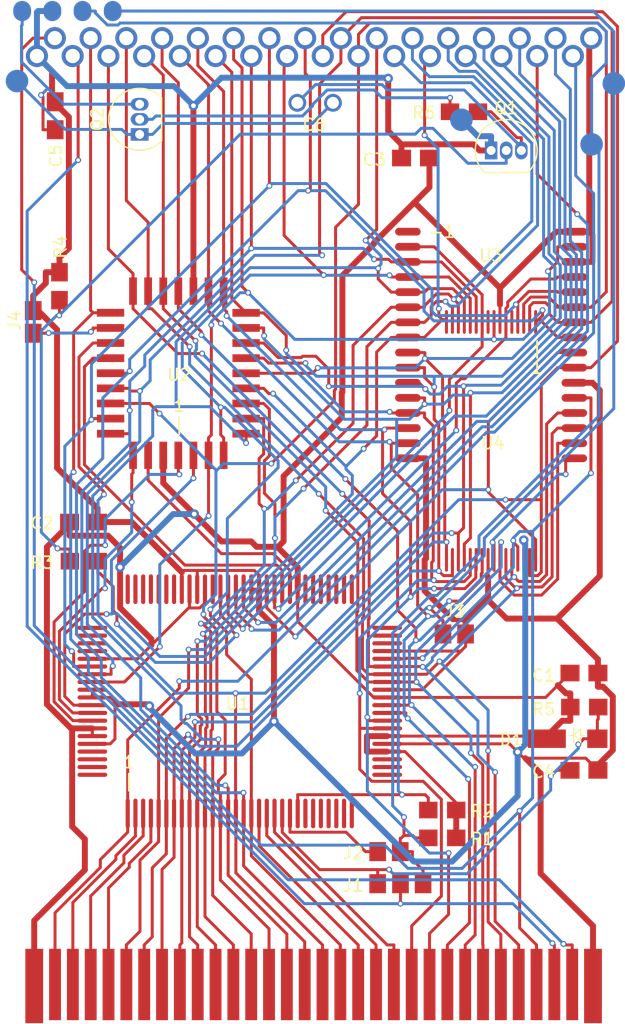
<source format=kicad_pcb>
(kicad_pcb (version 20221018) (generator pcbnew)
  (layers (0 "F.Cu" signal) (31 "B.Cu" signal) (34 "B.Paste" user) (35 "F.Paste" user) (36 "B.SilkS" user "B.Silkscreen") (37 "F.SilkS" user "F.Silkscreen") (38 "B.Mask" user) (39 "F.Mask" user) (44 "Edge.Cuts" user))
  (net 0 "")
  (net 1 "/GND")
  (net 2 "/Q1.Trigger")
  (net 3 "/Q1.Out")
  (net 4 "/Q2.In")
  (net 5 "/Q2.Trigger")
  (net 6 "/Q2.Out")
  (net 7 "/VCC")
  (net 8 "/W29.WE")
  (net 9 "/A17")
  (net 10 "/Game.A14")
  (net 11 "/Game.A13")
  (net 12 "/A8")
  (net 13 "/A9")
  (net 14 "/A11")
  (net 15 "/W29.OE")
  (net 16 "/A10")
  (net 17 "/W29.CE")
  (net 18 "/D7")
  (net 19 "/D6")
  (net 20 "/D5")
  (net 21 "/D4")
  (net 22 "/D3")
  (net 23 "/D2")
  (net 24 "/D1")
  (net 25 "/D0")
  (net 26 "/A0")
  (net 27 "/A1")
  (net 28 "/A2")
  (net 29 "/A3")
  (net 30 "/A4")
  (net 31 "/A5")
  (net 32 "/A6")
  (net 33 "/A7")
  (net 34 "/A12")
  (net 35 "/Game.A15")
  (net 36 "/A16")
  (net 37 "/Unused.A18")
  (net 39 "/TSOP.DIP.WE")
  (net 41 "/TSOP.DIP.OE")
  (net 43 "/Button")
  (net 44 "/Const.High.23")
  (net 45 "/Transistors")
  (net 46 "/Const.High.21")
  (net 55 "/Clk")
  (net 56 "/Sys.Write")
  (net 57 "/Sys.Read")
  (net 58 "/Sys.CS")
  (net 59 "/Sys.A13")
  (net 60 "/Sys.A14")
  (net 61 "/Sys.A15")
  (net 62 "/J2.22")
  (net 83 "/Game.Write")
  (net 84 "/Game.Read")
  (net 85 "/Game.CS")
  (net 94 "/Reset")
  (net 95 "/Audio")
  (footprint "MonsterBrain:ACTUAL GAMEBOY EDGE CONNECTOR" (layer "F.Cu") (at 151.9385 137.165)
    (fp_text reference "J6" hide)
    (fp_text value "Cart_Edge_Connector")
  )
  (footprint "MonsterBrain:3 Pad Jumper" (layer "F.Cu") (at 159.21 129.155)
    (fp_text reference "J1")
    (fp_text value "SolderJumper_3_Open" hide)
  )
  (footprint "MonsterBrain:SMD Cap" (layer "F.Cu") (at 130.163 64.6 90)
    (fp_text reference "C5")
    (fp_text value "C_Small" hide)
  )
  (footprint "MonsterBrain:SMD Res" (layer "F.Cu") (at 162.725 125.305)
    (fp_text reference "R1")
    (fp_text value "R_Small_US" hide)
  )
  (footprint "MonsterBrain:SMD Cap" (layer "F.Cu") (at 174.645 119.627)
    (fp_text reference "C4")
    (fp_text value "C_Small" hide)
  )
  (footprint "MonsterBrain:TH Cap" (layer "F.Cu") (at 152.03 63.51)
    (fp_text reference "C6")
    (fp_text value "C_Polarized_Small_US" hide)
  )
  (footprint "MonsterBrain:SMD Cap" (layer "F.Cu") (at 132.548 98.753)
    (fp_text reference "C2")
    (fp_text value "C_Small" hide)
  )
  (footprint "MonsterBrain:Cartridge Slot, GBC" (layer "F.Cu") (at 151.1844 58.1333)
    (fp_text reference "J5" hide)
    (fp_text value "Game_Edge_Connector" hide)
  )
  (footprint "MonsterBrain:SMD Res" (layer "F.Cu") (at 132.573 102.045)
    (fp_text reference "R3")
    (fp_text value "R_Small_US" hide)
  )
  (footprint "MonsterBrain:FFEATX001" (layer "F.Cu") (at 145.688 113.824)
    (fp_text reference "U1")
    (fp_text value "Front FFEATX001" hide)
  )
  (footprint "MonsterBrain:SMD Res" (layer "F.Cu") (at 130.523 78.926 90)
    (fp_text reference "R4")
    (fp_text value "R_Small_US" hide)
  )
  (footprint "MonsterBrain:2 Pad Jumper" (layer "F.Cu") (at 163.736 108.163)
    (fp_text reference "J3")
    (fp_text value "SolderJumper_2_Open" hide)
  )
  (footprint "Package_TO_SOT_THT:TO-92_Inline" (layer "F.Cu") (at 137.267 66.168 90)
    (fp_text reference "Q2")
    (fp_text value "Unknown")
  )
  (footprint "MonsterBrain:SMD Res" (layer "F.Cu") (at 174.67 114.306)
    (fp_text reference "R5")
    (fp_text value "R_Small_US" hide)
  )
  (footprint "MonsterBrain:Diode" (layer "F.Cu") (at 174.02 116.969)
    (fp_text reference "D1")
    (fp_text value "US2MA" hide)
  )
  (footprint "MonsterBrain:2 Pad Jumper" (layer "F.Cu") (at 128.314 81.928 90)
    (fp_text reference "J4")
    (fp_text value "SolderJumper_2_Open" hide)
  )
  (footprint "MonsterBrain:SMD Cap" (layer "F.Cu") (at 174.645 111.447)
    (fp_text reference "C1")
    (fp_text value "C_Small" hide)
  )
  (footprint "MonsterBrain:SMD Cap" (layer "F.Cu") (at 160.472 68.153)
    (fp_text reference "C3")
    (fp_text value "C_Small" hide)
  )
  (footprint "MonsterBrain:SMD Res" (layer "F.Cu") (at 164.554 64.262)
    (fp_text reference "R6")
    (fp_text value "R_Small_US" hide)
  )
  (footprint "MonsterBrain:W29C020" (layer "F.Cu") (at 140.522 86.282 90)
    (fp_text reference "U2")
    (fp_text value "W29C020" hide)
  )
  (footprint "MonsterBrain:2 Pad Jumper" (layer "F.Cu") (at 158.24 126.458)
    (fp_text reference "J2")
    (fp_text value "SolderJumper_2_Open" hide)
  )
  (footprint "MonsterBrain:Unknown TSOP" (layer "F.Cu") (at 166.829 91.93)
    (fp_text reference "U4")
    (fp_text value "Unknown TSOP32" hide)
  )
  (footprint "MonsterBrain:SMD Res" (layer "F.Cu") (at 162.725 122.962)
    (fp_text reference "R2")
    (fp_text value "R_Small_US" hide)
  )
  (footprint "MonsterBrain:Unknown Dip" (layer "F.Cu") (at 166.833 83.87)
    (fp_text reference "U3")
    (fp_text value "Unknown DIP32" hide)
  )
  (footprint "Package_TO_SOT_THT:TO-92_Inline" (layer "F.Cu") (at 166.835 67.517)
    (fp_text reference "Q1")
    (fp_text value "Unknown")
  )
  (footprint "MonsterBrain:Rear Edge" (layer "B.Cu") (at 131.194 55.795 180)
    (fp_text reference "J11" hide)
    (fp_text value "Conn_01x04" hide)
  )
  (footprint "MonsterBrain:Rear Circle Pad" (layer "B.Cu") (at 177.1534 61.8813 180)
    (fp_text reference "J7" hide)
    (fp_text value "Solder Pad" hide)
  )
  (footprint "MonsterBrain:Rear Circle Pad" (layer "B.Cu") (at 126.9488 61.6829 180)
    (fp_text reference "J10" hide)
    (fp_text value "Solder Pad" hide)
  )
  (footprint "MonsterBrain:Rear Circle Pad" (layer "B.Cu") (at 164.3344 64.9372 180)
    (fp_text reference "J9" hide)
    (fp_text value "Solder Pad" hide)
  )
  (footprint "MonsterBrain:Rear Circle Pad" (layer "B.Cu") (at 175.2881 67.001 180)
    (fp_text reference "J8" hide)
    (fp_text value "Solder Pad" hide)
  )
  (gr_circle (center 177.15335 61.88135) (end 177.15335 61.88135) (fill solid) (layer "B.Cu"))
  (gr_circle (center 126.94875 61.68295) (end 126.94875 61.68295) (fill solid) (layer "B.Cu"))
  (gr_line (start 174.37 116.6905) (end 174.647 116.692) (stroke (width 0.1)) (layer "F.SilkS"))
  (gr_line (start 173.788 116.087) (end 173.788 117.294) (stroke (width 0.1)) (layer "F.SilkS"))
  (gr_line (start 173.847 116.645) (end 174.37 116.087) (stroke (width 0.1)) (layer "F.SilkS"))
  (gr_line (start 174.37 117.294) (end 173.847 116.645) (stroke (width 0.1)) (layer "F.SilkS"))
  (gr_line (start 173.788 116.6905) (end 173.371 116.692) (stroke (width 0.1)) (layer "F.SilkS"))
  (gr_line (start 174.37 116.087) (end 174.37 117.294) (stroke (width 0.1)) (layer "F.SilkS"))
  (gr_line (start 173.869835 124.36915) (end 178.11995 124.36915) (stroke (width 0.002)) (layer "Edge.Cuts"))
  (gr_line (start 173.869835 129.16915) (end 178.11995 129.16915) (stroke (width 0.002)) (layer "Edge.Cuts"))
  (gr_line (start 129.77 124.36915) (end 125.51995 124.36915) (stroke (width 0.002)) (layer "Edge.Cuts"))
  (gr_line (start 178.11995 131.66915) (end 176.61995 131.66915) (stroke (width 0.002)) (layer "Edge.Cuts"))
  (gr_line (start 176.61995 140.96915) (end 127.01995 140.96915) (stroke (width 0.002)) (layer "Edge.Cuts"))
  (gr_line (start 125.51995 124.36915) (end 125.51995 54.86915) (stroke (width 0.002)) (layer "Edge.Cuts"))
  (gr_line (start 127.01995 140.96915) (end 127.01995 131.66915) (stroke (width 0.002)) (layer "Edge.Cuts"))
  (gr_line (start 127.01995 131.66915) (end 125.51995 131.66915) (stroke (width 0.002)) (layer "Edge.Cuts"))
  (gr_line (start 129.77 129.16915) (end 125.51995 129.16915) (stroke (width 0.002)) (layer "Edge.Cuts"))
  (gr_line (start 125.51995 131.66915) (end 125.51995 129.16915) (stroke (width 0.002)) (layer "Edge.Cuts"))
  (gr_arc (start 129.77 124.36915) (mid 132.170027 126.76915) (end 129.77 129.16915) (stroke (width 0.002)) (layer "Edge.Cuts"))
  (gr_arc (start 173.869835 129.16915) (mid 171.469768 126.76915) (end 173.869835 124.36915) (stroke (width 0.002)) (layer "Edge.Cuts"))
  (gr_line (start 178.11995 131.66915) (end 178.11995 129.16915) (stroke (width 0.002)) (layer "Edge.Cuts"))
  (gr_line (start 178.11995 54.86915) (end 178.11995 124.36915) (stroke (width 0.002)) (layer "Edge.Cuts"))
  (gr_line (start 125.51995 54.86915) (end 178.11995 54.86915) (stroke (width 0.002)) (layer "Edge.Cuts"))
  (gr_line (start 176.61995 140.96915) (end 176.61995 131.66915) (stroke (width 0.002)) (layer "Edge.Cuts"))
  (gr_text "-1" (at 161.504 74.937) (layer "F.SilkS") (effects (font (size 1 1)) (justify left bottom)))
  (gr_text "|\n1" (at 170.127 86.369) (layer "F.SilkS") (effects (font (size 1 1)) (justify left bottom)))
  (gr_text "1\n|" (at 135.785 121.131) (layer "F.SilkS") (effects (font (size 1 1)) (justify left bottom)))
  (gr_text "1\n|" (at 140.024 91.166) (layer "F.SilkS") (effects (font (size 1 1)) (justify left bottom)))
  (segment (start 177.0702 113.416) (end 176.2513 112.5971) (width 0.5) (layer "F.Cu") (net 1))
  (segment (start 128.314 79.7279) (end 129.3729 78.669) (width 0.5) (layer "F.Cu") (net 1))
  (segment (start 136.592 98.753) (end 140.813 102.974) (width 0.5) (layer "F.Cu") (net 1))
  (segment (start 158.1761 65.882) (end 159.297 67.0029) (width 0.5) (layer "F.Cu") (net 1))
  (segment (start 133.723 98.753) (end 134.9731 98.753) (width 0.5) (layer "F.Cu") (net 1))
  (segment (start 131.3132 75.7357) (end 130.523 76.5259) (width 0.5) (layer "F.Cu") (net 1))
  (segment (start 140.813 102.899) (end 140.888 102.824) (width 0.25) (layer "F.Cu") (net 1))
  (segment (start 175.82 111.447) (end 175.82 110.2969) (width 0.5) (layer "F.Cu") (net 1))
  (segment (start 161.05 112.849) (end 164.3 109.599) (width 0.25) (layer "F.Cu") (net 1))
  (segment (start 175.3075 119.1145) (end 175.886 119.1145) (width 0.5) (layer "F.Cu") (net 1))
  (segment (start 146.919 102.824) (end 147.313 103.218) (width 0.25) (layer "F.Cu") (net 1))
  (segment (start 130.523 77.751) (end 130.523 76.5259) (width 0.5) (layer "F.Cu") (net 1))
  (segment (start 129.3729 78.669) (end 129.3729 77.751) (width 0.5) (layer "F.Cu") (net 1))
  (segment (start 147.313 103.218) (end 147.313 104.399) (width 0.25) (layer "F.Cu") (net 1))
  (segment (start 176.2513 112.5971) (end 175.82 112.5971) (width 0.5) (layer "F.Cu") (net 1))
  (segment (start 133.288 112.849) (end 133.288 113.499) (width 0.25) (layer "F.Cu") (net 1))
  (segment (start 140.813 102.974) (end 140.813 102.899) (width 0.25) (layer "F.Cu") (net 1))
  (segment (start 129.8969 63.425) (end 130.0307 63.425) (width 0.5) (layer "F.Cu") (net 1))
  (segment (start 135.191 114.0738) (end 135.191 113.872) (width 0.25) (layer "F.Cu") (net 1))
  (segment (start 158.088 112.849) (end 161.05 112.849) (width 0.25) (layer "F.Cu") (net 1))
  (segment (start 161.2417 101.9313) (end 161.2417 104.541) (width 0.5) (layer "F.Cu") (net 1))
  (segment (start 159.833 93.395) (end 161.3581 93.395) (width 0.5) (layer "F.Cu") (net 1))
  (segment (start 166.579 103.3803) (end 166.579 101.93) (width 0.2498) (layer "F.Cu") (net 1))
  (segment (start 137.9416 114.0738) (end 138.0843 114.2165) (width 0.5) (layer "F.Cu") (net 1))
  (segment (start 166.579 105.3137) (end 168.1337 106.8684) (width 0.5) (layer "F.Cu") (net 1))
  (segment (start 168.1337 106.8684) (end 172.3915 106.8684) (width 0.5) (layer "F.Cu") (net 1))
  (segment (start 161.3581 93.395) (end 161.3581 101.8149) (width 0.5) (layer "F.Cu") (net 1))
  (segment (start 172.3915 106.8684) (end 175.9727 103.2872) (width 0.5) (layer "F.Cu") (net 1))
  (segment (start 130.3171 94.197) (end 130.3171 82.5756) (width 0.5) (layer "F.Cu") (net 1))
  (segment (start 159.297 67.0029) (end 159.297 68.153) (width 0.5) (layer "F.Cu") (net 1))
  (segment (start 169.7132 118.602) (end 170.9988 119.8876) (width 0.5) (layer "F.Cu") (net 1))
  (segment (start 128.314 80.978) (end 128.314 79.7279) (width 0.5) (layer "F.Cu") (net 1))
  (segment (start 158.088 117.399) (end 168.381 117.399) (width 0.25) (layer "F.Cu") (net 1))
  (segment (start 130.0307 63.425) (end 131.3132 64.7075) (width 0.5) (layer "F.Cu") (net 1))
  (segment (start 175.82 111.447) (end 175.82 112.5971) (width 0.5) (layer "F.Cu") (net 1))
  (segment (start 169.584 118.602) (end 169.7132 118.602) (width 0.25) (layer "F.Cu") (net 1))
  (segment (start 175.9727 87.6596) (end 175.3581 87.045) (width 0.5) (layer "F.Cu") (net 1))
  (segment (start 175.886 119.1145) (end 177.0702 117.9303) (width 0.5) (layer "F.Cu") (net 1))
  (segment (start 158.1761 61.4621) (end 158.1761 65.882) (width 0.5) (layer "F.Cu") (net 1))
  (segment (start 174.795 118.602) (end 175.3075 119.1145) (width 0.25) (layer "F.Cu") (net 1))
  (segment (start 164.3 109.599) (end 164.686 109.213) (width 0.25) (layer "F.Cu") (net 1))
  (segment (start 175.82 110.2969) (end 172.3915 106.8684) (width 0.5) (layer "F.Cu") (net 1))
  (segment (start 128.7195 80.978) (end 128.314 80.978) (width 0.5) (layer "F.Cu") (net 1))
  (segment (start 142.113 104.399) (end 142.113 102.899) (width 0.25) (layer "F.Cu") (net 1))
  (segment (start 170.9988 128.2964) (end 175.406 132.7036) (width 0.5) (layer "F.Cu") (net 1))
  (segment (start 134.818 113.499) (end 133.288 113.499) (width 0.25) (layer "F.Cu") (net 1))
  (segment (start 161.2417 104.541) (end 163.6136 106.9129) (width 0.5) (layer "F.Cu") (net 1))
  (segment (start 161.3581 101.8149) (end 161.2417 101.9313) (width 0.5) (layer "F.Cu") (net 1))
  (segment (start 158.088 109.599) (end 164.3 109.599) (width 0.25) (layer "F.Cu") (net 1))
  (segment (start 168.381 117.399) (end 169.0637 118.0817) (width 0.25) (layer "F.Cu") (net 1))
  (segment (start 166.2852 105.3137) (end 166.579 105.3137) (width 0.5) (layer "F.Cu") (net 1))
  (segment (start 169.7132 118.602) (end 174.795 118.602) (width 0.25) (layer "F.Cu") (net 1))
  (segment (start 129.8969 63.425) (end 129.8969 60.8483) (width 0.5) (layer "F.Cu") (net 1))
  (segment (start 164.686 108.163) (end 164.686 106.9129) (width 0.5) (layer "F.Cu") (net 1))
  (segment (start 133.723 98.753) (end 133.723 97.6029) (width 0.5) (layer "F.Cu") (net 1))
  (segment (start 164.686 109.213) (end 164.686 108.163) (width 0.25) (layer "F.Cu") (net 1))
  (segment (start 134.9731 98.753) (end 136.592 98.753) (width 0.5) (layer "F.Cu") (net 1))
  (segment (start 135.191 116.996) (end 135.191 114.0738) (width 0.25) (layer "F.Cu") (net 1))
  (segment (start 148.5662 115.5121) (end 148.5662 107.4822) (width 0.5) (layer "F.Cu") (net 1))
  (segment (start 166.579 103.3803) (end 166.579 105.3137) (width 0.5) (layer "F.Cu") (net 1))
  (segment (start 169.579 100.4797) (end 169.579 101.93) (width 0.2498) (layer "F.Cu") (net 1))
  (segment (start 130.523 77.751) (end 129.3729 77.751) (width 0.5) (layer "F.Cu") (net 1))
  (segment (start 141.791 63.7538) (end 141.791 79.342) (width 0.5) (layer "F.Cu") (net 1))
  (segment (start 175.406 132.7036) (end 175.406 137.753) (width 0.5) (layer "F.Cu") (net 1))
  (segment (start 130.3171 82.5756) (end 128.7195 80.978) (width 0.5) (layer "F.Cu") (net 1))
  (segment (start 175.3075 119.1145) (end 175.82 119.627) (width 0.25) (layer "F.Cu") (net 1))
  (segment (start 170.9988 119.8876) (end 170.9988 128.2964) (width 0.5) (layer "F.Cu") (net 1))
  (segment (start 164.686 106.9129) (end 166.2852 105.3137) (width 0.5) (layer "F.Cu") (net 1))
  (segment (start 133.723 97.6029) (end 130.3171 94.197) (width 0.5) (layer "F.Cu") (net 1))
  (segment (start 135.191 114.0738) (end 137.9416 114.0738) (width 0.5) (layer "F.Cu") (net 1))
  (segment (start 142.188 102.824) (end 146.919 102.824) (width 0.25) (layer "F.Cu") (net 1))
  (segment (start 131.3132 64.7075) (end 131.3132 75.7357) (width 0.5) (layer "F.Cu") (net 1))
  (segment (start 129.8969 60.8483) (end 128.6269 59.5783) (width 0.5) (layer "F.Cu") (net 1))
  (segment (start 142.113 102.899) (end 142.188 102.824) (width 0.25) (layer "F.Cu") (net 1))
  (segment (start 165.3458 67.0029) (end 159.297 67.0029) (width 0.5) (layer "F.Cu") (net 1))
  (segment (start 173.833 87.045) (end 175.3581 87.045) (width 0.5) (layer "F.Cu") (net 1))
  (segment (start 147.313 106.229) (end 147.313 104.399) (width 0.5) (layer "F.Cu") (net 1))
  (segment (start 140.813 104.399) (end 140.813 102.974) (width 0.25) (layer "F.Cu") (net 1))
  (segment (start 163.6136 106.9129) (end 164.686 106.9129) (width 0.5) (layer "F.Cu") (net 1))
  (segment (start 148.5662 107.4822) (end 147.313 106.229) (width 0.5) (layer "F.Cu") (net 1))
  (segment (start 130.163 63.425) (end 129.8969 63.425) (width 0.5) (layer "F.Cu") (net 1))
  (segment (start 166.835 67.517) (end 165.8599 67.517) (width 0.5) (layer "F.Cu") (net 1))
  (segment (start 146.663 104.399) (end 147.313 104.399) (width 0.25) (layer "F.Cu") (net 1))
  (segment (start 134.788 117.399) (end 135.191 116.996) (width 0.25) (layer "F.Cu") (net 1))
  (segment (start 169.579 100.4797) (end 169.579 100.2736) (width 0.5) (layer "F.Cu") (net 1))
  (segment (start 169.0637 118.0817) (end 169.584 118.602) (width 0.25) (layer "F.Cu") (net 1))
  (segment (start 135.191 113.872) (end 134.818 113.499) (width 0.25) (layer "F.Cu") (net 1))
  (segment (start 175.9727 103.2872) (end 175.9727 87.6596) (width 0.5) (layer "F.Cu") (net 1))
  (segment (start 165.8599 67.517) (end 165.3458 67.0029) (width 0.5) (layer "F.Cu") (net 1))
  (segment (start 133.288 117.399) (end 134.788 117.399) (width 0.25) (layer "F.Cu") (net 1))
  (segment (start 177.0702 117.9303) (end 177.0702 113.416) (width 0.5) (layer "F.Cu") (net 1))
  (segment (start 140.888 102.824) (end 142.188 102.824) (width 0.25) (layer "F.Cu") (net 1))
  (via (at 158.1761 61.4621) (size 0.8) (drill 0.4) (layers "F.Cu" "B.Cu") (net 1))
  (via (at 169.0637 118.0817) (size 0.8) (drill 0.4) (layers "F.Cu" "B.Cu") (net 1))
  (via (at 169.579 100.2736) (size 0.8) (drill 0.4) (layers "F.Cu" "B.Cu") (net 1))
  (via (at 141.791 63.7538) (size 0.8) (drill 0.4) (layers "F.Cu" "B.Cu") (net 1))
  (via (at 138.0843 114.2165) (size 0.8) (drill 0.4) (layers "F.Cu" "B.Cu") (net 1))
  (via (at 148.5662 115.5121) (size 0.8) (drill 0.4) (layers "F.Cu" "B.Cu") (net 1))
  (segment (start 128.6269 59.5783) (end 128.6269 55.892) (width 0.5) (layer "B.Cu") (net 1))
  (segment (start 131.1565 62.1079) (end 140.1451 62.1079) (width 0.5) (layer "B.Cu") (net 1))
  (segment (start 169.0637 121.7863) (end 163.5581 127.2919) (width 0.5) (layer "B.Cu") (net 1))
  (segment (start 169.579 100.2736) (end 169.7071 100.4017) (width 0.5) (layer "B.Cu") (net 1))
  (segment (start 158.1761 61.4621) (end 158.1131 61.3991) (width 0.5) (layer "B.Cu") (net 1))
  (segment (start 141.9424 118.2049) (end 138.0843 114.3468) (width 0.5) (layer "B.Cu") (net 1))
  (segment (start 148.5662 115.5121) (end 145.8734 118.2049) (width 0.5) (layer "B.Cu") (net 1))
  (segment (start 163.5581 127.2919) (end 160.346 127.2919) (width 0.5) (layer "B.Cu") (net 1))
  (segment (start 145.8734 118.2049) (end 141.9424 118.2049) (width 0.5) (layer "B.Cu") (net 1))
  (segment (start 169.0637 118.0817) (end 169.0637 121.7863) (width 0.5) (layer "B.Cu") (net 1))
  (segment (start 128.6269 59.5783) (end 131.1565 62.1079) (width 0.5) (layer "B.Cu") (net 1))
  (segment (start 169.7071 100.4017) (end 169.7071 117.4383) (width 0.5) (layer "B.Cu") (net 1))
  (segment (start 164.3344 64.9372) (end 165.7141 66.3169) (width 0.5) (layer "B.Cu") (net 1))
  (segment (start 144.1457 61.3991) (end 141.791 63.7538) (width 0.5) (layer "B.Cu") (net 1))
  (segment (start 138.0843 114.3468) (end 138.0843 114.2165) (width 0.5) (layer "B.Cu") (net 1))
  (segment (start 129.924 55.795) (end 128.7239 55.795) (width 0.5) (layer "B.Cu") (net 1))
  (segment (start 158.1131 61.3991) (end 144.1457 61.3991) (width 0.5) (layer "B.Cu") (net 1))
  (segment (start 166.835 67.517) (end 166.835 66.3169) (width 0.5) (layer "B.Cu") (net 1))
  (segment (start 165.7141 66.3169) (end 166.835 66.3169) (width 0.5) (layer "B.Cu") (net 1))
  (segment (start 160.346 127.2919) (end 148.5662 115.5121) (width 0.5) (layer "B.Cu") (net 1))
  (segment (start 140.1451 62.1079) (end 141.791 63.7538) (width 0.5) (layer "B.Cu") (net 1))
  (segment (start 128.6269 55.892) (end 128.7239 55.795) (width 0.5) (layer "B.Cu") (net 1))
  (segment (start 169.7071 117.4383) (end 169.0637 118.0817) (width 0.5) (layer "B.Cu") (net 1))
  (segment (start 130.523 81.2011) (end 130.4949 81.2292) (width 0.25) (layer "F.Cu") (net 2))
  (segment (start 130.4949 81.2292) (end 130.4949 81.3829) (width 0.25) (layer "F.Cu") (net 2))
  (segment (start 131.398 101.0199) (end 130.4025 101.0199) (width 0.25) (layer "F.Cu") (net 2))
  (segment (start 130.4025 101.0199) (end 130.354 100.9714) (width 0.25) (layer "F.Cu") (net 2))
  (segment (start 130.523 80.101) (end 130.523 81.2011) (width 0.25) (layer "F.Cu") (net 2))
  (segment (start 131.398 102.045) (end 131.398 101.0199) (width 0.25) (layer "F.Cu") (net 2))
  (via (at 130.354 100.9714) (size 0.5) (drill 0.3) (layers "F.Cu" "B.Cu") (net 2))
  (via (at 130.4949 81.3829) (size 0.5) (drill 0.3) (layers "F.Cu" "B.Cu") (net 2))
  (segment (start 161.9358 65.6535) (end 160.9501 65.6535) (width 0.25) (layer "B.Cu") (net 2))
  (segment (start 160.9501 65.6535) (end 160.4575 66.1461) (width 0.25) (layer "B.Cu") (net 2))
  (segment (start 130.2865 81.3829) (end 128.9901 82.6793) (width 0.25) (layer "B.Cu") (net 2))
  (segment (start 145.7317 66.1461) (end 130.4949 81.3829) (width 0.25) (layer "B.Cu") (net 2))
  (segment (start 128.9901 99.6075) (end 130.354 100.9714) (width 0.25) (layer "B.Cu") (net 2))
  (segment (start 168.105 68.5921) (end 164.8744 68.5921) (width 0.25) (layer "B.Cu") (net 2))
  (segment (start 128.9901 82.6793) (end 128.9901 99.6075) (width 0.25) (layer "B.Cu") (net 2))
  (segment (start 130.4949 81.3829) (end 130.2865 81.3829) (width 0.25) (layer "B.Cu") (net 2))
  (segment (start 168.105 67.517) (end 168.105 68.5921) (width 0.25) (layer "B.Cu") (net 2))
  (segment (start 160.4575 66.1461) (end 145.7317 66.1461) (width 0.25) (layer "B.Cu") (net 2))
  (segment (start 164.8744 68.5921) (end 161.9358 65.6535) (width 0.25) (layer "B.Cu") (net 2))
  (segment (start 169.009 66.4419) (end 169.375 66.4419) (width 0.25) (layer "F.Cu") (net 3))
  (segment (start 169.375 67.517) (end 169.375 66.4419) (width 0.25) (layer "F.Cu") (net 3))
  (segment (start 166.8291 64.262) (end 169.009 66.4419) (width 0.25) (layer "F.Cu") (net 3))
  (segment (start 165.729 64.262) (end 166.8291 64.262) (width 0.25) (layer "F.Cu") (net 3))
  (segment (start 157.6518 61.9766) (end 158.1083 62.4331) (width 0.25) (layer "B.Cu") (net 3))
  (segment (start 164.5692 62.4331) (end 169.375 67.2389) (width 0.25) (layer "B.Cu") (net 3))
  (segment (start 150.53 63.51) (end 152.0634 61.9766) (width 0.25) (layer "B.Cu") (net 3))
  (segment (start 158.1083 62.4331) (end 164.5692 62.4331) (width 0.25) (layer "B.Cu") (net 3))
  (segment (start 169.375 67.2389) (end 169.375 67.517) (width 0.25) (layer "B.Cu") (net 3))
  (segment (start 152.0634 61.9766) (end 157.6518 61.9766) (width 0.25) (layer "B.Cu") (net 3))
  (segment (start 137.267 66.168) (end 136.1919 66.168) (width 0.25) (layer "B.Cu") (net 4))
  (segment (start 135.7721 65.7482) (end 136.1919 66.168) (width 0.25) (layer "B.Cu") (net 4))
  (segment (start 137.267 66.168) (end 138.3421 66.168) (width 0.25) (layer "B.Cu") (net 4))
  (segment (start 131.0141 65.7482) (end 135.7721 65.7482) (width 0.25) (layer "B.Cu") (net 4))
  (segment (start 139.2641 65.246) (end 151.794 65.246) (width 0.25) (layer "B.Cu") (net 4))
  (segment (start 151.794 65.246) (end 153.53 63.51) (width 0.25) (layer "B.Cu") (net 4))
  (segment (start 138.3421 66.168) (end 139.2641 65.246) (width 0.25) (layer "B.Cu") (net 4))
  (segment (start 126.9488 61.6829) (end 131.0141 65.7482) (width 0.25) (layer "B.Cu") (net 4))
  (segment (start 163.379 63.2369) (end 163.379 63.0873) (width 0.25) (layer "F.Cu") (net 5))
  (segment (start 163.379 64.262) (end 163.379 63.2369) (width 0.25) (layer "F.Cu") (net 5))
  (via (at 163.379 63.0873) (size 0.5) (drill 0.3) (layers "F.Cu" "B.Cu") (net 5))
  (segment (start 137.267 64.898) (end 138.3421 64.898) (width 0.25) (layer "B.Cu") (net 5))
  (segment (start 151.8181 63.6539) (end 153.0391 62.4329) (width 0.25) (layer "B.Cu") (net 5))
  (segment (start 157.0076 62.4329) (end 157.662 63.0873) (width 0.25) (layer "B.Cu") (net 5))
  (segment (start 151.8181 63.7704) (end 151.8181 63.6539) (width 0.25) (layer "B.Cu") (net 5))
  (segment (start 157.662 63.0873) (end 163.379 63.0873) (width 0.25) (layer "B.Cu") (net 5))
  (segment (start 153.0391 62.4329) (end 157.0076 62.4329) (width 0.25) (layer "B.Cu") (net 5))
  (segment (start 138.6209 64.6192) (end 150.9693 64.6192) (width 0.25) (layer "B.Cu") (net 5))
  (segment (start 150.9693 64.6192) (end 151.8181 63.7704) (width 0.25) (layer "B.Cu") (net 5))
  (segment (start 138.3421 64.898) (end 138.6209 64.6192) (width 0.25) (layer "B.Cu") (net 5))
  (segment (start 129.1379 65.775) (end 129.1379 63.0186) (width 0.25) (layer "F.Cu") (net 6))
  (segment (start 129.1379 63.0186) (end 128.9775 62.8582) (width 0.25) (layer "F.Cu") (net 6))
  (segment (start 130.163 65.775) (end 129.1379 65.775) (width 0.25) (layer "F.Cu") (net 6))
  (via (at 128.9775 62.8582) (size 0.5) (drill 0.3) (layers "F.Cu" "B.Cu") (net 6))
  (segment (start 127.3259 57.0282) (end 127.3259 60.0795) (width 0.25) (layer "B.Cu") (net 6))
  (segment (start 127.384 55.795) (end 127.384 56.9701) (width 0.25) (layer "B.Cu") (net 6))
  (segment (start 129.5411 62.2946) (end 130.8744 63.628) (width 0.25) (layer "B.Cu") (net 6))
  (segment (start 127.3259 60.0795) (end 129.5411 62.2946) (width 0.25) (layer "B.Cu") (net 6))
  (segment (start 130.8744 63.628) (end 137.267 63.628) (width 0.25) (layer "B.Cu") (net 6))
  (segment (start 127.384 56.9701) (end 127.3259 57.0282) (width 0.25) (layer "B.Cu") (net 6))
  (segment (start 129.5411 62.2946) (end 128.9775 62.8582) (width 0.25) (layer "B.Cu") (net 6))
  (segment (start 150.563 102.5536) (end 148.8827 100.8732) (width 0.5) (layer "F.Cu") (net 7))
  (segment (start 153.5827 90.6933) (end 153.5827 90.6395) (width 0.5) (layer "F.Cu") (net 7))
  (segment (start 158.088 118.049) (end 156.3879 118.049) (width 0.5) (layer "F.Cu") (net 7))
  (segment (start 147.1035 100.8348) (end 146.6535 100.3848) (width 0.5) (layer "F.Cu") (net 7))
  (segment (start 175.0921 58.2376) (end 175.2584 58.0713) (width 0.5) (layer "F.Cu") (net 7))
  (segment (start 173.7925 74.345) (end 173.833 74.345) (width 0.5) (layer "F.Cu") (net 7))
  (segment (start 133.288 116.099) (end 131.5878 116.099) (width 0.5) (layer "F.Cu") (net 7))
  (segment (start 173.495 114.306) (end 173.495 115.4561) (width 0.5) (layer "F.Cu") (net 7))
  (segment (start 131.5878 116.099) (end 131.5878 124.3442) (width 0.5) (layer "F.Cu") (net 7))
  (segment (start 135.6208 105.9612) (end 135.6208 102.5449) (width 0.5) (layer "F.Cu") (net 7))
  (segment (start 141.538 105.974) (end 142.331 105.974) (width 0.25) (layer "F.Cu") (net 7))
  (segment (start 161.647 68.153) (end 161.647 69.3031) (width 0.5) (layer "F.Cu") (net 7))
  (segment (start 161.647 70.6148) (end 161.647 69.3031) (width 0.5) (layer "F.Cu") (net 7))
  (segment (start 133.288 110.249) (end 137.113 110.249) (width 0.25) (layer "F.Cu") (net 7))
  (segment (start 171.3 116.749) (end 171.41 116.859) (width 0.25) (layer "F.Cu") (net 7))
  (segment (start 154.2681 87.8824) (end 154.3244 87.8261) (width 0.5) (layer "F.Cu") (net 7))
  (segment (start 149.3767 94.8993) (end 153.5827 90.6933) (width 0.5) (layer "F.Cu") (net 7))
  (segment (start 175.05 74.345) (end 175.0921 74.345) (width 0.5) (layer "F.Cu") (net 7))
  (segment (start 134.609 99.9031) (end 131.373 99.9031) (width 0.5) (layer "F.Cu") (net 7))
  (segment (start 131.4936 116.099) (end 131.5878 116.099) (width 0.5) (layer "F.Cu") (net 7))
  (segment (start 163.9 122.962) (end 163.9 125.305) (width 0.5) (layer "F.Cu") (net 7))
  (segment (start 158.088 113.499) (end 171.418 113.499) (width 0.25) (layer "F.Cu") (net 7))
  (segment (start 173.833 76.885) (end 173.4638 76.885) (width 0.5) (layer "F.Cu") (net 7))
  (segment (start 128.398 132.2553) (end 128.398 137.753) (width 0.5) (layer "F.Cu") (net 7))
  (segment (start 160.3835 71.8783) (end 161.647 70.6148) (width 0.5) (layer "F.Cu") (net 7))
  (segment (start 173.383 76.8039) (end 173.462 76.8832) (width 0.25) (layer "F.Cu") (net 7))
  (segment (start 173.1269 113.1559) (end 173.495 113.1559) (width 0.5) (layer "F.Cu") (net 7))
  (segment (start 173.4638 76.885) (end 173.462 76.8832) (width 0.5) (layer "F.Cu") (net 7))
  (segment (start 138.2597 109.1023) (end 138.2597 108.6001) (width 0.5) (layer "F.Cu") (net 7))
  (segment (start 148.8827 100.8732) (end 149.3767 100.3792) (width 0.5) (layer "F.Cu") (net 7))
  (segment (start 171.418 113.499) (end 172.444 112.473) (width 0.25) (layer "F.Cu") (net 7))
  (segment (start 171.41 116.859) (end 172.8129 115.4561) (width 0.5) (layer "F.Cu") (net 7))
  (segment (start 175.0921 74.345) (end 175.3581 74.611) (width 0.5) (layer "F.Cu") (net 7))
  (segment (start 135.6208 102.5449) (end 135.6208 100.9149) (width 0.5) (layer "F.Cu") (net 7))
  (segment (start 150.563 107.106) (end 156.956 113.499) (width 0.25) (layer "F.Cu") (net 7))
  (segment (start 132.6569 127.9964) (end 128.398 132.2553) (width 0.5) (layer "F.Cu") (net 7))
  (segment (start 172.8129 115.4561) (end 173.495 115.4561) (width 0.5) (layer "F.Cu") (net 7))
  (segment (start 148.8827 100.8732) (end 148.8442 100.8348) (width 0.5) (layer "F.Cu") (net 7))
  (segment (start 146.6535 100.3848) (end 144.1613 100.3848) (width 0.5) (layer "F.Cu") (net 7))
  (segment (start 173.833 76.885) (end 175.3581 76.885) (width 0.5) (layer "F.Cu") (net 7))
  (segment (start 142.763 105.542) (end 142.763 104.399) (width 0.25) (layer "F.Cu") (net 7))
  (segment (start 167.579 80.4797) (end 167.579 81.93) (width 0.2498) (layer "F.Cu") (net 7))
  (segment (start 142.331 105.974) (end 142.763 105.542) (width 0.25) (layer "F.Cu") (net 7))
  (segment (start 129.4669 114.0723) (end 131.4936 116.099) (width 0.5) (layer "F.Cu") (net 7))
  (segment (start 175.3581 74.611) (end 175.3581 76.885) (width 0.5) (layer "F.Cu") (net 7))
  (segment (start 138.2597 108.6001) (end 135.6208 105.9612) (width 0.5) (layer "F.Cu") (net 7))
  (segment (start 173.495 114.306) (end 173.495 113.1559) (width 0.5) (layer "F.Cu") (net 7))
  (segment (start 141.463 104.399) (end 141.463 105.899) (width 0.25) (layer "F.Cu") (net 7))
  (segment (start 172.444 112.473) (end 173.1269 113.1559) (width 0.5) (layer "F.Cu") (net 7))
  (segment (start 149.3767 100.3792) (end 149.3767 94.8993) (width 0.5) (layer "F.Cu") (net 7))
  (segment (start 167.579 79.0739) (end 160.3835 71.8783) (width 0.5) (layer "F.Cu") (net 7))
  (segment (start 156.3879 116.749) (end 156.3879 118.049) (width 0.5) (layer "F.Cu") (net 7))
  (segment (start 173.7925 74.345) (end 172.3079 74.345) (width 0.5) (layer "F.Cu") (net 7))
  (segment (start 175.0921 74.345) (end 175.0921 58.2376) (width 0.5) (layer "F.Cu") (net 7))
  (segment (start 133.288 116.099) (end 133.288 116.749) (width 0.25) (layer "F.Cu") (net 7))
  (segment (start 172.3079 74.345) (end 167.579 79.0739) (width 0.5) (layer "F.Cu") (net 7))
  (segment (start 154.3244 87.8261) (end 154.3244 78.027) (width 0.5) (layer "F.Cu") (net 7))
  (segment (start 172.444 112.473) (end 173.47 111.447) (width 0.25) (layer "F.Cu") (net 7))
  (segment (start 138.2597 109.1023) (end 141.463 105.899) (width 0.25) (layer "F.Cu") (net 7))
  (segment (start 130.9812 99.328) (end 129.4669 100.8423) (width 0.5) (layer "F.Cu") (net 7))
  (segment (start 158.088 116.749) (end 156.3879 116.749) (width 0.5) (layer "F.Cu") (net 7))
  (segment (start 131.373 99.328) (end 131.373 99.9031) (width 0.5) (layer "F.Cu") (net 7))
  (segment (start 135.6208 100.9149) (end 134.609 99.9031) (width 0.5) (layer "F.Cu") (net 7))
  (segment (start 139.252 93.147) (end 139.252 94.7471) (width 0.5) (layer "F.Cu") (net 7))
  (segment (start 163.9 122.361) (end 163.9 122.962) (width 0.25) (layer "F.Cu") (net 7))
  (segment (start 154.2681 89.9541) (end 154.2681 87.8824) (width 0.5) (layer "F.Cu") (net 7))
  (segment (start 156.9783 75.3731) (end 156.9783 75.2835) (width 0.5) (layer "F.Cu") (net 7))
  (segment (start 158.088 116.749) (end 171.3 116.749) (width 0.25) (layer "F.Cu") (net 7))
  (segment (start 132.6569 125.4133) (end 132.6569 127.9964) (width 0.5) (layer "F.Cu") (net 7))
  (segment (start 139.252 94.7471) (end 139.252 95.4755) (width 0.5) (layer "F.Cu") (net 7))
  (segment (start 167.579 79.0739) (end 167.579 80.4797) (width 0.5) (layer "F.Cu") (net 7))
  (segment (start 137.113 110.249) (end 138.2597 109.1023) (width 0.25) (layer "F.Cu") (net 7))
  (segment (start 131.373 98.753) (end 131.373 99.328) (width 0.5) (layer "F.Cu") (net 7))
  (segment (start 154.3244 78.027) (end 156.9783 75.3731) (width 0.5) (layer "F.Cu") (net 7))
  (segment (start 131.373 99.328) (end 130.9812 99.328) (width 0.5) (layer "F.Cu") (net 7))
  (segment (start 153.5827 90.6395) (end 154.2681 89.9541) (width 0.5) (layer "F.Cu") (net 7))
  (segment (start 156.9783 75.2835) (end 160.3835 71.8783) (width 0.5) (layer "F.Cu") (net 7))
  (segment (start 148.8442 100.8348) (end 147.1035 100.8348) (width 0.5) (layer "F.Cu") (net 7))
  (segment (start 141.463 105.899) (end 141.538 105.974) (width 0.25) (layer "F.Cu") (net 7))
  (segment (start 129.4669 100.8423) (end 129.4669 114.0723) (width 0.5) (layer "F.Cu") (net 7))
  (segment (start 158.088 118.049) (end 159.588 118.049) (width 0.25) (layer "F.Cu") (net 7))
  (segment (start 139.252 95.4755) (end 141.8589 98.0824) (width 0.5) (layer "F.Cu") (net 7))
  (segment (start 144.1613 100.3848) (end 141.8589 98.0824) (width 0.5) (layer "F.Cu") (net 7))
  (segment (start 173.833 74.345) (end 175.05 74.345) (width 0.5) (layer "F.Cu") (net 7))
  (segment (start 150.563 104.399) (end 150.563 107.106) (width 0.25) (layer "F.Cu") (net 7))
  (segment (start 171.41 116.859) (end 171.52 116.969) (width 0.25) (layer "F.Cu") (net 7))
  (segment (start 159.588 118.049) (end 163.9 122.361) (width 0.25) (layer "F.Cu") (net 7))
  (segment (start 150.563 104.399) (end 150.563 102.5536) (width 0.5) (layer "F.Cu") (net 7))
  (segment (start 156.956 113.499) (end 158.088 113.499) (width 0.25) (layer "F.Cu") (net 7))
  (segment (start 131.5878 124.3442) (end 132.6569 125.4133) (width 0.5) (layer "F.Cu") (net 7))
  (via (at 135.6208 102.5449) (size 0.8) (drill 0.4) (layers "F.Cu" "B.Cu") (net 7))
  (via (at 141.8589 98.0824) (size 0.8) (drill 0.4) (layers "F.Cu" "B.Cu") (net 7))
  (segment (start 141.8589 98.0824) (end 140.0833 98.0824) (width 0.5) (layer "B.Cu") (net 7))
  (segment (start 140.0833 98.0824) (end 135.6208 102.5449) (width 0.5) (layer "B.Cu") (net 7))
  (segment (start 137.98 95.2454) (end 137.98 94.6171) (width 0.25) (layer "F.Cu") (net 8))
  (segment (start 137.98 93.142) (end 137.98 94.6171) (width 0.25) (layer "F.Cu") (net 8))
  (segment (start 149.913 104.399) (end 149.913 102.8239) (width 0.25) (layer "F.Cu") (net 8))
  (segment (start 149.913 102.8239) (end 148.4991 101.41) (width 0.25) (layer "F.Cu") (net 8))
  (segment (start 148.4991 101.41) (end 144.1446 101.41) (width 0.25) (layer "F.Cu") (net 8))
  (segment (start 144.1446 101.41) (end 137.98 95.2454) (width 0.25) (layer "F.Cu") (net 8))
  (segment (start 131.6441 114.799) (end 133.288 114.799) (width 0.25) (layer "F.Cu") (net 9))
  (segment (start 134.3507 104.319) (end 134.1305 104.319) (width 0.25) (layer "F.Cu") (net 9))
  (segment (start 134.1305 104.319) (end 130.5181 107.9314) (width 0.25) (layer "F.Cu") (net 9))
  (segment (start 136.712 94.6171) (end 136.5999 94.7292) (width 0.25) (layer "F.Cu") (net 9))
  (segment (start 130.5181 113.673) (end 131.6441 114.799) (width 0.25) (layer "F.Cu") (net 9))
  (segment (start 136.5999 94.7292) (end 136.5999 97.0815) (width 0.25) (layer "F.Cu") (net 9))
  (segment (start 130.5181 107.9314) (end 130.5181 113.673) (width 0.25) (layer "F.Cu") (net 9))
  (segment (start 136.712 93.142) (end 136.712 94.6171) (width 0.25) (layer "F.Cu") (net 9))
  (via (at 136.5999 97.0815) (size 0.5) (drill 0.3) (layers "F.Cu" "B.Cu") (net 9))
  (via (at 134.3507 104.319) (size 0.5) (drill 0.3) (layers "F.Cu" "B.Cu") (net 9))
  (segment (start 136.5999 99.6256) (end 134.3507 101.8748) (width 0.25) (layer "B.Cu") (net 9))
  (segment (start 136.5999 97.0815) (end 136.5999 99.6256) (width 0.25) (layer "B.Cu") (net 9))
  (segment (start 134.3507 101.8748) (end 134.3507 104.319) (width 0.25) (layer "B.Cu") (net 9))
  (segment (start 134.8631 111.549) (end 134.8631 111.0054) (width 0.25) (layer "F.Cu") (net 10))
  (segment (start 146.6609 59.5783) (end 146.6609 75.7463) (width 0.25) (layer "F.Cu") (net 10))
  (segment (start 136.2991 91.326) (end 136.4351 91.19) (width 0.25) (layer "F.Cu") (net 10))
  (segment (start 158.4329 76.885) (end 158.2117 76.6638) (width 0.25) (layer "F.Cu") (net 10))
  (segment (start 158.2117 76.6638) (end 156.9876 76.6638) (width 0.25) (layer "F.Cu") (net 10))
  (segment (start 162.6528 76.885) (end 159.833 76.885) (width 0.25) (layer "F.Cu") (net 10))
  (segment (start 165.579 81.93) (end 165.579 79.8112) (width 0.25) (layer "F.Cu") (net 10))
  (segment (start 134.824 91.326) (end 136.2991 91.326) (width 0.25) (layer "F.Cu") (net 10))
  (segment (start 133.288 111.549) (end 134.8631 111.549) (width 0.25) (layer "F.Cu") (net 10))
  (segment (start 165.579 79.8112) (end 162.6528 76.885) (width 0.25) (layer "F.Cu") (net 10))
  (segment (start 159.833 76.885) (end 158.4329 76.885) (width 0.25) (layer "F.Cu") (net 10))
  (segment (start 136.4351 91.19) (end 136.4351 89.3711) (width 0.25) (layer "F.Cu") (net 10))
  (segment (start 134.8631 111.0054) (end 135.01 110.8585) (width 0.25) (layer "F.Cu") (net 10))
  (via (at 146.6609 75.7463) (size 0.5) (drill 0.3) (layers "F.Cu" "B.Cu") (net 10))
  (via (at 135.01 110.8585) (size 0.5) (drill 0.3) (layers "F.Cu" "B.Cu") (net 10))
  (via (at 136.4351 89.3711) (size 0.5) (drill 0.3) (layers "F.Cu" "B.Cu") (net 10))
  (via (at 156.9876 76.6638) (size 0.5) (drill 0.3) (layers "F.Cu" "B.Cu") (net 10))
  (segment (start 135.01 110.3689) (end 135.01 110.8585) (width 0.25) (layer "B.Cu") (net 10))
  (segment (start 136.4351 92.1687) (end 132.4032 96.2006) (width 0.25) (layer "B.Cu") (net 10))
  (segment (start 132.4032 96.2006) (end 132.4032 107.7621) (width 0.25) (layer "B.Cu") (net 10))
  (segment (start 137.6986 84.7086) (end 137.6986 85.6442) (width 0.25) (layer "B.Cu") (net 10))
  (segment (start 156.0701 75.7463) (end 146.6609 75.7463) (width 0.25) (layer "B.Cu") (net 10))
  (segment (start 136.4351 89.3711) (end 136.4351 92.1687) (width 0.25) (layer "B.Cu") (net 10))
  (segment (start 146.6609 75.7463) (end 137.6986 84.7086) (width 0.25) (layer "B.Cu") (net 10))
  (segment (start 132.4032 107.7621) (end 135.01 110.3689) (width 0.25) (layer "B.Cu") (net 10))
  (segment (start 137.6986 85.6442) (end 136.4351 86.9077) (width 0.25) (layer "B.Cu") (net 10))
  (segment (start 156.9876 76.6638) (end 156.0701 75.7463) (width 0.25) (layer "B.Cu") (net 10))
  (segment (start 136.4351 86.9077) (end 136.4351 89.3711) (width 0.25) (layer "B.Cu") (net 10))
  (segment (start 148.1816 58.0713) (end 148.1816 70.4929) (width 0.25) (layer "F.Cu") (net 11))
  (segment (start 169.079 80.6049) (end 169.0522 80.6049) (width 0.25) (layer "F.Cu") (net 11))
  (segment (start 131.7129 110.899) (end 131.7129 109.7705) (width 0.25) (layer "F.Cu") (net 11))
  (segment (start 173.833 79.425) (end 172.4329 79.425) (width 0.25) (layer "F.Cu") (net 11))
  (segment (start 133.2608 90.1441) (end 133.3499 90.055) (width 0.25) (layer "F.Cu") (net 11))
  (segment (start 133.2109 90.1441) (end 133.2608 90.1441) (width 0.25) (layer "F.Cu") (net 11))
  (segment (start 131.7129 109.7705) (end 131.5568 109.6144) (width 0.25) (layer "F.Cu") (net 11))
  (segment (start 169.0522 80.6049) (end 168.9152 80.4679) (width 0.25) (layer "F.Cu") (net 11))
  (segment (start 172.4329 79.425) (end 172.3731 79.3652) (width 0.25) (layer "F.Cu") (net 11))
  (segment (start 170.0077 79.3652) (end 169.079 80.2939) (width 0.25) (layer "F.Cu") (net 11))
  (segment (start 134.825 90.055) (end 133.3499 90.055) (width 0.25) (layer "F.Cu") (net 11))
  (segment (start 133.288 110.899) (end 131.7129 110.899) (width 0.25) (layer "F.Cu") (net 11))
  (segment (start 172.3731 79.3652) (end 170.0077 79.3652) (width 0.25) (layer "F.Cu") (net 11))
  (segment (start 169.079 81.93) (end 169.079 80.6049) (width 0.25) (layer "F.Cu") (net 11))
  (segment (start 169.079 80.2939) (end 169.079 80.6049) (width 0.25) (layer "F.Cu") (net 11))
  (via (at 148.1816 70.4929) (size 0.5) (drill 0.3) (layers "F.Cu" "B.Cu") (net 11))
  (via (at 168.9152 80.4679) (size 0.5) (drill 0.3) (layers "F.Cu" "B.Cu") (net 11))
  (via (at 131.5568 109.6144) (size 0.5) (drill 0.3) (layers "F.Cu" "B.Cu") (net 11))
  (via (at 133.2109 90.1441) (size 0.5) (drill 0.3) (layers "F.Cu" "B.Cu") (net 11))
  (segment (start 161.8618 79.2166) (end 161.8618 81.056) (width 0.25) (layer "B.Cu") (net 11))
  (segment (start 148.1816 70.4929) (end 133.2109 85.4636) (width 0.25) (layer "B.Cu") (net 11))
  (segment (start 161.8618 81.056) (end 162.1987 81.3929) (width 0.25) (layer "B.Cu") (net 11))
  (segment (start 148.1816 70.4929) (end 148.3754 70.2991) (width 0.25) (layer "B.Cu") (net 11))
  (segment (start 148.3754 70.2991) (end 152.9443 70.2991) (width 0.25) (layer "B.Cu") (net 11))
  (segment (start 167.9902 81.3929) (end 168.9152 80.4679) (width 0.25) (layer "B.Cu") (net 11))
  (segment (start 131.5568 109.6144) (end 130.973 109.0306) (width 0.25) (layer "B.Cu") (net 11))
  (segment (start 152.9443 70.2991) (end 161.8618 79.2166) (width 0.25) (layer "B.Cu") (net 11))
  (segment (start 162.1987 81.3929) (end 167.9902 81.3929) (width 0.25) (layer "B.Cu") (net 11))
  (segment (start 130.973 109.0306) (end 130.973 92.382) (width 0.25) (layer "B.Cu") (net 11))
  (segment (start 130.973 92.382) (end 133.2109 90.1441) (width 0.25) (layer "B.Cu") (net 11))
  (segment (start 133.2109 85.4636) (end 133.2109 90.1441) (width 0.25) (layer "B.Cu") (net 11))
  (segment (start 143.8874 121.4983) (end 143.8874 120.5196) (width 0.25) (layer "F.Cu") (net 12))
  (segment (start 155.6779 57.7501) (end 155.6779 59.5783) (width 0.25) (layer "F.Cu") (net 12))
  (segment (start 144.063 121.6739) (end 143.8874 121.4983) (width 0.25) (layer "F.Cu") (net 12))
  (segment (start 143.7624 107.8113) (end 142.6351 106.684) (width 0.25) (layer "F.Cu") (net 12))
  (segment (start 148.1513 132.946) (end 144.063 128.8577) (width 0.25) (layer "F.Cu") (net 12))
  (segment (start 148.3414 93.838) (end 153.6456 88.5338) (width 0.25) (layer "F.Cu") (net 12))
  (segment (start 143.8874 120.5196) (end 144.4626 119.9444) (width 0.25) (layer "F.Cu") (net 12))
  (segment (start 175.2331 80.695) (end 176.5254 79.4027) (width 0.25) (layer "F.Cu") (net 12))
  (segment (start 174.5331 80.695) (end 173.833 80.695) (width 0.25) (layer "F.Cu") (net 12))
  (segment (start 169.579 80.4321) (end 169.579 80.6049) (width 0.25) (layer "F.Cu") (net 12))
  (segment (start 153.6456 87.6915) (end 153.7493 87.5878) (width 0.25) (layer "F.Cu") (net 12))
  (segment (start 134.825 88.783) (end 136.3001 88.783) (width 0.25) (layer "F.Cu") (net 12))
  (segment (start 144.4626 119.9444) (end 144.4626 115.3847) (width 0.25) (layer "F.Cu") (net 12))
  (segment (start 171.6718 79.8401) (end 170.171 79.8401) (width 0.25) (layer "F.Cu") (net 12))
  (segment (start 170.171 79.8401) (end 169.579 80.4321) (width 0.25) (layer "F.Cu") (net 12))
  (segment (start 156.6203 56.8077) (end 155.6779 57.7501) (width 0.25) (layer "F.Cu") (net 12))
  (segment (start 153.6456 88.5338) (end 153.6456 87.6915) (width 0.25) (layer "F.Cu") (net 12))
  (segment (start 138.0864 88.783) (end 138.9418 89.6384) (width 0.25) (layer "F.Cu") (net 12))
  (segment (start 144.063 123.249) (end 144.063 121.6739) (width 0.25) (layer "F.Cu") (net 12))
  (segment (start 172.4329 80.695) (end 172.4329 80.6012) (width 0.25) (layer "F.Cu") (net 12))
  (segment (start 176.5254 57.5225) (end 175.8106 56.8077) (width 0.25) (layer "F.Cu") (net 12))
  (segment (start 174.5331 80.695) (end 175.2331 80.695) (width 0.25) (layer "F.Cu") (net 12))
  (segment (start 173.833 80.695) (end 172.4329 80.695) (width 0.25) (layer "F.Cu") (net 12))
  (segment (start 142.6351 106.684) (end 142.6351 106.5071) (width 0.25) (layer "F.Cu") (net 12))
  (segment (start 176.5254 79.4027) (end 176.5254 57.5225) (width 0.25) (layer "F.Cu") (net 12))
  (segment (start 172.4329 80.6012) (end 171.6718 79.8401) (width 0.25) (layer "F.Cu") (net 12))
  (segment (start 144.063 128.8577) (end 144.063 123.249) (width 0.25) (layer "F.Cu") (net 12))
  (segment (start 169.579 81.93) (end 169.579 80.6049) (width 0.25) (layer "F.Cu") (net 12))
  (segment (start 144.4626 115.3847) (end 143.7624 114.6845) (width 0.25) (layer "F.Cu") (net 12))
  (segment (start 148.1513 137.628) (end 148.1513 132.946) (width 0.25) (layer "F.Cu") (net 12))
  (segment (start 175.8106 56.8077) (end 156.6203 56.8077) (width 0.25) (layer "F.Cu") (net 12))
  (segment (start 153.7493 73.9714) (end 155.6779 72.0428) (width 0.25) (layer "F.Cu") (net 12))
  (segment (start 155.6779 72.0428) (end 155.6779 59.5783) (width 0.25) (layer "F.Cu") (net 12))
  (segment (start 136.3001 88.783) (end 138.0864 88.783) (width 0.25) (layer "F.Cu") (net 12))
  (segment (start 143.7624 114.6845) (end 143.7624 107.8113) (width 0.25) (layer "F.Cu") (net 12))
  (segment (start 153.7493 87.5878) (end 153.7493 73.9714) (width 0.25) (layer "F.Cu") (net 12))
  (via (at 148.3414 93.838) (size 0.5) (drill 0.3) (layers "F.Cu" "B.Cu") (net 12))
  (via (at 138.9418 89.6384) (size 0.5) (drill 0.3) (layers "F.Cu" "B.Cu") (net 12))
  (via (at 142.6351 106.5071) (size 0.5) (drill 0.3) (layers "F.Cu" "B.Cu") (net 12))
  (segment (start 144.3179 93.838) (end 148.3414 93.838) (width 0.25) (layer "B.Cu") (net 12))
  (segment (start 143.7297 94.4262) (end 144.3179 93.838) (width 0.25) (layer "B.Cu") (net 12))
  (segment (start 143.6849 94.471) (end 143.7297 94.4262) (width 0.25) (layer "B.Cu") (net 12))
  (segment (start 142.6351 105.8683) (end 143.6849 104.8185) (width 0.25) (layer "B.Cu") (net 12))
  (segment (start 142.6351 106.5071) (end 142.6351 105.8683) (width 0.25) (layer "B.Cu") (net 12))
  (segment (start 143.7297 94.4262) (end 138.9418 89.6384) (width 0.25) (layer "B.Cu") (net 12))
  (segment (start 143.6849 104.8185) (end 143.6849 94.471) (width 0.25) (layer "B.Cu") (net 12))
  (segment (start 144.713 123.249) (end 144.713 128.4469) (width 0.25) (layer "F.Cu") (net 13))
  (segment (start 144.713 128.4469) (end 149.6516 133.3855) (width 0.25) (layer "F.Cu") (net 13))
  (segment (start 152.4039 61.934) (end 152.4039 76.115) (width 0.25) (layer "F.Cu") (net 13))
  (segment (start 170.079 81.93) (end 170.079 80.6049) (width 0.25) (layer "F.Cu") (net 13))
  (segment (start 137.2806 87.7397) (end 136.5258 87.7397) (width 0.25) (layer "F.Cu") (net 13))
  (segment (start 154.1987 58.0713) (end 154.1987 60.1392) (width 0.25) (layer "F.Cu") (net 13))
  (segment (start 173.833 81.965) (end 175.2331 81.965) (width 0.25) (layer "F.Cu") (net 13))
  (segment (start 144.4761 120.8884) (end 144.713 121.1253) (width 0.25) (layer "F.Cu") (net 13))
  (segment (start 136.5258 87.7397) (end 136.3011 87.515) (width 0.25) (layer "F.Cu") (net 13))
  (segment (start 173.833 81.965) (end 172.4329 81.965) (width 0.25) (layer "F.Cu") (net 13))
  (segment (start 171.7375 81.2696) (end 171.7375 80.6333) (width 0.25) (layer "F.Cu") (net 13))
  (segment (start 154.1987 58.0713) (end 155.9162 56.3538) (width 0.25) (layer "F.Cu") (net 13))
  (segment (start 172.4329 81.965) (end 171.7375 81.2696) (width 0.25) (layer "F.Cu") (net 13))
  (segment (start 171.7375 80.6333) (end 171.4096 80.3054) (width 0.25) (layer "F.Cu") (net 13))
  (segment (start 176.0013 56.3538) (end 177.0123 57.3648) (width 0.25) (layer "F.Cu") (net 13))
  (segment (start 134.826 87.515) (end 136.3011 87.515) (width 0.25) (layer "F.Cu") (net 13))
  (segment (start 155.9162 56.3538) (end 176.0013 56.3538) (width 0.25) (layer "F.Cu") (net 13))
  (segment (start 154.1987 60.1392) (end 152.4039 61.934) (width 0.25) (layer "F.Cu") (net 13))
  (segment (start 171.4096 80.3054) (end 170.3785 80.3054) (width 0.25) (layer "F.Cu") (net 13))
  (segment (start 144.713 121.1253) (end 144.713 123.249) (width 0.25) (layer "F.Cu") (net 13))
  (segment (start 152.4039 76.115) (end 152.6199 76.331) (width 0.25) (layer "F.Cu") (net 13))
  (segment (start 177.0123 80.1858) (end 175.2331 81.965) (width 0.25) (layer "F.Cu") (net 13))
  (segment (start 177.0123 57.3648) (end 177.0123 80.1858) (width 0.25) (layer "F.Cu") (net 13))
  (segment (start 149.6516 133.3855) (end 149.6516 137.628) (width 0.25) (layer "F.Cu") (net 13))
  (segment (start 170.3785 80.3054) (end 170.079 80.6049) (width 0.25) (layer "F.Cu") (net 13))
  (via (at 152.6199 76.331) (size 0.5) (drill 0.3) (layers "F.Cu" "B.Cu") (net 13))
  (via (at 137.2806 87.7397) (size 0.5) (drill 0.3) (layers "F.Cu" "B.Cu") (net 13))
  (via (at 144.4761 120.8884) (size 0.5) (drill 0.3) (layers "F.Cu" "B.Cu") (net 13))
  (segment (start 137.3592 111.855) (end 137.3592 114.5168) (width 0.25) (layer "B.Cu") (net 13))
  (segment (start 138.1488 86.8715) (end 138.1488 85.126) (width 0.25) (layer "B.Cu") (net 13))
  (segment (start 143.7308 120.8884) (end 144.4761 120.8884) (width 0.25) (layer "B.Cu") (net 13))
  (segment (start 152.6199 76.3311) (end 152.6199 76.331) (width 0.25) (layer "B.Cu") (net 13))
  (segment (start 137.2806 87.7397) (end 138.1488 86.8715) (width 0.25) (layer "B.Cu") (net 13))
  (segment (start 132.8618 96.3787) (end 132.8618 107.3576) (width 0.25) (layer "B.Cu") (net 13))
  (segment (start 146.9437 76.3311) (end 152.6199 76.3311) (width 0.25) (layer "B.Cu") (net 13))
  (segment (start 137.2806 87.7397) (end 137.2806 91.9599) (width 0.25) (layer "B.Cu") (net 13))
  (segment (start 137.3592 114.5168) (end 143.7308 120.8884) (width 0.25) (layer "B.Cu") (net 13))
  (segment (start 132.8618 107.3576) (end 137.3592 111.855) (width 0.25) (layer "B.Cu") (net 13))
  (segment (start 138.1488 85.126) (end 146.9437 76.3311) (width 0.25) (layer "B.Cu") (net 13))
  (segment (start 137.2806 91.9599) (end 132.8618 96.3787) (width 0.25) (layer "B.Cu") (net 13))
  (segment (start 170.8725 81.6746) (end 170.6171 81.93) (width 0.25) (layer "F.Cu") (net 14))
  (segment (start 136.2941 86.1982) (end 136.2941 86.242) (width 0.25) (layer "F.Cu") (net 14))
  (segment (start 173.833 83.235) (end 172.4329 83.235) (width 0.25) (layer "F.Cu") (net 14))
  (segment (start 152.6521 134.3029) (end 146.013 127.6638) (width 0.25) (layer "F.Cu") (net 14))
  (segment (start 145.9989 121.6598) (end 145.9989 121.5079) (width 0.25) (layer "F.Cu") (net 14))
  (segment (start 152.6521 137.628) (end 152.6521 134.3029) (width 0.25) (layer "F.Cu") (net 14))
  (segment (start 151.1901 61.0352) (end 151.6267 61.4718) (width 0.25) (layer "F.Cu") (net 14))
  (segment (start 170.8725 81.6746) (end 171.1624 81.3847) (width 0.25) (layer "F.Cu") (net 14))
  (segment (start 151.6267 70.7174) (end 151.4468 70.8973) (width 0.25) (layer "F.Cu") (net 14))
  (segment (start 146.013 121.6739) (end 145.9989 121.6598) (width 0.25) (layer "F.Cu") (net 14))
  (segment (start 146.013 123.249) (end 146.013 121.6739) (width 0.25) (layer "F.Cu") (net 14))
  (segment (start 151.1901 58.0713) (end 151.1901 61.0352) (width 0.25) (layer "F.Cu") (net 14))
  (segment (start 171.1624 81.3847) (end 171.1624 80.9451) (width 0.25) (layer "F.Cu") (net 14))
  (segment (start 151.6267 61.4718) (end 151.6267 70.7174) (width 0.25) (layer "F.Cu") (net 14))
  (segment (start 172.4329 83.235) (end 170.8725 81.6746) (width 0.25) (layer "F.Cu") (net 14))
  (segment (start 134.819 86.242) (end 136.2941 86.242) (width 0.25) (layer "F.Cu") (net 14))
  (segment (start 136.4301 86.0622) (end 136.2941 86.1982) (width 0.25) (layer "F.Cu") (net 14))
  (segment (start 170.6171 81.93) (end 170.579 81.93) (width 0.25) (layer "F.Cu") (net 14))
  (segment (start 146.013 127.6638) (end 146.013 123.249) (width 0.25) (layer "F.Cu") (net 14))
  (via (at 171.1624 80.9451) (size 0.5) (drill 0.3) (layers "F.Cu" "B.Cu") (net 14))
  (via (at 145.9989 121.5079) (size 0.5) (drill 0.3) (layers "F.Cu" "B.Cu") (net 14))
  (via (at 136.4301 86.0622) (size 0.5) (drill 0.3) (layers "F.Cu" "B.Cu") (net 14))
  (via (at 151.4468 70.8973) (size 0.5) (drill 0.3) (layers "F.Cu" "B.Cu") (net 14))
  (segment (start 170.2645 81.843) (end 171.1624 80.9451) (width 0.25) (layer "B.Cu") (net 14))
  (segment (start 151.4468 70.8973) (end 150.6015 70.8973) (width 0.25) (layer "B.Cu") (net 14))
  (segment (start 162.0122 81.843) (end 170.2645 81.843) (width 0.25) (layer "B.Cu") (net 14))
  (segment (start 143.7136 121.5078) (end 145.9989 121.5078) (width 0.25) (layer "B.Cu") (net 14))
  (segment (start 151.4468 70.8973) (end 152.9059 70.8973) (width 0.25) (layer "B.Cu") (net 14))
  (segment (start 131.9531 95.6077) (end 131.9531 108.203) (width 0.25) (layer "B.Cu") (net 14))
  (segment (start 145.9989 121.5078) (end 145.9989 121.5079) (width 0.25) (layer "B.Cu") (net 14))
  (segment (start 161.1862 79.1776) (end 161.1862 81.017) (width 0.25) (layer "B.Cu") (net 14))
  (segment (start 136.4301 86.0622) (end 134.1662 88.3261) (width 0.25) (layer "B.Cu") (net 14))
  (segment (start 134.1662 88.3261) (end 134.1662 93.3946) (width 0.25) (layer "B.Cu") (net 14))
  (segment (start 131.9531 108.203) (end 134.0371 110.287) (width 0.25) (layer "B.Cu") (net 14))
  (segment (start 152.9059 70.8973) (end 161.1862 79.1776) (width 0.25) (layer "B.Cu") (net 14))
  (segment (start 134.1662 93.3946) (end 131.9531 95.6077) (width 0.25) (layer "B.Cu") (net 14))
  (segment (start 136.4301 85.0687) (end 136.4301 86.0622) (width 0.25) (layer "B.Cu") (net 14))
  (segment (start 134.0371 110.287) (end 134.0371 111.8313) (width 0.25) (layer "B.Cu") (net 14))
  (segment (start 150.6015 70.8973) (end 136.4301 85.0687) (width 0.25) (layer "B.Cu") (net 14))
  (segment (start 161.1862 81.017) (end 162.0122 81.843) (width 0.25) (layer "B.Cu") (net 14))
  (segment (start 134.0371 111.8313) (end 143.7136 121.5078) (width 0.25) (layer "B.Cu") (net 14))
  (segment (start 141.0653 102.3738) (end 132.6244 93.9329) (width 0.25) (layer "F.Cu") (net 15))
  (segment (start 132.6244 93.9329) (end 132.6244 85.7025) (width 0.25) (layer "F.Cu") (net 15))
  (segment (start 149.263 102.8239) (end 148.8129 102.3738) (width 0.25) (layer "F.Cu") (net 15))
  (segment (start 134.824 84.978) (end 133.3489 84.978) (width 0.25) (layer "F.Cu") (net 15))
  (segment (start 132.6244 85.7025) (end 133.3489 84.978) (width 0.25) (layer "F.Cu") (net 15))
  (segment (start 149.263 104.399) (end 149.263 102.8239) (width 0.25) (layer "F.Cu") (net 15))
  (segment (start 148.8129 102.3738) (end 141.0653 102.3738) (width 0.25) (layer "F.Cu") (net 15))
  (segment (start 152.6722 57.8121) (end 154.6329 55.8514) (width 0.25) (layer "F.Cu") (net 16))
  (segment (start 151.1519 134.3029) (end 151.1519 134.0368) (width 0.25) (layer "F.Cu") (net 16))
  (segment (start 170.079 101.93) (end 170.079 103.2551) (width 0.25) (layer "F.Cu") (net 16))
  (segment (start 172.4329 85.775) (end 171.0541 87.1538) (width 0.25) (layer "F.Cu") (net 16))
  (segment (start 177.4644 83.5437) (end 175.2331 85.775) (width 0.25) (layer "F.Cu") (net 16))
  (segment (start 176.2193 55.8514) (end 177.4644 57.0965) (width 0.25) (layer "F.Cu") (net 16))
  (segment (start 173.833 85.775) (end 172.4329 85.775) (width 0.25) (layer "F.Cu") (net 16))
  (segment (start 134.82 83.702) (end 133.3449 83.702) (width 0.25) (layer "F.Cu") (net 16))
  (segment (start 154.6329 55.8514) (end 176.2193 55.8514) (width 0.25) (layer "F.Cu") (net 16))
  (segment (start 151.1519 134.0368) (end 145.363 128.2479) (width 0.25) (layer "F.Cu") (net 16))
  (segment (start 132.1628 84.8841) (end 133.3449 83.702) (width 0.25) (layer "F.Cu") (net 16))
  (segment (start 168.0445 96.8744) (end 171.0541 96.8744) (width 0.25) (layer "F.Cu") (net 16))
  (segment (start 145.363 121.6739) (end 145.3348 121.6457) (width 0.25) (layer "F.Cu") (net 16))
  (segment (start 145.363 128.2479) (end 145.363 123.249) (width 0.25) (layer "F.Cu") (net 16))
  (segment (start 151.1519 137.628) (end 151.1519 134.3029) (width 0.25) (layer "F.Cu") (net 16))
  (segment (start 171.0541 96.8744) (end 171.0541 102.9673) (width 0.25) (layer "F.Cu") (net 16))
  (segment (start 145.363 123.249) (end 145.363 121.6739) (width 0.25) (layer "F.Cu") (net 16))
  (segment (start 170.7663 103.2551) (end 170.079 103.2551) (width 0.25) (layer "F.Cu") (net 16))
  (segment (start 173.833 85.775) (end 175.2331 85.775) (width 0.25) (layer "F.Cu") (net 16))
  (segment (start 171.0541 87.1538) (end 171.0541 96.8744) (width 0.25) (layer "F.Cu") (net 16))
  (segment (start 171.0541 102.9673) (end 170.7663 103.2551) (width 0.25) (layer "F.Cu") (net 16))
  (segment (start 152.6722 59.5783) (end 152.6722 57.8121) (width 0.25) (layer "F.Cu") (net 16))
  (segment (start 134.2613 96.4358) (end 134.2613 96.2065) (width 0.25) (layer "F.Cu") (net 16))
  (segment (start 132.1628 94.108) (end 132.1628 84.8841) (width 0.25) (layer "F.Cu") (net 16))
  (segment (start 134.2613 96.2065) (end 132.1628 94.108) (width 0.25) (layer "F.Cu") (net 16))
  (segment (start 145.3348 121.6457) (end 145.3348 113.1389) (width 0.25) (layer "F.Cu") (net 16))
  (segment (start 177.4644 57.0965) (end 177.4644 83.5437) (width 0.25) (layer "F.Cu") (net 16))
  (via (at 145.3348 113.1389) (size 0.5) (drill 0.3) (layers "F.Cu" "B.Cu") (net 16))
  (via (at 134.2613 96.4358) (size 0.5) (drill 0.3) (layers "F.Cu" "B.Cu") (net 16))
  (via (at 168.0445 96.8744) (size 0.5) (drill 0.3) (layers "F.Cu" "B.Cu") (net 16))
  (segment (start 133.7645 96.9326) (end 133.7645 106.5797) (width 0.25) (layer "B.Cu") (net 16))
  (segment (start 133.7645 106.5797) (end 140.3237 113.1389) (width 0.25) (layer "B.Cu") (net 16))
  (segment (start 140.3237 113.1389) (end 145.3348 113.1389) (width 0.25) (layer "B.Cu") (net 16))
  (segment (start 147.8478 113.1389) (end 145.3348 113.1389) (width 0.25) (layer "B.Cu") (net 16))
  (segment (start 168.0445 96.8744) (end 164.1123 96.8744) (width 0.25) (layer "B.Cu") (net 16))
  (segment (start 134.2613 96.4358) (end 133.7645 96.9326) (width 0.25) (layer "B.Cu") (net 16))
  (segment (start 164.1123 96.8744) (end 147.8478 113.1389) (width 0.25) (layer "B.Cu") (net 16))
  (segment (start 129.3514 82.8657) (end 129.3391 82.878) (width 0.25) (layer "F.Cu") (net 17))
  (segment (start 128.314 82.878) (end 129.3391 82.878) (width 0.25) (layer "F.Cu") (net 17))
  (segment (start 129.617 82.8657) (end 129.3514 82.8657) (width 0.25) (layer "F.Cu") (net 17))
  (segment (start 133.3449 82.5767) (end 133.1666 82.755) (width 0.25) (layer "F.Cu") (net 17))
  (segment (start 133.3449 82.437) (end 133.3449 82.5767) (width 0.25) (layer "F.Cu") (net 17))
  (segment (start 134.82 82.437) (end 133.3449 82.437) (width 0.25) (layer "F.Cu") (net 17))
  (via (at 129.617 82.8657) (size 0.5) (drill 0.3) (layers "F.Cu" "B.Cu") (net 17))
  (via (at 133.1666 82.755) (size 0.5) (drill 0.3) (layers "F.Cu" "B.Cu") (net 17))
  (segment (start 133.1666 82.755) (end 133.0559 82.8657) (width 0.25) (layer "B.Cu") (net 17))
  (segment (start 133.0559 82.8657) (end 129.617 82.8657) (width 0.25) (layer "B.Cu") (net 17))
  (segment (start 169.079 101.93) (end 169.079 100.8254) (width 0.25) (layer "F.Cu") (net 18))
  (segment (start 161.0693 110.2001) (end 159.712 110.2001) (width 0.25) (layer "F.Cu") (net 18))
  (segment (start 173.833 88.315) (end 175.2331 88.315) (width 0.25) (layer "F.Cu") (net 18))
  (segment (start 168.703 100.4494) (end 168.703 100.3087) (width 0.25) (layer "F.Cu") (net 18))
  (segment (start 170.6552 137.628) (end 170.6552 134.3029) (width 0.25) (layer "F.Cu") (net 18))
  (segment (start 133.1389 80.955) (end 133.3449 81.161) (width 0.25) (layer "F.Cu") (net 18))
  (segment (start 169.2342 132.8819) (end 169.2342 123.0306) (width 0.25) (layer "F.Cu") (net 18))
  (segment (start 133.3449 81.161) (end 131.7126 82.7933) (width 0.25) (layer "F.Cu") (net 18))
  (segment (start 134.82 81.161) (end 133.3449 81.161) (width 0.25) (layer "F.Cu") (net 18))
  (segment (start 175.2331 88.315) (end 175.2331 94.6381) (width 0.25) (layer "F.Cu") (net 18))
  (segment (start 131.7126 82.7933) (end 131.7126 94.5503) (width 0.25) (layer "F.Cu") (net 18))
  (segment (start 133.1389 58.0713) (end 133.1389 80.955) (width 0.25) (layer "F.Cu") (net 18))
  (segment (start 170.6552 134.3029) (end 169.2342 132.8819) (width 0.25) (layer "F.Cu") (net 18))
  (segment (start 159.712 110.2001) (end 159.6631 110.249) (width 0.25) (layer "F.Cu") (net 18))
  (segment (start 158.088 110.249) (end 159.6631 110.249) (width 0.25) (layer "F.Cu") (net 18))
  (segment (start 169.079 100.8254) (end 168.703 100.4494) (width 0.25) (layer "F.Cu") (net 18))
  (via (at 168.703 100.3087) (size 0.5) (drill 0.3) (layers "F.Cu" "B.Cu") (net 18))
  (via (at 161.0693 110.2001) (size 0.5) (drill 0.3) (layers "F.Cu" "B.Cu") (net 18))
  (via (at 131.7126 94.5503) (size 0.5) (drill 0.3) (layers "F.Cu" "B.Cu") (net 18))
  (via (at 169.2342 123.0306) (size 0.5) (drill 0.3) (layers "F.Cu" "B.Cu") (net 18))
  (via (at 175.2331 94.6381) (size 0.5) (drill 0.3) (layers "F.Cu" "B.Cu") (net 18))
  (segment (start 170.3254 99.5458) (end 175.2331 94.6381) (width 0.25) (layer "B.Cu") (net 18))
  (segment (start 168.703 100.0884) (end 168.703 100.3087) (width 0.25) (layer "B.Cu") (net 18))
  (segment (start 131.4669 94.796) (end 131.4669 108.6078) (width 0.25) (layer "B.Cu") (net 18))
  (segment (start 131.7126 94.5503) (end 131.4669 94.796) (width 0.25) (layer "B.Cu") (net 18))
  (segment (start 131.4669 108.6078) (end 132.95 110.0909) (width 0.25) (layer "B.Cu") (net 18))
  (segment (start 159.8327 127.8671) (end 164.3977 127.8671) (width 0.25) (layer "B.Cu") (net 18))
  (segment (start 132.95 110.0909) (end 132.95 111.3808) (width 0.25) (layer "B.Cu") (net 18))
  (segment (start 157.8786 125.913) (end 159.8327 127.8671) (width 0.25) (layer "B.Cu") (net 18))
  (segment (start 164.3977 127.8671) (end 169.2342 123.0306) (width 0.25) (layer "B.Cu") (net 18))
  (segment (start 168.703 100.3087) (end 168.703 102.5664) (width 0.25) (layer "B.Cu") (net 18))
  (segment (start 169.2342 123.0306) (end 170.3254 121.9394) (width 0.25) (layer "B.Cu") (net 18))
  (segment (start 147.4822 125.913) (end 157.8786 125.913) (width 0.25) (layer "B.Cu") (net 18))
  (segment (start 168.703 102.5664) (end 161.0693 110.2001) (width 0.25) (layer "B.Cu") (net 18))
  (segment (start 170.3254 121.9394) (end 170.3254 99.5458) (width 0.25) (layer "B.Cu") (net 18))
  (segment (start 169.2456 99.5458) (end 168.703 100.0884) (width 0.25) (layer "B.Cu") (net 18))
  (segment (start 170.3254 99.5458) (end 169.2456 99.5458) (width 0.25) (layer "B.Cu") (net 18))
  (segment (start 132.95 111.3808) (end 147.4822 125.913) (width 0.25) (layer "B.Cu") (net 18))
  (segment (start 169.1438 103.7457) (end 168.7786 103.3805) (width 0.25) (layer "F.Cu") (net 19))
  (segment (start 158.088 110.899) (end 159.6631 110.899) (width 0.25) (layer "F.Cu") (net 19))
  (segment (start 171.5042 103.1755) (end 170.934 103.7457) (width 0.25) (layer "F.Cu") (net 19))
  (segment (start 156.5743 98.6391) (end 154.3163 96.3811) (width 0.25) (layer "F.Cu") (net 19))
  (segment (start 136.71 80.8181) (end 140.4804 84.5885) (width 0.25) (layer "F.Cu") (net 19))
  (segment (start 168.579 101.93) (end 168.579 103.2551) (width 0.25) (layer "F.Cu") (net 19))
  (segment (start 159.6631 110.899) (end 161.0565 110.899) (width 0.25) (layer "F.Cu") (net 19))
  (segment (start 168.7044 103.3805) (end 168.7786 103.3805) (width 0.25) (layer "F.Cu") (net 19))
  (segment (start 167.1692 132.3171) (end 167.1692 119.7795) (width 0.25) (layer "F.Cu") (net 19))
  (segment (start 169.155 137.628) (end 169.155 134.3029) (width 0.25) (layer "F.Cu") (net 19))
  (segment (start 156.5129 106.9649) (end 156.5743 106.9035) (width 0.25) (layer "F.Cu") (net 19))
  (segment (start 168.579 103.2551) (end 168.7044 103.3805) (width 0.25) (layer "F.Cu") (net 19))
  (segment (start 170.934 103.7457) (end 169.1438 103.7457) (width 0.25) (layer "F.Cu") (net 19))
  (segment (start 134.6382 75.7961) (end 136.71 77.8679) (width 0.25) (layer "F.Cu") (net 19))
  (segment (start 156.5743 106.9035) (end 156.5743 98.6391) (width 0.25) (layer "F.Cu") (net 19))
  (segment (start 169.155 134.3029) (end 167.1692 132.3171) (width 0.25) (layer "F.Cu") (net 19))
  (segment (start 161.0565 110.899) (end 161.0837 110.9262) (width 0.25) (layer "F.Cu") (net 19))
  (segment (start 136.71 79.343) (end 136.71 77.8679) (width 0.25) (layer "F.Cu") (net 19))
  (segment (start 173.833 89.585) (end 172.4329 89.585) (width 0.25) (layer "F.Cu") (net 19))
  (segment (start 156.5129 110.899) (end 156.5129 106.9649) (width 0.25) (layer "F.Cu") (net 19))
  (segment (start 140.4804 84.5885) (end 142.5237 84.5885) (width 0.25) (layer "F.Cu") (net 19))
  (segment (start 171.5042 90.5137) (end 171.5042 103.1755) (width 0.25) (layer "F.Cu") (net 19))
  (segment (start 134.6382 59.5783) (end 134.6382 75.7961) (width 0.25) (layer "F.Cu") (net 19))
  (segment (start 172.4329 89.585) (end 171.5042 90.5137) (width 0.25) (layer "F.Cu") (net 19))
  (segment (start 158.088 110.899) (end 156.5129 110.899) (width 0.25) (layer "F.Cu") (net 19))
  (segment (start 136.71 79.343) (end 136.71 80.8181) (width 0.25) (layer "F.Cu") (net 19))
  (via (at 142.5237 84.5885) (size 0.5) (drill 0.3) (layers "F.Cu" "B.Cu") (net 19))
  (via (at 167.1692 119.7795) (size 0.5) (drill 0.3) (layers "F.Cu" "B.Cu") (net 19))
  (via (at 161.0837 110.9262) (size 0.5) (drill 0.3) (layers "F.Cu" "B.Cu") (net 19))
  (via (at 168.7786 103.3805) (size 0.5) (drill 0.3) (layers "F.Cu" "B.Cu") (net 19))
  (via (at 154.3163 96.3811) (size 0.5) (drill 0.3) (layers "F.Cu" "B.Cu") (net 19))
  (segment (start 161.2658 111.0079) (end 161.4985 110.7752) (width 0.25) (layer "B.Cu") (net 19))
  (segment (start 161.8882 110.1494) (end 168.6571 103.3805) (width 0.25) (layer "B.Cu") (net 19))
  (segment (start 161.2658 111.0079) (end 161.1654 111.0079) (width 0.25) (layer "B.Cu") (net 19))
  (segment (start 167.1692 119.7795) (end 165.7226 118.3329) (width 0.25) (layer "B.Cu") (net 19))
  (segment (start 161.4985 110.7752) (end 161.5187 110.7752) (width 0.25) (layer "B.Cu") (net 19))
  (segment (start 165.7226 115.4647) (end 161.2658 111.0079) (width 0.25) (layer "B.Cu") (net 19))
  (segment (start 161.5187 110.7752) (end 161.8555 110.4384) (width 0.25) (layer "B.Cu") (net 19))
  (segment (start 161.1654 111.0079) (end 161.0837 110.9262) (width 0.25) (layer "B.Cu") (net 19))
  (segment (start 161.8555 110.4182) (end 161.8882 110.3855) (width 0.25) (layer "B.Cu") (net 19))
  (segment (start 165.7226 118.3329) (end 165.7226 115.4647) (width 0.25) (layer "B.Cu") (net 19))
  (segment (start 142.5237 84.5885) (end 154.3163 96.3811) (width 0.25) (layer "B.Cu") (net 19))
  (segment (start 161.8555 110.4384) (end 161.8555 110.4182) (width 0.25) (layer "B.Cu") (net 19))
  (segment (start 161.8882 110.3855) (end 161.8882 110.1494) (width 0.25) (layer "B.Cu") (net 19))
  (segment (start 168.6571 103.3805) (end 168.7786 103.3805) (width 0.25) (layer "B.Cu") (net 19))
  (segment (start 168.079 101.93) (end 168.079 103.4941) (width 0.25) (layer "F.Cu") (net 20))
  (segment (start 168.079 103.4941) (end 168.8021 104.2172) (width 0.25) (layer "F.Cu") (net 20))
  (segment (start 137.981 79.342) (end 137.981 80.8171) (width 0.25) (layer "F.Cu") (net 20))
  (segment (start 137.981 73.5571) (end 136.1475 71.7236) (width 0.25) (layer "F.Cu") (net 20))
  (segment (start 137.981 80.8171) (end 138.2755 80.8171) (width 0.25) (layer "F.Cu") (net 20))
  (segment (start 156.1042 106.7369) (end 156.1042 100.1506) (width 0.25) (layer "F.Cu") (net 20))
  (segment (start 156.1042 100.1506) (end 152.335 96.3814) (width 0.25) (layer "F.Cu") (net 20))
  (segment (start 167.6547 137.628) (end 167.6547 133.4393) (width 0.25) (layer "F.Cu") (net 20))
  (segment (start 168.8021 104.2172) (end 169.007 104.2172) (width 0.25) (layer "F.Cu") (net 20))
  (segment (start 171.9638 103.362) (end 171.1086 104.2172) (width 0.25) (layer "F.Cu") (net 20))
  (segment (start 166.5814 132.366) (end 166.5814 117.9789) (width 0.25) (layer "F.Cu") (net 20))
  (segment (start 158.088 111.549) (end 156.5049 111.549) (width 0.25) (layer "F.Cu") (net 20))
  (segment (start 137.981 79.342) (end 137.981 73.5571) (width 0.25) (layer "F.Cu") (net 20))
  (segment (start 156.0146 106.8265) (end 156.1042 106.7369) (width 0.25) (layer "F.Cu") (net 20))
  (segment (start 158.088 111.549) (end 159.6631 111.549) (width 0.25) (layer "F.Cu") (net 20))
  (segment (start 159.6631 111.549) (end 161.4176 111.549) (width 0.25) (layer "F.Cu") (net 20))
  (segment (start 171.1086 104.2172) (end 169.007 104.2172) (width 0.25) (layer "F.Cu") (net 20))
  (segment (start 167.6547 133.4393) (end 166.5814 132.366) (width 0.25) (layer "F.Cu") (net 20))
  (segment (start 173.833 90.855) (end 172.4329 90.855) (width 0.25) (layer "F.Cu") (net 20))
  (segment (start 172.4329 90.855) (end 171.9638 91.3241) (width 0.25) (layer "F.Cu") (net 20))
  (segment (start 156.0146 111.0587) (end 156.0146 106.8265) (width 0.25) (layer "F.Cu") (net 20))
  (segment (start 138.2755 80.8171) (end 141.4718 84.0134) (width 0.25) (layer "F.Cu") (net 20))
  (segment (start 171.9638 91.3241) (end 171.9638 103.362) (width 0.25) (layer "F.Cu") (net 20))
  (segment (start 136.1475 71.7236) (end 136.1475 58.0713) (width 0.25) (layer "F.Cu") (net 20))
  (segment (start 169.007 104.3208) (end 169.007 104.2172) (width 0.25) (layer "F.Cu") (net 20))
  (segment (start 161.4176 111.549) (end 162.4958 110.4708) (width 0.25) (layer "F.Cu") (net 20))
  (segment (start 156.5049 111.549) (end 156.0146 111.0587) (width 0.25) (layer "F.Cu") (net 20))
  (via (at 169.007 104.3208) (size 0.5) (drill 0.3) (layers "F.Cu" "B.Cu") (net 20))
  (via (at 166.5814 117.9789) (size 0.5) (drill 0.3) (layers "F.Cu" "B.Cu") (net 20))
  (via (at 141.4718 84.0134) (size 0.5) (drill 0.3) (layers "F.Cu" "B.Cu") (net 20))
  (via (at 162.4958 110.4708) (size 0.5) (drill 0.3) (layers "F.Cu" "B.Cu") (net 20))
  (via (at 152.335 96.3814) (size 0.5) (drill 0.3) (layers "F.Cu" "B.Cu") (net 20))
  (segment (start 141.4718 85.5182) (end 141.4718 84.0134) (width 0.25) (layer "B.Cu") (net 20))
  (segment (start 166.5814 117.9789) (end 166.5814 114.5564) (width 0.25) (layer "B.Cu") (net 20))
  (segment (start 152.335 96.3814) (end 141.4718 85.5182) (width 0.25) (layer "B.Cu") (net 20))
  (segment (start 162.4958 110.4708) (end 162.857 110.4708) (width 0.25) (layer "B.Cu") (net 20))
  (segment (start 162.857 110.4708) (end 169.007 104.3208) (width 0.25) (layer "B.Cu") (net 20))
  (segment (start 166.5814 114.5564) (end 162.4958 110.4708) (width 0.25) (layer "B.Cu") (net 20))
  (segment (start 167.579 103.7061) (end 167.579 101.93) (width 0.25) (layer "F.Cu") (net 21))
  (segment (start 139.254 77.8679) (end 139.254 61.1884) (width 0.25) (layer "F.Cu") (net 21))
  (segment (start 168.7688 104.8959) (end 167.579 103.7061) (width 0.25) (layer "F.Cu") (net 21))
  (segment (start 139.254 80.8181) (end 141.9542 83.5183) (width 0.25) (layer "F.Cu") (net 21))
  (segment (start 172.4329 103.5386) (end 171.0756 104.8959) (width 0.25) (layer "F.Cu") (net 21))
  (segment (start 165.1379 118.1724) (end 166.1311 119.1656) (width 0.25) (layer "F.Cu") (net 21))
  (segment (start 158.088 112.199) (end 156.5129 112.199) (width 0.25) (layer "F.Cu") (net 21))
  (segment (start 166.1311 119.1656) (end 166.1311 134.2796) (width 0.25) (layer "F.Cu") (net 21))
  (segment (start 139.254 78.6054) (end 139.254 79.343) (width 0.25) (layer "F.Cu") (net 21))
  (segment (start 139.254 78.6054) (end 139.254 77.8679) (width 0.25) (layer "F.Cu") (net 21))
  (segment (start 167.579 100.5404) (end 167.6778 100.4416) (width 0.25) (layer "F.Cu") (net 21))
  (segment (start 171.0756 104.8959) (end 168.7688 104.8959) (width 0.25) (layer "F.Cu") (net 21))
  (segment (start 156.5129 112.199) (end 155.5383 111.2244) (width 0.25) (layer "F.Cu") (net 21))
  (segment (start 172.4329 92.125) (end 172.4329 103.5386) (width 0.25) (layer "F.Cu") (net 21))
  (segment (start 139.254 79.343) (end 139.254 80.8181) (width 0.25) (layer "F.Cu") (net 21))
  (segment (start 155.6208 100.4941) (end 152.9194 97.7927) (width 0.25) (layer "F.Cu") (net 21))
  (segment (start 139.254 61.1884) (end 137.6439 59.5783) (width 0.25) (layer "F.Cu") (net 21))
  (segment (start 155.5383 106.348) (end 155.6208 106.2655) (width 0.25) (layer "F.Cu") (net 21))
  (segment (start 173.833 92.125) (end 172.4329 92.125) (width 0.25) (layer "F.Cu") (net 21))
  (segment (start 141.9542 83.5183) (end 141.967 83.5183) (width 0.25) (layer "F.Cu") (net 21))
  (segment (start 155.6208 106.2655) (end 155.6208 100.4941) (width 0.25) (layer "F.Cu") (net 21))
  (segment (start 155.5383 111.2244) (end 155.5383 106.348) (width 0.25) (layer "F.Cu") (net 21))
  (segment (start 166.1544 137.628) (end 166.1544 134.3029) (width 0.25) (layer "F.Cu") (net 21))
  (segment (start 166.1311 134.2796) (end 166.1544 134.3029) (width 0.25) (layer "F.Cu") (net 21))
  (segment (start 160.5585 112.199) (end 158.088 112.199) (width 0.25) (layer "F.Cu") (net 21))
  (segment (start 167.579 101.93) (end 167.579 100.5404) (width 0.25) (layer "F.Cu") (net 21))
  (via (at 152.9194 97.7927) (size 0.5) (drill 0.3) (layers "F.Cu" "B.Cu") (net 21))
  (via (at 141.967 83.5183) (size 0.5) (drill 0.3) (layers "F.Cu" "B.Cu") (net 21))
  (via (at 165.1379 118.1724) (size 0.5) (drill 0.3) (layers "F.Cu" "B.Cu") (net 21))
  (via (at 167.6778 100.4416) (size 0.5) (drill 0.3) (layers "F.Cu" "B.Cu") (net 21))
  (via (at 160.5585 112.199) (size 0.5) (drill 0.3) (layers "F.Cu" "B.Cu") (net 21))
  (segment (start 152.9194 95.7978) (end 152.9194 97.7927) (width 0.25) (layer "B.Cu") (net 21))
  (segment (start 141.967 83.5183) (end 142.0469 83.5982) (width 0.25) (layer "B.Cu") (net 21))
  (segment (start 142.0469 84.2517) (end 141.9401 84.3585) (width 0.25) (layer "B.Cu") (net 21))
  (segment (start 142.0469 83.5982) (end 142.0469 84.2517) (width 0.25) (layer "B.Cu") (net 21))
  (segment (start 160.4925 112.133) (end 160.5585 112.199) (width 0.25) (layer "B.Cu") (net 21))
  (segment (start 167.6778 102.56) (end 160.4925 109.7453) (width 0.25) (layer "B.Cu") (net 21))
  (segment (start 160.4925 109.7453) (end 160.4925 112.133) (width 0.25) (layer "B.Cu") (net 21))
  (segment (start 165.1379 116.7784) (end 165.1379 118.1724) (width 0.25) (layer "B.Cu") (net 21))
  (segment (start 141.9401 84.8185) (end 152.9194 95.7978) (width 0.25) (layer "B.Cu") (net 21))
  (segment (start 141.9401 84.3585) (end 141.9401 84.8185) (width 0.25) (layer "B.Cu") (net 21))
  (segment (start 167.6778 100.4416) (end 167.6778 102.56) (width 0.25) (layer "B.Cu") (net 21))
  (segment (start 160.5585 112.199) (end 165.1379 116.7784) (width 0.25) (layer "B.Cu") (net 21))
  (segment (start 140.522 61.8197) (end 140.522 77.8679) (width 0.25) (layer "F.Cu") (net 22))
  (segment (start 159.6631 114.149) (end 159.6705 114.1416) (width 0.25) (layer "F.Cu") (net 22))
  (segment (start 164.6542 134.3029) (end 165.488 133.4691) (width 0.25) (layer "F.Cu") (net 22))
  (segment (start 160.5056 108.6864) (end 160.5056 107.701) (width 0.25) (layer "F.Cu") (net 22))
  (segment (start 165.488 133.4691) (end 165.488 119.3368) (width 0.25) (layer "F.Cu") (net 22))
  (segment (start 139.156 60.4537) (end 140.522 61.8197) (width 0.25) (layer "F.Cu") (net 22))
  (segment (start 167.079 100.5825) (end 166.9568 100.4603) (width 0.25) (layer "F.Cu") (net 22))
  (segment (start 173.105 93.3536) (end 173.145 93.3139) (width 0.25) (layer "F.Cu") (net 22))
  (segment (start 140.522 79.343) (end 140.522 80.8181) (width 0.25) (layer "F.Cu") (net 22))
  (segment (start 173.2261 93.395) (end 173.145 93.3139) (width 0.25) (layer "F.Cu") (net 22))
  (segment (start 159.6705 114.1416) (end 160.1392 114.1416) (width 0.25) (layer "F.Cu") (net 22))
  (segment (start 173.105 94.7354) (end 173.105 93.3536) (width 0.25) (layer "F.Cu") (net 22))
  (segment (start 140.522 80.8181) (end 142.4622 82.7583) (width 0.25) (layer "F.Cu") (net 22))
  (segment (start 158.088 114.149) (end 159.6631 114.149) (width 0.25) (layer "F.Cu") (net 22))
  (segment (start 164.6542 137.628) (end 164.6542 134.3029) (width 0.25) (layer "F.Cu") (net 22))
  (segment (start 167.079 100.6049) (end 167.079 100.5825) (width 0.25) (layer "F.Cu") (net 22))
  (segment (start 142.4622 82.7583) (end 142.4622 83.0231) (width 0.25) (layer "F.Cu") (net 22))
  (segment (start 140.522 79.343) (end 140.522 77.8679) (width 0.25) (layer "F.Cu") (net 22))
  (segment (start 160.5056 107.701) (end 158.9681 106.1635) (width 0.25) (layer "F.Cu") (net 22))
  (segment (start 158.9681 106.1635) (end 158.9681 99.529) (width 0.25) (layer "F.Cu") (net 22))
  (segment (start 158.9681 99.529) (end 154.5751 95.136) (width 0.25) (layer "F.Cu") (net 22))
  (segment (start 167.079 101.93) (end 167.079 100.6049) (width 0.25) (layer "F.Cu") (net 22))
  (segment (start 173.833 93.395) (end 173.2261 93.395) (width 0.25) (layer "F.Cu") (net 22))
  (segment (start 139.156 58.0713) (end 139.156 60.4537) (width 0.25) (layer "F.Cu") (net 22))
  (via (at 154.5751 95.136) (size 0.5) (drill 0.3) (layers "F.Cu" "B.Cu") (net 22))
  (via (at 173.105 94.7354) (size 0.5) (drill 0.3) (layers "F.Cu" "B.Cu") (net 22))
  (via (at 160.1392 114.1416) (size 0.5) (drill 0.3) (layers "F.Cu" "B.Cu") (net 22))
  (via (at 160.5056 108.6864) (size 0.5) (drill 0.3) (layers "F.Cu" "B.Cu") (net 22))
  (via (at 166.9568 100.4603) (size 0.5) (drill 0.3) (layers "F.Cu" "B.Cu") (net 22))
  (via (at 165.488 119.3368) (size 0.5) (drill 0.3) (layers "F.Cu" "B.Cu") (net 22))
  (via (at 142.4622 83.0231) (size 0.5) (drill 0.3) (layers "F.Cu" "B.Cu") (net 22))
  (segment (start 166.9568 102.5772) (end 160.8476 108.6864) (width 0.25) (layer "B.Cu") (net 22))
  (segment (start 166.9568 100.2868) (end 166.9568 100.4603) (width 0.25) (layer "B.Cu") (net 22))
  (segment (start 160.5056 108.6864) (end 159.9657 109.2263) (width 0.25) (layer "B.Cu") (net 22))
  (segment (start 160.1392 114.1416) (end 165.3344 119.3368) (width 0.25) (layer "B.Cu") (net 22))
  (segment (start 159.9657 113.9681) (end 160.1392 114.1416) (width 0.25) (layer "B.Cu") (net 22))
  (segment (start 166.9568 100.4603) (end 166.9568 102.5772) (width 0.25) (layer "B.Cu") (net 22))
  (segment (start 142.4622 83.0231) (end 154.5751 95.136) (width 0.25) (layer "B.Cu") (net 22))
  (segment (start 165.3344 119.3368) (end 165.488 119.3368) (width 0.25) (layer "B.Cu") (net 22))
  (segment (start 160.8476 108.6864) (end 160.5056 108.6864) (width 0.25) (layer "B.Cu") (net 22))
  (segment (start 172.5082 94.7354) (end 166.9568 100.2868) (width 0.25) (layer "B.Cu") (net 22))
  (segment (start 159.9657 109.2263) (end 159.9657 113.9681) (width 0.25) (layer "B.Cu") (net 22))
  (segment (start 173.105 94.7354) (end 172.5082 94.7354) (width 0.25) (layer "B.Cu") (net 22))
  (segment (start 143.06 81.0161) (end 144.1077 82.0638) (width 0.25) (layer "F.Cu") (net 23))
  (segment (start 159.833 92.125) (end 158.4329 92.125) (width 0.25) (layer "F.Cu") (net 23))
  (segment (start 166.0038 103.6153) (end 164.2207 105.3984) (width 0.25) (layer "F.Cu") (net 23))
  (segment (start 143.06 78.6084) (end 143.06 79.346) (width 0.25) (layer "F.Cu") (net 23))
  (segment (start 160.6527 105.7908) (end 160.6527 96.45) (width 0.25) (layer "F.Cu") (net 23))
  (segment (start 158.088 114.799) (end 159.6631 114.799) (width 0.25) (layer "F.Cu") (net 23))
  (segment (start 158.4329 94.2302) (end 158.4329 92.125) (width 0.25) (layer "F.Cu") (net 23))
  (segment (start 160.6527 96.45) (end 158.4329 94.2302) (width 0.25) (layer "F.Cu") (net 23))
  (segment (start 166.079 103.026) (end 166.0038 103.1012) (width 0.25) (layer "F.Cu") (net 23))
  (segment (start 159.6631 115.1073) (end 159.6631 114.799) (width 0.25) (layer "F.Cu") (net 23))
  (segment (start 165.0131 132.4437) (end 165.0131 120.4573) (width 0.25) (layer "F.Cu") (net 23))
  (segment (start 163.1539 134.3029) (end 165.0131 132.4437) (width 0.25) (layer "F.Cu") (net 23))
  (segment (start 161.5287 106.6668) (end 160.6527 105.7908) (width 0.25) (layer "F.Cu") (net 23))
  (segment (start 164.2207 105.3984) (end 163.3087 105.3984) (width 0.25) (layer "F.Cu") (net 23))
  (segment (start 166.079 101.93) (end 166.079 103.026) (width 0.25) (layer "F.Cu") (net 23))
  (segment (start 163.1539 137.628) (end 163.1539 134.3029) (width 0.25) (layer "F.Cu") (net 23))
  (segment (start 143.06 78.6084) (end 143.06 77.8709) (width 0.25) (layer "F.Cu") (net 23))
  (segment (start 159.8193 115.2635) (end 159.6631 115.1073) (width 0.25) (layer "F.Cu") (net 23))
  (segment (start 140.6496 59.5783) (end 143.06 61.9887) (width 0.25) (layer "F.Cu") (net 23))
  (segment (start 158.3172 92.0093) (end 158.4329 92.125) (width 0.25) (layer "F.Cu") (net 23))
  (segment (start 165.0131 120.4573) (end 164.9105 120.3547) (width 0.25) (layer "F.Cu") (net 23))
  (segment (start 158.2921 92.0093) (end 158.3172 92.0093) (width 0.25) (layer "F.Cu") (net 23))
  (segment (start 143.06 61.9887) (end 143.06 77.8709) (width 0.25) (layer "F.Cu") (net 23))
  (segment (start 166.0038 103.1012) (end 166.0038 103.6153) (width 0.25) (layer "F.Cu") (net 23))
  (segment (start 143.06 79.346) (end 143.06 81.0161) (width 0.25) (layer "F.Cu") (net 23))
  (via (at 144.1077 82.0638) (size 0.5) (drill 0.3) (layers "F.Cu" "B.Cu") (net 23))
  (via (at 164.9105 120.3547) (size 0.5) (drill 0.3) (layers "F.Cu" "B.Cu") (net 23))
  (via (at 158.2921 92.0093) (size 0.5) (drill 0.3) (layers "F.Cu" "B.Cu") (net 23))
  (via (at 161.5287 106.6668) (size 0.5) (drill 0.3) (layers "F.Cu" "B.Cu") (net 23))
  (via (at 163.3087 105.3984) (size 0.5) (drill 0.3) (layers "F.Cu" "B.Cu") (net 23))
  (via (at 159.8193 115.2635) (size 0.5) (drill 0.3) (layers "F.Cu" "B.Cu") (net 23))
  (segment (start 162.0297 106.6774) (end 161.5393 106.6774) (width 0.25) (layer "B.Cu") (net 23))
  (segment (start 161.5393 106.6774) (end 161.5287 106.6668) (width 0.25) (layer "B.Cu") (net 23))
  (segment (start 159.5155 108.7012) (end 159.5155 114.9597) (width 0.25) (layer "B.Cu") (net 23))
  (segment (start 144.1077 82.0638) (end 154.0532 92.0093) (width 0.25) (layer "B.Cu") (net 23))
  (segment (start 159.8193 115.2635) (end 164.9105 120.3547) (width 0.25) (layer "B.Cu") (net 23))
  (segment (start 163.3087 105.3984) (end 162.0297 106.6774) (width 0.25) (layer "B.Cu") (net 23))
  (segment (start 161.5393 106.6774) (end 159.5155 108.7012) (width 0.25) (layer "B.Cu") (net 23))
  (segment (start 154.0532 92.0093) (end 158.2921 92.0093) (width 0.25) (layer "B.Cu") (net 23))
  (segment (start 159.5155 114.9597) (end 159.8193 115.2635) (width 0.25) (layer "B.Cu") (net 23))
  (segment (start 156.421 115.154) (end 156.5129 115.2459) (width 0.25) (layer "F.Cu") (net 24))
  (segment (start 163.2563 126.581) (end 163.2563 131.7367) (width 0.25) (layer "F.Cu") (net 24))
  (segment (start 157.9905 90.855) (end 159.833 90.855) (width 0.25) (layer "F.Cu") (net 24))
  (segment (start 144.329 79.343) (end 144.329 80.8181) (width 0.25) (layer "F.Cu") (net 24))
  (segment (start 161.6537 133.3393) (end 161.6537 137.628) (width 0.25) (layer "F.Cu") (net 24))
  (segment (start 142.1645 58.0713) (end 142.1645 60.3848) (width 0.25) (layer "F.Cu") (net 24))
  (segment (start 144.329 78.6054) (end 144.329 79.343) (width 0.25) (layer "F.Cu") (net 24))
  (segment (start 160.0597 98.7156) (end 157.7011 96.357) (width 0.25) (layer "F.Cu") (net 24))
  (segment (start 157.7011 96.357) (end 157.7011 91.1444) (width 0.25) (layer "F.Cu") (net 24))
  (segment (start 157.8604 90.9851) (end 157.9905 90.855) (width 0.25) (layer "F.Cu") (net 24))
  (segment (start 164.6349 104.3475) (end 165.5459 103.4365) (width 0.25) (layer "F.Cu") (net 24))
  (segment (start 165.5459 103.4365) (end 165.5459 101.9631) (width 0.25) (layer "F.Cu") (net 24))
  (segment (start 144.329 78.6054) (end 144.329 77.8679) (width 0.25) (layer "F.Cu") (net 24))
  (segment (start 158.088 115.449) (end 156.5129 115.449) (width 0.25) (layer "F.Cu") (net 24))
  (segment (start 165.5459 101.9631) (end 165.579 101.93) (width 0.25) (layer "F.Cu") (net 24))
  (segment (start 156.5129 115.2459) (end 156.5129 115.449) (width 0.25) (layer "F.Cu") (net 24))
  (segment (start 160.0597 105.0416) (end 160.0597 98.7156) (width 0.25) (layer "F.Cu") (net 24))
  (segment (start 157.7011 91.1444) (end 157.8604 90.9851) (width 0.25) (layer "F.Cu") (net 24))
  (segment (start 144.5879 81.077) (end 144.5879 81.4205) (width 0.25) (layer "F.Cu") (net 24))
  (segment (start 162.0383 104.3475) (end 164.6349 104.3475) (width 0.25) (layer "F.Cu") (net 24))
  (segment (start 163.2563 131.7367) (end 161.6537 133.3393) (width 0.25) (layer "F.Cu") (net 24))
  (segment (start 144.329 62.5493) (end 144.329 77.8679) (width 0.25) (layer "F.Cu") (net 24))
  (segment (start 142.1645 60.3848) (end 144.329 62.5493) (width 0.25) (layer "F.Cu") (net 24))
  (segment (start 144.329 80.8181) (end 144.5879 81.077) (width 0.25) (layer "F.Cu") (net 24))
  (via (at 156.421 115.154) (size 0.5) (drill 0.3) (layers "F.Cu" "B.Cu") (net 24))
  (via (at 162.0383 104.3475) (size 0.5) (drill 0.3) (layers "F.Cu" "B.Cu") (net 24))
  (via (at 163.2563 126.581) (size 0.5) (drill 0.3) (layers "F.Cu" "B.Cu") (net 24))
  (via (at 144.5879 81.4205) (size 0.5) (drill 0.3) (layers "F.Cu" "B.Cu") (net 24))
  (via (at 160.0597 105.0416) (size 0.5) (drill 0.3) (layers "F.Cu" "B.Cu") (net 24))
  (via (at 157.8604 90.9851) (size 0.5) (drill 0.3) (layers "F.Cu" "B.Cu") (net 24))
  (segment (start 163.2563 126.581) (end 161.6447 126.581) (width 0.25) (layer "B.Cu") (net 24))
  (segment (start 156.421 115.154) (end 156.421 108.6803) (width 0.25) (layer "B.Cu") (net 24))
  (segment (start 161.6447 126.581) (end 156.421 121.3573) (width 0.25) (layer "B.Cu") (net 24))
  (segment (start 154.1525 90.9851) (end 144.5879 81.4205) (width 0.25) (layer "B.Cu") (net 24))
  (segment (start 160.0597 105.0416) (end 160.7538 104.3475) (width 0.25) (layer "B.Cu") (net 24))
  (segment (start 160.7538 104.3475) (end 162.0383 104.3475) (width 0.25) (layer "B.Cu") (net 24))
  (segment (start 156.421 121.3573) (end 156.421 115.154) (width 0.25) (layer "B.Cu") (net 24))
  (segment (start 157.8604 90.9851) (end 154.1525 90.9851) (width 0.25) (layer "B.Cu") (net 24))
  (segment (start 156.421 108.6803) (end 160.0597 105.0416) (width 0.25) (layer "B.Cu") (net 24))
  (segment (start 147.6951 81.167) (end 149.5983 83.0702) (width 0.25) (layer "F.Cu") (net 25))
  (segment (start 145.0173 60.9404) (end 145.0173 79.9643) (width 0.25) (layer "F.Cu") (net 25))
  (segment (start 145.0173 79.9643) (end 146.22 81.167) (width 0.25) (layer "F.Cu") (net 25))
  (segment (start 165.079 103.2551) (end 164.5769 103.7572) (width 0.25) (layer "F.Cu") (net 25))
  (segment (start 161.8325 103.465) (end 162.0148 103.6473) (width 0.25) (layer "F.Cu") (net 25))
  (segment (start 160.1534 132.699) (end 162.6502 130.2022) (width 0.25) (layer "F.Cu") (net 25))
  (segment (start 160.1534 137.628) (end 160.1534 132.699) (width 0.25) (layer "F.Cu") (net 25))
  (segment (start 161.9657 102.0207) (end 161.8325 102.1539) (width 0.25) (layer "F.Cu") (net 25))
  (segment (start 143.6552 59.5783) (end 145.0173 60.9404) (width 0.25) (layer "F.Cu") (net 25))
  (segment (start 155.7813 116.099) (end 155.7813 113.1512) (width 0.25) (layer "F.Cu") (net 25))
  (segment (start 164.5769 103.7572) (end 162.1247 103.7572) (width 0.25) (layer "F.Cu") (net 25))
  (segment (start 155.7813 119.5317) (end 155.7813 116.099) (width 0.25) (layer "F.Cu") (net 25))
  (segment (start 158.3955 89.585) (end 158.2974 89.4869) (width 0.25) (layer "F.Cu") (net 25))
  (segment (start 161.2331 89.9451) (end 161.9657 90.6777) (width 0.25) (layer "F.Cu") (net 25))
  (segment (start 161.2331 89.585) (end 161.2331 89.9451) (width 0.25) (layer "F.Cu") (net 25))
  (segment (start 165.079 101.93) (end 165.079 103.2551) (width 0.25) (layer "F.Cu") (net 25))
  (segment (start 149.5983 83.0702) (end 149.5983 84.3088) (width 0.25) (layer "F.Cu") (net 25))
  (segment (start 155.7813 116.099) (end 158.088 116.099) (width 0.25) (layer "F.Cu") (net 25))
  (segment (start 162.1247 103.7572) (end 162.0148 103.6473) (width 0.25) (layer "F.Cu") (net 25))
  (segment (start 158.4329 89.585) (end 158.3955 89.585) (width 0.25) (layer "F.Cu") (net 25))
  (segment (start 156.7959 120.5463) (end 155.7813 119.5317) (width 0.25) (layer "F.Cu") (net 25))
  (segment (start 161.9657 90.6777) (end 161.9657 102.0207) (width 0.25) (layer "F.Cu") (net 25))
  (segment (start 162.6502 122.074) (end 161.1225 120.5463) (width 0.25) (layer "F.Cu") (net 25))
  (segment (start 161.1225 120.5463) (end 156.7959 120.5463) (width 0.25) (layer "F.Cu") (net 25))
  (segment (start 162.6502 130.2022) (end 162.6502 122.074) (width 0.25) (layer "F.Cu") (net 25))
  (segment (start 161.8325 102.1539) (end 161.8325 103.465) (width 0.25) (layer "F.Cu") (net 25))
  (segment (start 159.833 89.585) (end 161.2331 89.585) (width 0.25) (layer "F.Cu") (net 25))
  (segment (start 146.22 81.167) (end 147.6951 81.167) (width 0.25) (layer "F.Cu") (net 25))
  (segment (start 159.833 89.585) (end 158.4329 89.585) (width 0.25) (layer "F.Cu") (net 25))
  (via (at 149.5983 84.3088) (size 0.5) (drill 0.3) (layers "F.Cu" "B.Cu") (net 25))
  (via (at 162.0148 103.6473) (size 0.5) (drill 0.3) (layers "F.Cu" "B.Cu") (net 25))
  (via (at 155.7813 113.1512) (size 0.5) (drill 0.3) (layers "F.Cu" "B.Cu") (net 25))
  (via (at 158.2974 89.4869) (size 0.5) (drill 0.3) (layers "F.Cu" "B.Cu") (net 25))
  (segment (start 158.2974 89.4869) (end 154.4981 89.4869) (width 0.25) (layer "B.Cu") (net 25))
  (segment (start 162.0148 103.6473) (end 160.6407 103.6473) (width 0.25) (layer "B.Cu") (net 25))
  (segment (start 155.7813 108.5067) (end 155.7813 113.1512) (width 0.25) (layer "B.Cu") (net 25))
  (segment (start 154.4981 89.4869) (end 149.5983 84.5871) (width 0.25) (layer "B.Cu") (net 25))
  (segment (start 160.6407 103.6473) (end 155.7813 108.5067) (width 0.25) (layer "B.Cu") (net 25))
  (segment (start 149.5983 84.5871) (end 149.5983 84.3088) (width 0.25) (layer "B.Cu") (net 25))
  (segment (start 146.223 82.437) (end 147.6981 82.437) (width 0.25) (layer "F.Cu") (net 26))
  (segment (start 137.2943 127.1887) (end 138.863 125.62) (width 0.25) (layer "F.Cu") (net 26))
  (segment (start 138.863 125.62) (end 138.863 123.249) (width 0.25) (layer "F.Cu") (net 26))
  (segment (start 137.2943 133.1579) (end 137.2943 127.1887) (width 0.25) (layer "F.Cu") (net 26))
  (segment (start 164.579 100.6049) (end 165.096 100.0879) (width 0.25) (layer "F.Cu") (net 26))
  (segment (start 165.096 100.0879) (end 165.096 87.8895) (width 0.25) (layer "F.Cu") (net 26))
  (segment (start 136.1493 134.3029) (end 137.2943 133.1579) (width 0.25) (layer "F.Cu") (net 26))
  (segment (start 138.863 115.2367) (end 141.3857 112.714) (width 0.25) (layer "F.Cu") (net 26))
  (segment (start 161.2331 88.315) (end 161.2331 88.8396) (width 0.25) (layer "F.Cu") (net 26))
  (segment (start 147.6981 82.437) (end 147.6981 83.0537) (width 0.25) (layer "F.Cu") (net 26))
  (segment (start 147.6981 83.0537) (end 147.7382 83.0938) (width 0.25) (layer "F.Cu") (net 26))
  (segment (start 136.1493 137.628) (end 136.1493 134.3029) (width 0.25) (layer "F.Cu") (net 26))
  (segment (start 164.579 101.93) (end 164.579 100.6049) (width 0.25) (layer "F.Cu") (net 26))
  (segment (start 141.3857 112.714) (end 141.3857 109.4716) (width 0.25) (layer "F.Cu") (net 26))
  (segment (start 159.833 88.315) (end 161.2331 88.315) (width 0.25) (layer "F.Cu") (net 26))
  (segment (start 138.863 123.249) (end 138.863 115.2367) (width 0.25) (layer "F.Cu") (net 26))
  (via (at 165.096 87.8895) (size 0.5) (drill 0.3) (layers "F.Cu" "B.Cu") (net 26))
  (via (at 161.2331 88.8396) (size 0.5) (drill 0.3) (layers "F.Cu" "B.Cu") (net 26))
  (via (at 141.3857 109.4716) (size 0.5) (drill 0.3) (layers "F.Cu" "B.Cu") (net 26))
  (via (at 147.7382 83.0938) (size 0.5) (drill 0.3) (layers "F.Cu" "B.Cu") (net 26))
  (segment (start 158.889 90.1102) (end 154.4848 90.1102) (width 0.25) (layer "B.Cu") (net 26))
  (segment (start 158.889 93.2998) (end 142.7172 109.4716) (width 0.25) (layer "B.Cu") (net 26))
  (segment (start 167.7006 60.1784) (end 172.5987 65.0765) (width 0.25) (layer "B.Cu") (net 26))
  (segment (start 172.5987 65.0765) (end 172.5987 75.5003) (width 0.25) (layer "B.Cu") (net 26))
  (segment (start 164.9018 88.0837) (end 165.096 87.8895) (width 0.25) (layer "B.Cu") (net 26))
  (segment (start 172.5987 75.5003) (end 173.5555 76.4571) (width 0.25) (layer "B.Cu") (net 26))
  (segment (start 158.889 90.1102) (end 159.9625 90.1102) (width 0.25) (layer "B.Cu") (net 26))
  (segment (start 173.5555 76.4571) (end 173.5555 82.0751) (width 0.25) (layer "B.Cu") (net 26))
  (segment (start 163.6185 88.0838) (end 164.9018 88.0838) (width 0.25) (layer "B.Cu") (net 26))
  (segment (start 158.889 90.1102) (end 158.889 93.2998) (width 0.25) (layer "B.Cu") (net 26))
  (segment (start 161.2331 88.8396) (end 162.8627 88.8396) (width 0.25) (layer "B.Cu") (net 26))
  (segment (start 154.4848 90.1102) (end 147.7382 83.3636) (width 0.25) (layer "B.Cu") (net 26))
  (segment (start 147.7382 83.3636) (end 147.7382 83.0938) (width 0.25) (layer "B.Cu") (net 26))
  (segment (start 162.8627 88.8396) (end 163.6185 88.0838) (width 0.25) (layer "B.Cu") (net 26))
  (segment (start 159.9625 90.1102) (end 161.2331 88.8396) (width 0.25) (layer "B.Cu") (net 26))
  (segment (start 142.7172 109.4716) (end 141.3857 109.4716) (width 0.25) (layer "B.Cu") (net 26))
  (segment (start 164.9018 88.0838) (end 164.9018 88.0837) (width 0.25) (layer "B.Cu") (net 26))
  (segment (start 167.7411 87.8895) (end 165.096 87.8895) (width 0.25) (layer "B.Cu") (net 26))
  (segment (start 173.5555 82.0751) (end 167.7411 87.8895) (width 0.25) (layer "B.Cu") (net 26))
  (segment (start 167.7006 59.5783) (end 167.7006 60.1784) (width 0.25) (layer "B.Cu") (net 26))
  (segment (start 164.5154 99.2425) (end 164.079 99.6789) (width 0.25) (layer "F.Cu") (net 27))
  (segment (start 153.1742 87.3495) (end 153.1742 85.8994) (width 0.25) (layer "F.Cu") (net 27))
  (segment (start 146.221 83.704) (end 147.6961 83.704) (width 0.25) (layer "F.Cu") (net 27))
  (segment (start 139.513 123.249) (end 139.513 116.9209) (width 0.25) (layer "F.Cu") (net 27))
  (segment (start 152.0907 84.8159) (end 150.9775 84.8159) (width 0.25) (layer "F.Cu") (net 27))
  (segment (start 164.079 99.6789) (end 164.079 101.93) (width 0.25) (layer "F.Cu") (net 27))
  (segment (start 161.3007 87.572) (end 160.7737 87.045) (width 0.25) (layer "F.Cu") (net 27))
  (segment (start 150.9775 84.8159) (end 150.8709 84.9225) (width 0.25) (layer "F.Cu") (net 27))
  (segment (start 153.1742 85.8994) (end 152.0907 84.8159) (width 0.25) (layer "F.Cu") (net 27))
  (segment (start 138.3246 127.8276) (end 139.513 126.6392) (width 0.25) (layer "F.Cu") (net 27))
  (segment (start 137.6495 137.628) (end 137.6495 134.3029) (width 0.25) (layer "F.Cu") (net 27))
  (segment (start 164.5154 87.3351) (end 164.5154 99.2425) (width 0.25) (layer "F.Cu") (net 27))
  (segment (start 160.7737 87.045) (end 159.833 87.045) (width 0.25) (layer "F.Cu") (net 27))
  (segment (start 139.513 126.6392) (end 139.513 123.249) (width 0.25) (layer "F.Cu") (net 27))
  (segment (start 163.512 99.6789) (end 164.079 99.6789) (width 0.25) (layer "F.Cu") (net 27))
  (segment (start 139.513 116.9209) (end 141.3258 115.1081) (width 0.25) (layer "F.Cu") (net 27))
  (segment (start 148.9146 84.9225) (end 147.6961 83.704) (width 0.25) (layer "F.Cu") (net 27))
  (segment (start 137.6495 134.3029) (end 138.3246 133.6278) (width 0.25) (layer "F.Cu") (net 27))
  (segment (start 150.8709 84.9225) (end 148.9146 84.9225) (width 0.25) (layer "F.Cu") (net 27))
  (segment (start 138.3246 133.6278) (end 138.3246 127.8276) (width 0.25) (layer "F.Cu") (net 27))
  (via (at 161.3007 87.572) (size 0.5) (drill 0.3) (layers "F.Cu" "B.Cu") (net 27))
  (via (at 164.5154 87.3351) (size 0.5) (drill 0.3) (layers "F.Cu" "B.Cu") (net 27))
  (via (at 141.3258 115.1081) (size 0.5) (drill 0.3) (layers "F.Cu" "B.Cu") (net 27))
  (via (at 163.512 99.6789) (size 0.5) (drill 0.3) (layers "F.Cu" "B.Cu") (net 27))
  (via (at 153.1742 87.3495) (size 0.5) (drill 0.3) (layers "F.Cu" "B.Cu") (net 27))
  (segment (start 172.1486 76.01) (end 173.1054 76.9668) (width 0.25) (layer "B.Cu") (net 27))
  (segment (start 141.3258 115.1081) (end 141.5126 114.9213) (width 0.25) (layer "B.Cu") (net 27))
  (segment (start 167.6721 87.2511) (end 164.5994 87.2511) (width 0.25) (layer "B.Cu") (net 27))
  (segment (start 163.1767 87.3351) (end 162.5161 87.9957) (width 0.25) (layer "B.Cu") (net 27))
  (segment (start 161.3007 87.572) (end 161.0783 87.3496) (width 0.25) (layer "B.Cu") (net 27))
  (segment (start 166.2328 59.9187) (end 172.1486 65.8345) (width 0.25) (layer "B.Cu") (net 27))
  (segment (start 162.5161 87.9957) (end 161.7244 87.9957) (width 0.25) (layer "B.Cu") (net 27))
  (segment (start 173.1054 76.9668) (end 173.1054 81.8178) (width 0.25) (layer "B.Cu") (net 27))
  (segment (start 153.1742 87.3496) (end 153.1742 87.3495) (width 0.25) (layer "B.Cu") (net 27))
  (segment (start 164.5994 87.2511) (end 164.5154 87.3351) (width 0.25) (layer "B.Cu") (net 27))
  (segment (start 166.2328 58.0713) (end 166.2328 59.9187) (width 0.25) (layer "B.Cu") (net 27))
  (segment (start 161.7244 87.9957) (end 161.3007 87.572) (width 0.25) (layer "B.Cu") (net 27))
  (segment (start 141.5126 114.9213) (end 146.7021 114.9213) (width 0.25) (layer "B.Cu") (net 27))
  (segment (start 164.5154 87.3351) (end 163.1767 87.3351) (width 0.25) (layer "B.Cu") (net 27))
  (segment (start 172.1486 65.8345) (end 172.1486 76.01) (width 0.25) (layer "B.Cu") (net 27))
  (segment (start 146.7021 114.9213) (end 161.9445 99.6789) (width 0.25) (layer "B.Cu") (net 27))
  (segment (start 161.9445 99.6789) (end 163.512 99.6789) (width 0.25) (layer "B.Cu") (net 27))
  (segment (start 173.1054 81.8178) (end 167.6721 87.2511) (width 0.25) (layer "B.Cu") (net 27))
  (segment (start 161.0783 87.3496) (end 153.1742 87.3496) (width 0.25) (layer "B.Cu") (net 27))
  (segment (start 146.223 84.975) (end 147.6981 84.975) (width 0.25) (layer "F.Cu") (net 28))
  (segment (start 140.163 117.7929) (end 141.3418 116.6141) (width 0.25) (layer "F.Cu") (net 28))
  (segment (start 162.4314 102.8667) (end 162.8198 103.2551) (width 0.25) (layer "F.Cu") (net 28))
  (segment (start 140.163 123.249) (end 140.163 121.6739) (width 0.25) (layer "F.Cu") (net 28))
  (segment (start 139.1498 127.9572) (end 140.163 126.944) (width 0.25) (layer "F.Cu") (net 28))
  (segment (start 163.579 101.93) (end 163.579 103.2551) (width 0.25) (layer "F.Cu") (net 28))
  (segment (start 147.6981 84.975) (end 148.1141 85.391) (width 0.25) (layer "F.Cu") (net 28))
  (segment (start 140.163 121.6739) (end 140.163 117.7929) (width 0.25) (layer "F.Cu") (net 28))
  (segment (start 140.163 126.944) (end 140.163 123.249) (width 0.25) (layer "F.Cu") (net 28))
  (segment (start 162.4314 90.5068) (end 162.4314 102.8667) (width 0.25) (layer "F.Cu") (net 28))
  (segment (start 161.2331 86.5903) (end 162.0421 87.3993) (width 0.25) (layer "F.Cu") (net 28))
  (segment (start 139.1498 137.628) (end 139.1498 127.9572) (width 0.25) (layer "F.Cu") (net 28))
  (segment (start 162.0421 90.1175) (end 162.4314 90.5068) (width 0.25) (layer "F.Cu") (net 28))
  (segment (start 162.8198 103.2551) (end 163.579 103.2551) (width 0.25) (layer "F.Cu") (net 28))
  (segment (start 161.2331 85.775) (end 161.2331 86.5903) (width 0.25) (layer "F.Cu") (net 28))
  (segment (start 148.1141 85.391) (end 151.2157 85.391) (width 0.25) (layer "F.Cu") (net 28))
  (segment (start 159.833 85.775) (end 161.2331 85.775) (width 0.25) (layer "F.Cu") (net 28))
  (segment (start 162.0421 87.3993) (end 162.0421 90.1175) (width 0.25) (layer "F.Cu") (net 28))
  (via (at 162.4314 102.8667) (size 0.5) (drill 0.3) (layers "F.Cu" "B.Cu") (net 28))
  (via (at 141.3418 116.6141) (size 0.5) (drill 0.3) (layers "F.Cu" "B.Cu") (net 28))
  (via (at 162.0421 87.3993) (size 0.5) (drill 0.3) (layers "F.Cu" "B.Cu") (net 28))
  (via (at 151.2157 85.391) (size 0.5) (drill 0.3) (layers "F.Cu" "B.Cu") (net 28))
  (segment (start 171.6985 66.3678) (end 171.6985 76.1965) (width 0.25) (layer "B.Cu") (net 28))
  (segment (start 171.6985 76.1965) (end 172.6553 77.1533) (width 0.25) (layer "B.Cu") (net 28))
  (segment (start 142.3279 117.6002) (end 141.3418 116.6141) (width 0.25) (layer "B.Cu") (net 28))
  (segment (start 172.6553 81.6044) (end 167.7631 86.4966) (width 0.25) (layer "B.Cu") (net 28))
  (segment (start 172.6553 77.1533) (end 172.6553 81.6044) (width 0.25) (layer "B.Cu") (net 28))
  (segment (start 162.0421 86.4966) (end 152.1444 86.4966) (width 0.25) (layer "B.Cu") (net 28))
  (segment (start 151.2157 85.5679) (end 151.2157 85.391) (width 0.25) (layer "B.Cu") (net 28))
  (segment (start 167.7631 86.4966) (end 162.0421 86.4966) (width 0.25) (layer "B.Cu") (net 28))
  (segment (start 162.4314 102.8668) (end 160.1862 102.8668) (width 0.25) (layer "B.Cu") (net 28))
  (segment (start 162.4314 102.8667) (end 162.4314 102.8668) (width 0.25) (layer "B.Cu") (net 28))
  (segment (start 162.0421 86.4966) (end 162.0421 87.3993) (width 0.25) (layer "B.Cu") (net 28))
  (segment (start 152.1444 86.4966) (end 151.2157 85.5679) (width 0.25) (layer "B.Cu") (net 28))
  (segment (start 160.1862 102.8668) (end 145.4528 117.6002) (width 0.25) (layer "B.Cu") (net 28))
  (segment (start 164.6949 59.5783) (end 164.909 59.5783) (width 0.25) (layer "B.Cu") (net 28))
  (segment (start 145.4528 117.6002) (end 142.3279 117.6002) (width 0.25) (layer "B.Cu") (net 28))
  (segment (start 164.909 59.5783) (end 171.6985 66.3678) (width 0.25) (layer "B.Cu") (net 28))
  (segment (start 140.65 137.628) (end 140.65 134.3029) (width 0.25) (layer "F.Cu") (net 29))
  (segment (start 140.813 123.249) (end 140.813 117.9563) (width 0.25) (layer "F.Cu") (net 29))
  (segment (start 162.9369 100.294) (end 163.079 100.4361) (width 0.25) (layer "F.Cu") (net 29))
  (segment (start 146.222 86.248) (end 147.6971 86.248) (width 0.25) (layer "F.Cu") (net 29))
  (segment (start 159.833 84.505) (end 161.2331 84.505) (width 0.25) (layer "F.Cu") (net 29))
  (segment (start 140.813 134.1399) (end 140.813 123.249) (width 0.25) (layer "F.Cu") (net 29))
  (segment (start 140.65 134.3029) (end 140.813 134.1399) (width 0.25) (layer "F.Cu") (net 29))
  (segment (start 161.2331 84.505) (end 161.2641 84.536) (width 0.25) (layer "F.Cu") (net 29))
  (segment (start 161.2641 85.0028) (end 162.7489 86.4876) (width 0.25) (layer "F.Cu") (net 29))
  (segment (start 162.7489 90.1877) (end 162.9369 90.3757) (width 0.25) (layer "F.Cu") (net 29))
  (segment (start 140.813 117.9563) (end 141.9169 116.8524) (width 0.25) (layer "F.Cu") (net 29))
  (segment (start 141.9169 115.5622) (end 141.914 115.5593) (width 0.25) (layer "F.Cu") (net 29))
  (segment (start 163.079 101.2674) (end 163.079 100.4361) (width 0.25) (layer "F.Cu") (net 29))
  (segment (start 151.8 86.248) (end 152.2547 85.7933) (width 0.25) (layer "F.Cu") (net 29))
  (segment (start 162.9369 90.3757) (end 162.9369 100.294) (width 0.25) (layer "F.Cu") (net 29))
  (segment (start 162.7489 86.4876) (end 162.7489 90.1877) (width 0.25) (layer "F.Cu") (net 29))
  (segment (start 163.079 101.93) (end 163.079 101.2674) (width 0.25) (layer "F.Cu") (net 29))
  (segment (start 161.2641 84.536) (end 161.2641 85.0028) (width 0.25) (layer "F.Cu") (net 29))
  (segment (start 141.9169 116.8524) (end 141.9169 115.5622) (width 0.25) (layer "F.Cu") (net 29))
  (segment (start 147.6971 86.248) (end 151.8 86.248) (width 0.25) (layer "F.Cu") (net 29))
  (via (at 141.914 115.5593) (size 0.5) (drill 0.3) (layers "F.Cu" "B.Cu") (net 29))
  (via (at 161.2641 85.0028) (size 0.5) (drill 0.3) (layers "F.Cu" "B.Cu") (net 29))
  (via (at 152.2547 85.7933) (size 0.5) (drill 0.3) (layers "F.Cu" "B.Cu") (net 29))
  (via (at 163.079 100.4361) (size 0.5) (drill 0.3) (layers "F.Cu" "B.Cu") (net 29))
  (segment (start 146.8571 115.5593) (end 141.914 115.5593) (width 0.25) (layer "B.Cu") (net 29))
  (segment (start 161.2641 85.0028) (end 160.4736 85.7933) (width 0.25) (layer "B.Cu") (net 29))
  (segment (start 160.4736 85.7933) (end 152.2547 85.7933) (width 0.25) (layer "B.Cu") (net 29))
  (segment (start 163.079 100.4361) (end 161.9803 100.4361) (width 0.25) (layer "B.Cu") (net 29))
  (segment (start 172.2052 77.3399) (end 172.2052 81.3989) (width 0.25) (layer "B.Cu") (net 29))
  (segment (start 163.2243 58.0713) (end 163.2243 59.9572) (width 0.25) (layer "B.Cu") (net 29))
  (segment (start 171.2484 76.3831) (end 172.2052 77.3399) (width 0.25) (layer "B.Cu") (net 29))
  (segment (start 171.2484 66.5544) (end 171.2484 76.3831) (width 0.25) (layer "B.Cu") (net 29))
  (segment (start 163.2243 59.9572) (end 164.1301 60.863) (width 0.25) (layer "B.Cu") (net 29))
  (segment (start 165.557 60.863) (end 171.2484 66.5544) (width 0.25) (layer "B.Cu") (net 29))
  (segment (start 168.6013 85.0028) (end 161.2641 85.0028) (width 0.25) (layer "B.Cu") (net 29))
  (segment (start 172.2052 81.3989) (end 168.6013 85.0028) (width 0.25) (layer "B.Cu") (net 29))
  (segment (start 164.1301 60.863) (end 165.557 60.863) (width 0.25) (layer "B.Cu") (net 29))
  (segment (start 161.9803 100.4361) (end 146.8571 115.5593) (width 0.25) (layer "B.Cu") (net 29))
  (segment (start 142.367 115.9197) (end 142.4891 115.7976) (width 0.25) (layer "F.Cu") (net 30))
  (segment (start 141.463 117.9429) (end 142.367 117.0389) (width 0.25) (layer "F.Cu") (net 30))
  (segment (start 159.833 83.235) (end 158.4329 83.235) (width 0.25) (layer "F.Cu") (net 30))
  (segment (start 142.1503 134.3029) (end 141.463 133.6156) (width 0.25) (layer "F.Cu") (net 30))
  (segment (start 161.6892 59.5783) (end 161.2413 60.0262) (width 0.25) (layer "F.Cu") (net 30))
  (segment (start 162.7171 81.7364) (end 162.4369 81.4562) (width 0.25) (layer "F.Cu") (net 30))
  (segment (start 163.079 81.93) (end 162.8854 81.7364) (width 0.25) (layer "F.Cu") (net 30))
  (segment (start 157.2036 91.5019) (end 156.1145 92.591) (width 0.25) (layer "F.Cu") (net 30))
  (segment (start 161.2413 60.0262) (end 161.2413 66.2354) (width 0.25) (layer "F.Cu") (net 30))
  (segment (start 158.4329 83.235) (end 157.2036 84.4643) (width 0.25) (layer "F.Cu") (net 30))
  (segment (start 142.4891 115.7976) (end 142.4891 115.321) (width 0.25) (layer "F.Cu") (net 30))
  (segment (start 148.4956 87.9542) (end 148.1363 87.9542) (width 0.25) (layer "F.Cu") (net 30))
  (segment (start 142.367 117.0389) (end 142.367 115.9197) (width 0.25) (layer "F.Cu") (net 30))
  (segment (start 162.8854 81.7364) (end 162.7171 81.7364) (width 0.25) (layer "F.Cu") (net 30))
  (segment (start 141.463 123.249) (end 141.463 117.9429) (width 0.25) (layer "F.Cu") (net 30))
  (segment (start 162.4369 81.4562) (end 162.4369 80.8178) (width 0.25) (layer "F.Cu") (net 30))
  (segment (start 159.833 83.235) (end 161.2331 83.235) (width 0.25) (layer "F.Cu") (net 30))
  (segment (start 146.221 87.514) (end 147.6961 87.514) (width 0.25) (layer "F.Cu") (net 30))
  (segment (start 161.2331 83.2204) (end 161.2331 83.235) (width 0.25) (layer "F.Cu") (net 30))
  (segment (start 142.4891 115.321) (end 142.1199 114.9518) (width 0.25) (layer "F.Cu") (net 30))
  (segment (start 162.7171 81.7364) (end 161.2331 83.2204) (width 0.25) (layer "F.Cu") (net 30))
  (segment (start 141.463 133.6156) (end 141.463 123.249) (width 0.25) (layer "F.Cu") (net 30))
  (segment (start 142.1503 137.628) (end 142.1503 134.3029) (width 0.25) (layer "F.Cu") (net 30))
  (segment (start 157.2036 84.4643) (end 157.2036 91.5019) (width 0.25) (layer "F.Cu") (net 30))
  (segment (start 148.1363 87.9542) (end 147.6961 87.514) (width 0.25) (layer "F.Cu") (net 30))
  (segment (start 142.1199 114.9518) (end 142.1199 108.7692) (width 0.25) (layer "F.Cu") (net 30))
  (via (at 142.1199 108.7692) (size 0.5) (drill 0.3) (layers "F.Cu" "B.Cu") (net 30))
  (via (at 161.2413 66.2354) (size 0.5) (drill 0.3) (layers "F.Cu" "B.Cu") (net 30))
  (via (at 156.1145 92.591) (size 0.5) (drill 0.3) (layers "F.Cu" "B.Cu") (net 30))
  (via (at 162.4369 80.8178) (size 0.5) (drill 0.3) (layers "F.Cu" "B.Cu") (net 30))
  (via (at 148.4956 87.9542) (size 0.5) (drill 0.3) (layers "F.Cu" "B.Cu") (net 30))
  (segment (start 142.7829 108.7692) (end 155.1598 96.3923) (width 0.25) (layer "B.Cu") (net 30))
  (segment (start 161.2413 66.2354) (end 162.3724 67.3665) (width 0.25) (layer "B.Cu") (net 30))
  (segment (start 154.6234 94.0821) (end 154.6235 94.082) (width 0.25) (layer "B.Cu") (net 30))
  (segment (start 155.1598 96.3923) (end 155.1598 94.8349) (width 0.25) (layer "B.Cu") (net 30))
  (segment (start 154.6235 94.082) (end 148.4956 87.9542) (width 0.25) (layer "B.Cu") (net 30))
  (segment (start 155.1598 94.8349) (end 154.6234 94.2985) (width 0.25) (layer "B.Cu") (net 30))
  (segment (start 154.6235 94.082) (end 156.1145 92.591) (width 0.25) (layer "B.Cu") (net 30))
  (segment (start 154.6234 94.2985) (end 154.6234 94.0821) (width 0.25) (layer "B.Cu") (net 30))
  (segment (start 162.3724 67.3665) (end 162.3724 80.7533) (width 0.25) (layer "B.Cu") (net 30))
  (segment (start 142.1199 108.7692) (end 142.7829 108.7692) (width 0.25) (layer "B.Cu") (net 30))
  (segment (start 162.3724 80.7533) (end 162.4369 80.8178) (width 0.25) (layer "B.Cu") (net 30))
  (segment (start 142.113 123.249) (end 142.113 121.6739) (width 0.25) (layer "F.Cu") (net 31))
  (segment (start 163.385 80.6049) (end 162.991 80.2109) (width 0.25) (layer "F.Cu") (net 31))
  (segment (start 147.6951 88.784) (end 148.1788 89.2677) (width 0.25) (layer "F.Cu") (net 31))
  (segment (start 143.6506 134.3029) (end 142.113 132.7653) (width 0.25) (layer "F.Cu") (net 31))
  (segment (start 163.579 80.6049) (end 163.385 80.6049) (width 0.25) (layer "F.Cu") (net 31))
  (segment (start 156.3875 90.6127) (end 151.0554 95.9448) (width 0.25) (layer "F.Cu") (net 31))
  (segment (start 148.1788 89.2677) (end 148.1788 93.1873) (width 0.25) (layer "F.Cu") (net 31))
  (segment (start 142.8171 116.1062) (end 142.9392 115.9841) (width 0.25) (layer "F.Cu") (net 31))
  (segment (start 142.113 132.7653) (end 142.113 123.249) (width 0.25) (layer "F.Cu") (net 31))
  (segment (start 147.7663 93.5998) (end 147.7663 96.3412) (width 0.25) (layer "F.Cu") (net 31))
  (segment (start 159.833 81.965) (end 161.2331 81.965) (width 0.25) (layer "F.Cu") (net 31))
  (segment (start 146.22 88.784) (end 147.6951 88.784) (width 0.25) (layer "F.Cu") (net 31))
  (segment (start 163.579 81.93) (end 163.579 80.6049) (width 0.25) (layer "F.Cu") (net 31))
  (segment (start 142.9392 115.9841) (end 142.9392 115.1345) (width 0.25) (layer "F.Cu") (net 31))
  (segment (start 156.3875 84.0104) (end 156.3875 90.6127) (width 0.25) (layer "F.Cu") (net 31))
  (segment (start 143.6506 137.628) (end 143.6506 134.3029) (width 0.25) (layer "F.Cu") (net 31))
  (segment (start 148.1788 93.1873) (end 147.7663 93.5998) (width 0.25) (layer "F.Cu") (net 31))
  (segment (start 142.7932 114.9885) (end 142.7932 108.3504) (width 0.25) (layer "F.Cu") (net 31))
  (segment (start 142.113 121.6739) (end 142.113 118.2832) (width 0.25) (layer "F.Cu") (net 31))
  (segment (start 142.9392 115.1345) (end 142.7932 114.9885) (width 0.25) (layer "F.Cu") (net 31))
  (segment (start 161.7972 80.6443) (end 161.7972 81.4009) (width 0.25) (layer "F.Cu") (net 31))
  (segment (start 162.2306 80.2109) (end 161.7972 80.6443) (width 0.25) (layer "F.Cu") (net 31))
  (segment (start 142.113 118.2832) (end 142.8171 117.5791) (width 0.25) (layer "F.Cu") (net 31))
  (segment (start 142.7932 108.3504) (end 142.5863 108.1435) (width 0.25) (layer "F.Cu") (net 31))
  (segment (start 148.648 97.2229) (end 148.648 100.1042) (width 0.25) (layer "F.Cu") (net 31))
  (segment (start 158.4329 81.965) (end 156.3875 84.0104) (width 0.25) (layer "F.Cu") (net 31))
  (segment (start 159.833 81.965) (end 158.4329 81.965) (width 0.25) (layer "F.Cu") (net 31))
  (segment (start 162.991 80.2109) (end 162.2306 80.2109) (width 0.25) (layer "F.Cu") (net 31))
  (segment (start 142.8171 117.5791) (end 142.8171 116.1062) (width 0.25) (layer "F.Cu") (net 31))
  (segment (start 161.7972 81.4009) (end 161.2331 81.965) (width 0.25) (layer "F.Cu") (net 31))
  (segment (start 147.7663 96.3412) (end 148.648 97.2229) (width 0.25) (layer "F.Cu") (net 31))
  (via (at 148.648 100.1042) (size 0.5) (drill 0.3) (layers "F.Cu" "B.Cu") (net 31))
  (via (at 151.0554 95.9448) (size 0.5) (drill 0.3) (layers "F.Cu" "B.Cu") (net 31))
  (via (at 142.5863 108.1435) (size 0.5) (drill 0.3) (layers "F.Cu" "B.Cu") (net 31))
  (via (at 162.991 80.2109) (size 0.5) (drill 0.3) (layers "F.Cu" "B.Cu") (net 31))
  (segment (start 170.7417 73.8087) (end 163.9462 80.6042) (width 0.25) (layer "B.Cu") (net 31))
  (segment (start 161.6416 61.3132) (end 165.3705 61.3132) (width 0.25) (layer "B.Cu") (net 31))
  (segment (start 148.648 102.159) (end 142.6635 108.1435) (width 0.25) (layer "B.Cu") (net 31))
  (segment (start 148.648 100.1042) (end 148.648 98.3522) (width 0.25) (layer "B.Cu") (net 31))
  (segment (start 170.7417 66.6844) (end 170.7417 73.8087) (width 0.25) (layer "B.Cu") (net 31))
  (segment (start 142.6635 108.1435) (end 142.5863 108.1435) (width 0.25) (layer "B.Cu") (net 31))
  (segment (start 160.2157 59.8873) (end 161.6416 61.3132) (width 0.25) (layer "B.Cu") (net 31))
  (segment (start 148.648 98.3522) (end 151.0554 95.9448) (width 0.25) (layer "B.Cu") (net 31))
  (segment (start 163.9462 80.6042) (end 163.3843 80.6042) (width 0.25) (layer "B.Cu") (net 31))
  (segment (start 148.648 100.1042) (end 148.648 102.159) (width 0.25) (layer "B.Cu") (net 31))
  (segment (start 163.3843 80.6042) (end 162.991 80.2109) (width 0.25) (layer "B.Cu") (net 31))
  (segment (start 160.2157 58.0713) (end 160.2157 59.8873) (width 0.25) (layer "B.Cu") (net 31))
  (segment (start 165.3705 61.3132) (end 170.7417 66.6844) (width 0.25) (layer "B.Cu") (net 31))
  (segment (start 143.3893 116.1706) (end 143.3893 114.948) (width 0.25) (layer "F.Cu") (net 32))
  (segment (start 142.5565 107.2869) (end 142.4245 107.2869) (width 0.25) (layer "F.Cu") (net 32))
  (segment (start 162.2221 79.5827) (end 161.2331 80.5717) (width 0.25) (layer "F.Cu") (net 32))
  (segment (start 145.1508 137.628) (end 145.1508 134.3028) (width 0.25) (layer "F.Cu") (net 32))
  (segment (start 163.2481 79.5827) (end 162.2221 79.5827) (width 0.25) (layer "F.Cu") (net 32))
  (segment (start 159.833 80.695) (end 161.2331 80.695) (width 0.25) (layer "F.Cu") (net 32))
  (segment (start 142.763 121.6739) (end 142.763 118.2698) (width 0.25) (layer "F.Cu") (net 32))
  (segment (start 159.833 80.695) (end 158.4329 80.695) (width 0.25) (layer "F.Cu") (net 32))
  (segment (start 142.4245 107.2869) (end 142.4245 107.2868) (width 0.25) (layer "F.Cu") (net 32))
  (segment (start 143.2436 114.8023) (end 143.2436 107.974) (width 0.25) (layer "F.Cu") (net 32))
  (segment (start 143.2672 117.7656) (end 143.2672 116.2927) (width 0.25) (layer "F.Cu") (net 32))
  (segment (start 147.3162 97.2051) (end 147.751 97.6399) (width 0.25) (layer "F.Cu") (net 32))
  (segment (start 164.079 80.4136) (end 163.6944 80.029) (width 0.25) (layer "F.Cu") (net 32))
  (segment (start 143.3893 114.948) (end 143.2436 114.8023) (width 0.25) (layer "F.Cu") (net 32))
  (segment (start 161.2331 80.5717) (end 161.2331 80.695) (width 0.25) (layer "F.Cu") (net 32))
  (segment (start 147.3162 93.4133) (end 147.3162 97.2051) (width 0.25) (layer "F.Cu") (net 32))
  (segment (start 142.763 123.249) (end 142.763 121.6739) (width 0.25) (layer "F.Cu") (net 32))
  (segment (start 142.763 131.915) (end 142.763 123.249) (width 0.25) (layer "F.Cu") (net 32))
  (segment (start 155.219 90.4532) (end 150.4061 95.2661) (width 0.25) (layer "F.Cu") (net 32))
  (segment (start 163.6944 80.029) (end 163.2481 79.5827) (width 0.25) (layer "F.Cu") (net 32))
  (segment (start 143.2672 116.2927) (end 143.3893 116.1706) (width 0.25) (layer "F.Cu") (net 32))
  (segment (start 145.1508 134.3028) (end 142.763 131.915) (width 0.25) (layer "F.Cu") (net 32))
  (segment (start 146.222 90.055) (end 147.6971 90.055) (width 0.25) (layer "F.Cu") (net 32))
  (segment (start 164.079 81.93) (end 164.079 80.4136) (width 0.25) (layer "F.Cu") (net 32))
  (segment (start 143.2436 107.974) (end 142.5565 107.2869) (width 0.25) (layer "F.Cu") (net 32))
  (segment (start 158.4329 80.695) (end 155.219 83.9089) (width 0.25) (layer "F.Cu") (net 32))
  (segment (start 155.219 83.9089) (end 155.219 90.4532) (width 0.25) (layer "F.Cu") (net 32))
  (segment (start 147.6971 90.055) (end 147.6971 93.0324) (width 0.25) (layer "F.Cu") (net 32))
  (segment (start 147.6971 93.0324) (end 147.3162 93.4133) (width 0.25) (layer "F.Cu") (net 32))
  (segment (start 142.763 118.2698) (end 143.2672 117.7656) (width 0.25) (layer "F.Cu") (net 32))
  (via (at 163.6944 80.029) (size 0.5) (drill 0.3) (layers "F.Cu" "B.Cu") (net 32))
  (via (at 147.751 97.6399) (size 0.5) (drill 0.3) (layers "F.Cu" "B.Cu") (net 32))
  (via (at 150.4061 95.2661) (size 0.5) (drill 0.3) (layers "F.Cu" "B.Cu") (net 32))
  (via (at 142.4245 107.2868) (size 0.5) (drill 0.3) (layers "F.Cu" "B.Cu") (net 32))
  (segment (start 148.0323 97.6399) (end 147.751 97.6399) (width 0.25) (layer "B.Cu") (net 32))
  (segment (start 150.4061 95.2661) (end 148.0323 97.6399) (width 0.25) (layer "B.Cu") (net 32))
  (segment (start 142.8837 107.2868) (end 142.4245 107.2868) (width 0.25) (layer "B.Cu") (net 32))
  (segment (start 165.1769 61.8237) (end 170.2577 66.9045) (width 0.25) (layer "B.Cu") (net 32))
  (segment (start 160.929 61.8237) (end 165.1769 61.8237) (width 0.25) (layer "B.Cu") (net 32))
  (segment (start 147.751 102.4195) (end 142.8837 107.2868) (width 0.25) (layer "B.Cu") (net 32))
  (segment (start 170.2577 66.9045) (end 170.2577 73.4657) (width 0.25) (layer "B.Cu") (net 32))
  (segment (start 170.2577 73.4657) (end 163.6944 80.029) (width 0.25) (layer "B.Cu") (net 32))
  (segment (start 158.6836 59.5783) (end 160.929 61.8237) (width 0.25) (layer "B.Cu") (net 32))
  (segment (start 147.751 97.6399) (end 147.751 102.4195) (width 0.25) (layer "B.Cu") (net 32))
  (segment (start 146.222 91.324) (end 146.222 92.1111) (width 0.25) (layer "F.Cu") (net 33))
  (segment (start 163.6116 79.1326) (end 161.5255 79.1326) (width 0.25) (layer "F.Cu") (net 33))
  (segment (start 157.3336 78.3257) (end 158.4329 79.425) (width 0.25) (layer "F.Cu") (net 33))
  (segment (start 143.413 130.1328) (end 146.6511 133.3709) (width 0.25) (layer "F.Cu") (net 33))
  (segment (start 143.8875 117.7819) (end 143.8875 117.017) (width 0.25) (layer "F.Cu") (net 33))
  (segment (start 143.413 118.2564) (end 143.8875 117.7819) (width 0.25) (layer "F.Cu") (net 33))
  (segment (start 161.5255 79.1326) (end 161.2331 79.425) (width 0.25) (layer "F.Cu") (net 33))
  (segment (start 143.413 123.249) (end 143.413 130.1328) (width 0.25) (layer "F.Cu") (net 33))
  (segment (start 143.413 123.249) (end 143.413 121.6739) (width 0.25) (layer "F.Cu") (net 33))
  (segment (start 157.3336 77.4279) (end 157.3336 78.3257) (width 0.25) (layer "F.Cu") (net 33))
  (segment (start 146.6511 133.3709) (end 146.6511 137.628) (width 0.25) (layer "F.Cu") (net 33))
  (segment (start 157.2072 58.0713) (end 157.2072 74.154) (width 0.25) (layer "F.Cu") (net 33))
  (segment (start 157.2072 74.154) (end 156.2782 75.083) (width 0.25) (layer "F.Cu") (net 33))
  (segment (start 164.579 81.93) (end 164.579 80.1) (width 0.25) (layer "F.Cu") (net 33))
  (segment (start 164.579 80.1) (end 163.6116 79.1326) (width 0.25) (layer "F.Cu") (net 33))
  (segment (start 159.833 79.425) (end 158.4329 79.425) (width 0.25) (layer "F.Cu") (net 33))
  (segment (start 143.413 121.6739) (end 143.413 118.2564) (width 0.25) (layer "F.Cu") (net 33))
  (segment (start 159.833 79.425) (end 161.2331 79.425) (width 0.25) (layer "F.Cu") (net 33))
  (via (at 157.3336 77.4279) (size 0.5) (drill 0.3) (layers "F.Cu" "B.Cu") (net 33))
  (via (at 156.2782 75.083) (size 0.5) (drill 0.3) (layers "F.Cu" "B.Cu") (net 33))
  (via (at 146.222 92.1111) (size 0.5) (drill 0.3) (layers "F.Cu" "B.Cu") (net 33))
  (via (at 143.8875 117.017) (size 0.5) (drill 0.3) (layers "F.Cu" "B.Cu") (net 33))
  (segment (start 143.1656 89.0547) (end 146.222 92.1111) (width 0.25) (layer "B.Cu") (net 33))
  (segment (start 133.3143 106.766) (end 133.3143 96.5695) (width 0.25) (layer "B.Cu") (net 33))
  (segment (start 140.7507 114.2024) (end 133.3143 106.766) (width 0.25) (layer "B.Cu") (net 33))
  (segment (start 138.3665 89.3319) (end 138.6437 89.0547) (width 0.25) (layer "B.Cu") (net 33))
  (segment (start 157.5747 76.3795) (end 156.2782 75.083) (width 0.25) (layer "B.Cu") (net 33))
  (segment (start 138.6437 89.0547) (end 140.3335 89.0547) (width 0.25) (layer "B.Cu") (net 33))
  (segment (start 140.7507 115.3463) (end 140.7507 114.2024) (width 0.25) (layer "B.Cu") (net 33))
  (segment (start 157.2754 77.3697) (end 157.5747 77.0704) (width 0.25) (layer "B.Cu") (net 33))
  (segment (start 157.2754 77.3697) (end 157.3336 77.4279) (width 0.25) (layer "B.Cu") (net 33))
  (segment (start 141.0876 115.6832) (end 140.7507 115.3463) (width 0.25) (layer "B.Cu") (net 33))
  (segment (start 142.5581 117.017) (end 141.2243 115.6832) (width 0.25) (layer "B.Cu") (net 33))
  (segment (start 133.3143 96.5695) (end 138.3665 91.5173) (width 0.25) (layer "B.Cu") (net 33))
  (segment (start 157.5747 77.0704) (end 157.5747 76.3795) (width 0.25) (layer "B.Cu") (net 33))
  (segment (start 140.3335 89.0547) (end 143.1656 89.0547) (width 0.25) (layer "B.Cu") (net 33))
  (segment (start 157.2754 77.3697) (end 146.5522 77.3697) (width 0.25) (layer "B.Cu") (net 33))
  (segment (start 143.8875 117.017) (end 142.5581 117.017) (width 0.25) (layer "B.Cu") (net 33))
  (segment (start 138.3665 91.5173) (end 138.3665 89.3319) (width 0.25) (layer "B.Cu") (net 33))
  (segment (start 141.2243 115.6832) (end 141.0876 115.6832) (width 0.25) (layer "B.Cu") (net 33))
  (segment (start 140.3335 83.5884) (end 140.3335 89.0547) (width 0.25) (layer "B.Cu") (net 33))
  (segment (start 146.5522 77.3697) (end 140.3335 83.5884) (width 0.25) (layer "B.Cu") (net 33))
  (segment (start 146.663 126.8135) (end 146.663 123.249) (width 0.25) (layer "F.Cu") (net 34))
  (segment (start 144.332 93.145) (end 144.332 91.6699) (width 0.25) (layer "F.Cu") (net 34))
  (segment (start 149.4168 59.8281) (end 149.4168 74.6616) (width 0.25) (layer "F.Cu") (net 34))
  (segment (start 159.833 78.155) (end 158.4329 78.155) (width 0.25) (layer "F.Cu") (net 34))
  (segment (start 159.833 78.155) (end 161.2331 78.155) (width 0.25) (layer "F.Cu") (net 34))
  (segment (start 149.4168 74.6616) (end 152.749 77.9938) (width 0.25) (layer "F.Cu") (net 34))
  (segment (start 154.1524 134.3029) (end 146.663 126.8135) (width 0.25) (layer "F.Cu") (net 34))
  (segment (start 163.2785 78.155) (end 165.079 79.9555) (width 0.25) (layer "F.Cu") (net 34))
  (segment (start 146.663 123.249) (end 146.663 111.9776) (width 0.25) (layer "F.Cu") (net 34))
  (segment (start 146.663 111.9776) (end 144.5795 109.8941) (width 0.25) (layer "F.Cu") (net 34))
  (segment (start 144.5795 109.8941) (end 144.5795 107.9676) (width 0.25) (layer "F.Cu") (net 34))
  (segment (start 144.0893 89.1084) (end 144.0893 91.4272) (width 0.25) (layer "F.Cu") (net 34))
  (segment (start 149.6666 59.5783) (end 149.4168 59.8281) (width 0.25) (layer "F.Cu") (net 34))
  (segment (start 154.1524 137.628) (end 154.1524 134.3029) (width 0.25) (layer "F.Cu") (net 34))
  (segment (start 144.5795 107.9676) (end 143.2175 106.6056) (width 0.25) (layer "F.Cu") (net 34))
  (segment (start 161.2331 78.155) (end 163.2785 78.155) (width 0.25) (layer "F.Cu") (net 34))
  (segment (start 143.2175 106.6056) (end 143.2175 106.0992) (width 0.25) (layer "F.Cu") (net 34))
  (segment (start 158.4329 78.155) (end 158.2881 78.0102) (width 0.25) (layer "F.Cu") (net 34))
  (segment (start 144.0893 91.4272) (end 144.332 91.6699) (width 0.25) (layer "F.Cu") (net 34))
  (segment (start 165.079 79.9555) (end 165.079 81.93) (width 0.25) (layer "F.Cu") (net 34))
  (via (at 144.0893 89.1084) (size 0.5) (drill 0.3) (layers "F.Cu" "B.Cu") (net 34))
  (via (at 152.749 77.9938) (size 0.5) (drill 0.3) (layers "F.Cu" "B.Cu") (net 34))
  (via (at 143.2175 106.0992) (size 0.5) (drill 0.3) (layers "F.Cu" "B.Cu") (net 34))
  (via (at 158.2881 78.0102) (size 0.5) (drill 0.3) (layers "F.Cu" "B.Cu") (net 34))
  (segment (start 152.749 77.9938) (end 146.5647 77.9938) (width 0.25) (layer "B.Cu") (net 34))
  (segment (start 148.9167 94.1817) (end 144.6391 98.4593) (width 0.25) (layer "B.Cu") (net 34))
  (segment (start 144.6391 104.6776) (end 143.2175 106.0992) (width 0.25) (layer "B.Cu") (net 34))
  (segment (start 140.8517 85.8708) (end 144.0893 89.1084) (width 0.25) (layer "B.Cu") (net 34))
  (segment (start 144.6391 98.4593) (end 144.6391 104.6776) (width 0.25) (layer "B.Cu") (net 34))
  (segment (start 152.749 77.9938) (end 152.7654 78.0102) (width 0.25) (layer "B.Cu") (net 34))
  (segment (start 144.0893 89.1084) (end 144.4254 89.1084) (width 0.25) (layer "B.Cu") (net 34))
  (segment (start 146.5647 77.9938) (end 140.8517 83.7068) (width 0.25) (layer "B.Cu") (net 34))
  (segment (start 140.8517 83.7068) (end 140.8517 85.8708) (width 0.25) (layer "B.Cu") (net 34))
  (segment (start 148.9167 93.5997) (end 148.9167 94.1817) (width 0.25) (layer "B.Cu") (net 34))
  (segment (start 144.4254 89.1084) (end 148.9167 93.5997) (width 0.25) (layer "B.Cu") (net 34))
  (segment (start 152.7654 78.0102) (end 158.2881 78.0102) (width 0.25) (layer "B.Cu") (net 34))
  (segment (start 145.8778 60.5703) (end 145.8778 78.9551) (width 0.25) (layer "F.Cu") (net 35))
  (segment (start 167.079 81.93) (end 167.079 83.3968) (width 0.25) (layer "F.Cu") (net 35))
  (segment (start 133.288 112.199) (end 135.9872 112.199) (width 0.25) (layer "F.Cu") (net 35))
  (segment (start 143.062 93.145) (end 143.062 98.232) (width 0.25) (layer "F.Cu") (net 35))
  (segment (start 143.2991 91.4328) (end 143.2991 82.186) (width 0.25) (layer "F.Cu") (net 35))
  (segment (start 135.9872 112.199) (end 138.9599 109.2263) (width 0.25) (layer "F.Cu") (net 35))
  (segment (start 172.4329 75.615) (end 172.4329 76.8646) (width 0.25) (layer "F.Cu") (net 35))
  (segment (start 145.8778 78.9551) (end 146.3948 79.4721) (width 0.25) (layer "F.Cu") (net 35))
  (segment (start 145.1731 58.0713) (end 145.1731 59.8656) (width 0.25) (layer "F.Cu") (net 35))
  (segment (start 145.1731 59.8656) (end 145.8778 60.5703) (width 0.25) (layer "F.Cu") (net 35))
  (segment (start 143.062 91.6699) (end 143.2991 91.4328) (width 0.25) (layer "F.Cu") (net 35))
  (segment (start 173.833 75.615) (end 172.4329 75.615) (width 0.25) (layer "F.Cu") (net 35))
  (segment (start 172.4329 76.8646) (end 171.6205 77.677) (width 0.25) (layer "F.Cu") (net 35))
  (segment (start 143.062 93.145) (end 143.062 91.6699) (width 0.25) (layer "F.Cu") (net 35))
  (via (at 146.3948 79.4721) (size 0.5) (drill 0.3) (layers "F.Cu" "B.Cu") (net 35))
  (via (at 167.079 83.3968) (size 0.5) (drill 0.3) (layers "F.Cu" "B.Cu") (net 35))
  (via (at 143.062 98.232) (size 0.5) (drill 0.3) (layers "F.Cu" "B.Cu") (net 35))
  (via (at 138.9599 109.2263) (size 0.5) (drill 0.3) (layers "F.Cu" "B.Cu") (net 35))
  (via (at 143.2991 82.186) (size 0.5) (drill 0.3) (layers "F.Cu" "B.Cu") (net 35))
  (via (at 171.6205 77.677) (size 0.5) (drill 0.3) (layers "F.Cu" "B.Cu") (net 35))
  (segment (start 171.7463 81.1881) (end 171.7463 77.8028) (width 0.25) (layer "B.Cu") (net 35))
  (segment (start 146.3948 79.4721) (end 150.3195 83.3968) (width 0.25) (layer "B.Cu") (net 35))
  (segment (start 143.2991 81.896) (end 143.2991 82.186) (width 0.25) (layer "B.Cu") (net 35))
  (segment (start 143.062 98.232) (end 138.9599 102.3341) (width 0.25) (layer "B.Cu") (net 35))
  (segment (start 171.7463 77.8028) (end 171.6205 77.677) (width 0.25) (layer "B.Cu") (net 35))
  (segment (start 150.3195 83.3968) (end 167.079 83.3968) (width 0.25) (layer "B.Cu") (net 35))
  (segment (start 138.9599 102.3341) (end 138.9599 109.2263) (width 0.25) (layer "B.Cu") (net 35))
  (segment (start 145.723 79.4721) (end 143.2991 81.896) (width 0.25) (layer "B.Cu") (net 35))
  (segment (start 167.079 83.3968) (end 169.5376 83.3968) (width 0.25) (layer "B.Cu") (net 35))
  (segment (start 146.3948 79.4721) (end 145.723 79.4721) (width 0.25) (layer "B.Cu") (net 35))
  (segment (start 169.5376 83.3968) (end 171.7463 81.1881) (width 0.25) (layer "B.Cu") (net 35))
  (segment (start 130.9684 108.1613) (end 132.6458 106.4839) (width 0.25) (layer "F.Cu") (net 36))
  (segment (start 163.324 86.7602) (end 163.324 89.3789) (width 0.25) (layer "F.Cu") (net 36))
  (segment (start 162.0499 75.615) (end 161.2331 75.615) (width 0.25) (layer "F.Cu") (net 36))
  (segment (start 133.288 114.149) (end 131.7129 114.149) (width 0.25) (layer "F.Cu") (net 36))
  (segment (start 166.079 81.93) (end 166.079 84.0052) (width 0.25) (layer "F.Cu") (net 36))
  (segment (start 141.793 95.0692) (end 141.793 93.146) (width 0.25) (layer "F.Cu") (net 36))
  (segment (start 159.833 75.615) (end 161.2331 75.615) (width 0.25) (layer "F.Cu") (net 36))
  (segment (start 131.7129 114.149) (end 130.9684 113.4045) (width 0.25) (layer "F.Cu") (net 36))
  (segment (start 166.079 81.93) (end 166.079 79.6441) (width 0.25) (layer "F.Cu") (net 36))
  (segment (start 166.079 79.6441) (end 162.0499 75.615) (width 0.25) (layer "F.Cu") (net 36))
  (segment (start 130.9684 113.4045) (end 130.9684 108.1613) (width 0.25) (layer "F.Cu") (net 36))
  (segment (start 132.6458 106.4839) (end 134.482 106.4839) (width 0.25) (layer "F.Cu") (net 36))
  (segment (start 166.079 84.0052) (end 163.324 86.7602) (width 0.25) (layer "F.Cu") (net 36))
  (via (at 141.793 95.0692) (size 0.5) (drill 0.3) (layers "F.Cu" "B.Cu") (net 36))
  (via (at 163.324 89.3789) (size 0.5) (drill 0.3) (layers "F.Cu" "B.Cu") (net 36))
  (via (at 134.482 106.4839) (size 0.5) (drill 0.3) (layers "F.Cu" "B.Cu") (net 36))
  (segment (start 134.482 106.4839) (end 134.9208 106.4839) (width 0.25) (layer "B.Cu") (net 36))
  (segment (start 141.793 95.0692) (end 134.8919 101.9703) (width 0.25) (layer "B.Cu") (net 36))
  (segment (start 134.8919 104.0333) (end 134.9711 104.1125) (width 0.25) (layer "B.Cu") (net 36))
  (segment (start 135.3444 106.4336) (end 138.9655 110.0547) (width 0.25) (layer "B.Cu") (net 36))
  (segment (start 134.9208 106.4839) (end 134.9711 106.4336) (width 0.25) (layer "B.Cu") (net 36))
  (segment (start 134.9711 106.4336) (end 135.3444 106.4336) (width 0.25) (layer "B.Cu") (net 36))
  (segment (start 134.8919 101.9703) (end 134.8919 104.0333) (width 0.25) (layer "B.Cu") (net 36))
  (segment (start 163.324 89.5097) (end 163.324 89.3789) (width 0.25) (layer "B.Cu") (net 36))
  (segment (start 142.779 110.0547) (end 163.324 89.5097) (width 0.25) (layer "B.Cu") (net 36))
  (segment (start 134.9711 104.1125) (end 134.9711 106.4336) (width 0.25) (layer "B.Cu") (net 36))
  (segment (start 138.9655 110.0547) (end 142.779 110.0547) (width 0.25) (layer "B.Cu") (net 36))
  (segment (start 140.521 93.144) (end 140.521 94.6191) (width 0.25) (layer "F.Cu") (net 37))
  (segment (start 133.1374 100.7006) (end 132.6478 101.1902) (width 0.25) (layer "F.Cu") (net 37))
  (segment (start 140.6057 94.7038) (end 140.6057 94.7499) (width 0.25) (layer "F.Cu") (net 37))
  (segment (start 131.6575 115.449) (end 133.288 115.449) (width 0.25) (layer "F.Cu") (net 37))
  (segment (start 130.068 107.1518) (end 130.068 113.8595) (width 0.25) (layer "F.Cu") (net 37))
  (segment (start 140.521 94.6191) (end 140.6057 94.7038) (width 0.25) (layer "F.Cu") (net 37))
  (segment (start 132.6478 104.572) (end 130.068 107.1518) (width 0.25) (layer "F.Cu") (net 37))
  (segment (start 132.6478 101.1902) (end 132.6478 104.572) (width 0.25) (layer "F.Cu") (net 37))
  (segment (start 134.3604 100.7006) (end 133.1374 100.7006) (width 0.25) (layer "F.Cu") (net 37))
  (segment (start 130.068 113.8595) (end 131.6575 115.449) (width 0.25) (layer "F.Cu") (net 37))
  (via (at 140.6057 94.7499) (size 0.5) (drill 0.3) (layers "F.Cu" "B.Cu") (net 37))
  (via (at 134.3604 100.7006) (size 0.5) (drill 0.3) (layers "F.Cu" "B.Cu") (net 37))
  (segment (start 134.3605 100.7006) (end 134.3604 100.7006) (width 0.25) (layer "B.Cu") (net 37))
  (segment (start 134.3605 98.5055) (end 134.3605 100.7006) (width 0.25) (layer "B.Cu") (net 37))
  (segment (start 138.1161 94.7499) (end 134.3605 98.5055) (width 0.25) (layer "B.Cu") (net 37))
  (segment (start 140.6057 94.7499) (end 138.1161 94.7499) (width 0.25) (layer "B.Cu") (net 37))
  (segment (start 168.2322 80.2621) (end 170.1718 78.3225) (width 0.25) (layer "F.Cu") (net 39))
  (segment (start 148.613 105.9741) (end 148.8679 105.9741) (width 0.25) (layer "F.Cu") (net 39))
  (segment (start 168.2322 80.6398) (end 168.2322 80.2621) (width 0.25) (layer "F.Cu") (net 39))
  (segment (start 168.079 81.93) (end 168.079 80.793) (width 0.25) (layer "F.Cu") (net 39))
  (segment (start 148.8679 105.9741) (end 148.9442 106.0504) (width 0.25) (layer "F.Cu") (net 39))
  (segment (start 148.613 104.399) (end 148.613 105.9741) (width 0.25) (layer "F.Cu") (net 39))
  (segment (start 170.1718 78.3225) (end 172.2654 78.3225) (width 0.25) (layer "F.Cu") (net 39))
  (segment (start 173.833 78.155) (end 172.4329 78.155) (width 0.25) (layer "F.Cu") (net 39))
  (segment (start 168.079 81.93) (end 168.079 83.2551) (width 0.25) (layer "F.Cu") (net 39))
  (segment (start 168.079 83.2551) (end 164.6248 86.7093) (width 0.25) (layer "F.Cu") (net 39))
  (segment (start 164.2826 86.7093) (end 163.9023 87.0896) (width 0.25) (layer "F.Cu") (net 39))
  (segment (start 168.079 80.793) (end 168.2322 80.6398) (width 0.25) (layer "F.Cu") (net 39))
  (segment (start 164.6248 86.7093) (end 164.2826 86.7093) (width 0.25) (layer "F.Cu") (net 39))
  (segment (start 172.2654 78.3225) (end 172.4329 78.155) (width 0.25) (layer "F.Cu") (net 39))
  (segment (start 163.9023 87.0896) (end 163.9023 91.0505) (width 0.25) (layer "F.Cu") (net 39))
  (via (at 163.9023 91.0505) (size 0.5) (drill 0.3) (layers "F.Cu" "B.Cu") (net 39))
  (via (at 148.9442 106.0504) (size 0.5) (drill 0.3) (layers "F.Cu" "B.Cu") (net 39))
  (segment (start 148.9442 106.0504) (end 148.9443 106.0504) (width 0.25) (layer "B.Cu") (net 39))
  (segment (start 148.9443 106.0085) (end 163.9023 91.0505) (width 0.25) (layer "B.Cu") (net 39))
  (segment (start 148.9443 106.0504) (end 148.9443 106.0085) (width 0.25) (layer "B.Cu") (net 39))
  (segment (start 170.579 100.2221) (end 170.579 101.93) (width 0.25) (layer "F.Cu") (net 41))
  (segment (start 172.4329 84.505) (end 166.6004 90.3375) (width 0.25) (layer "F.Cu") (net 41))
  (segment (start 166.6004 96.0336) (end 166.6004 96.2435) (width 0.25) (layer "F.Cu") (net 41))
  (segment (start 166.6004 90.3375) (end 166.6004 96.0336) (width 0.25) (layer "F.Cu") (net 41))
  (segment (start 147.963 104.399) (end 147.963 105.9741) (width 0.25) (layer "F.Cu") (net 41))
  (segment (start 173.833 84.505) (end 172.4329 84.505) (width 0.25) (layer "F.Cu") (net 41))
  (segment (start 166.6004 96.2435) (end 170.579 100.2221) (width 0.25) (layer "F.Cu") (net 41))
  (segment (start 147.963 105.9741) (end 150.37 108.3811) (width 0.25) (layer "F.Cu") (net 41))
  (via (at 150.37 108.3811) (size 0.5) (drill 0.3) (layers "F.Cu" "B.Cu") (net 41))
  (via (at 166.6004 96.0336) (size 0.5) (drill 0.3) (layers "F.Cu" "B.Cu") (net 41))
  (segment (start 162.7175 96.0336) (end 150.37 108.3811) (width 0.25) (layer "B.Cu") (net 41))
  (segment (start 166.6004 96.0336) (end 162.7175 96.0336) (width 0.25) (layer "B.Cu") (net 41))
  (segment (start 159.19 125.3329) (end 159.2664 125.3329) (width 0.25) (layer "F.Cu") (net 43))
  (segment (start 159.2664 125.3329) (end 159.5014 125.0979) (width 0.25) (layer "F.Cu") (net 43))
  (segment (start 159.5014 125.0979) (end 159.5014 123.5585) (width 0.25) (layer "F.Cu") (net 43))
  (segment (start 159.19 126.458) (end 160.2151 126.458) (width 0.25) (layer "F.Cu") (net 43))
  (segment (start 160.2428 125.0979) (end 160.4499 125.305) (width 0.25) (layer "F.Cu") (net 43))
  (segment (start 161.55 125.305) (end 160.4499 125.305) (width 0.25) (layer "F.Cu") (net 43))
  (segment (start 161.11 128.0299) (end 160.2151 127.135) (width 0.25) (layer "F.Cu") (net 43))
  (segment (start 160.2151 127.135) (end 160.2151 126.458) (width 0.25) (layer "F.Cu") (net 43))
  (segment (start 159.19 126.458) (end 159.19 125.3329) (width 0.25) (layer "F.Cu") (net 43))
  (segment (start 159.5014 125.0979) (end 160.2428 125.0979) (width 0.25) (layer "F.Cu") (net 43))
  (segment (start 161.11 129.155) (end 161.11 128.0299) (width 0.25) (layer "F.Cu") (net 43))
  (via (at 159.5014 123.5585) (size 0.5) (drill 0.3) (layers "F.Cu" "B.Cu") (net 43))
  (segment (start 158.554 122.6111) (end 159.5014 123.5585) (width 0.25) (layer "B.Cu") (net 43))
  (segment (start 134.5542 56.9702) (end 135.4494 56.9702) (width 0.25) (layer "B.Cu") (net 43))
  (segment (start 133.5391 55.9551) (end 134.5542 56.9702) (width 0.25) (layer "B.Cu") (net 43))
  (segment (start 175.7951 56.8017) (end 176.514 57.5206) (width 0.25) (layer "B.Cu") (net 43))
  (segment (start 162.2766 104.9226) (end 161.7124 104.9226) (width 0.25) (layer "B.Cu") (net 43))
  (segment (start 165.814 99.9182) (end 165.814 101.3852) (width 0.25) (layer "B.Cu") (net 43))
  (segment (start 133.5391 55.795) (end 133.5391 55.9551) (width 0.25) (layer "B.Cu") (net 43))
  (segment (start 158.554 108.081) (end 158.554 122.6111) (width 0.25) (layer "B.Cu") (net 43))
  (segment (start 135.4494 56.9702) (end 135.6179 56.8017) (width 0.25) (layer "B.Cu") (net 43))
  (segment (start 175.9088 67.6217) (end 175.9088 89.8234) (width 0.25) (layer "B.Cu") (net 43))
  (segment (start 135.6179 56.8017) (end 175.7951 56.8017) (width 0.25) (layer "B.Cu") (net 43))
  (segment (start 132.464 55.795) (end 133.5391 55.795) (width 0.25) (layer "B.Cu") (net 43))
  (segment (start 175.2881 67.001) (end 175.9088 67.6217) (width 0.25) (layer "B.Cu") (net 43))
  (segment (start 176.514 60.1827) (end 175.2881 61.4086) (width 0.25) (layer "B.Cu") (net 43))
  (segment (start 175.2881 61.4086) (end 175.2881 67.001) (width 0.25) (layer "B.Cu") (net 43))
  (segment (start 176.514 57.5206) (end 176.514 60.1827) (width 0.25) (layer "B.Cu") (net 43))
  (segment (start 175.9088 89.8234) (end 165.814 99.9182) (width 0.25) (layer "B.Cu") (net 43))
  (segment (start 165.814 101.3852) (end 162.2766 104.9226) (width 0.25) (layer "B.Cu") (net 43))
  (segment (start 161.7124 104.9226) (end 158.554 108.081) (width 0.25) (layer "B.Cu") (net 43))
  (segment (start 150.563 123.249) (end 150.563 121.6739) (width 0.25) (layer "F.Cu") (net 44))
  (segment (start 161.6491 105.9608) (end 162.7262 107.0379) (width 0.25) (layer "F.Cu") (net 44))
  (segment (start 162.786 108.163) (end 162.786 107.0379) (width 0.25) (layer "F.Cu") (net 44))
  (segment (start 161.287 121.6739) (end 161.55 121.9369) (width 0.25) (layer "F.Cu") (net 44))
  (segment (start 162.7262 107.0379) (end 162.786 107.0379) (width 0.25) (layer "F.Cu") (net 44))
  (segment (start 159.3418 121.6739) (end 161.287 121.6739) (width 0.25) (layer "F.Cu") (net 44))
  (segment (start 150.563 121.6739) (end 159.3418 121.6739) (width 0.25) (layer "F.Cu") (net 44))
  (segment (start 161.55 122.962) (end 161.55 121.9369) (width 0.25) (layer "F.Cu") (net 44))
  (via (at 161.6491 105.9608) (size 0.5) (drill 0.3) (layers "F.Cu" "B.Cu") (net 44))
  (via (at 159.3418 121.6739) (size 0.5) (drill 0.3) (layers "F.Cu" "B.Cu") (net 44))
  (segment (start 166.2641 101.5717) (end 161.875 105.9608) (width 0.25) (layer "B.Cu") (net 44))
  (segment (start 135.004 55.795) (end 136.0791 55.795) (width 0.25) (layer "B.Cu") (net 44))
  (segment (start 166.2641 100.1047) (end 166.2641 101.5717) (width 0.25) (layer "B.Cu") (net 44))
  (segment (start 159.0235 121.3556) (end 159.3418 121.6739) (width 0.25) (layer "B.Cu") (net 44))
  (segment (start 159.0235 108.3481) (end 159.0235 121.3556) (width 0.25) (layer "B.Cu") (net 44))
  (segment (start 161.4108 105.9608) (end 159.0235 108.3481) (width 0.25) (layer "B.Cu") (net 44))
  (segment (start 177.1534 57.5233) (end 177.1534 61.8813) (width 0.25) (layer "B.Cu") (net 44))
  (segment (start 177.1534 61.8813) (end 177.1534 89.2154) (width 0.25) (layer "B.Cu") (net 44))
  (segment (start 177.1534 89.2154) (end 166.2641 100.1047) (width 0.25) (layer "B.Cu") (net 44))
  (segment (start 161.875 105.9608) (end 161.6491 105.9608) (width 0.25) (layer "B.Cu") (net 44))
  (segment (start 136.0791 55.795) (end 175.4251 55.795) (width 0.25) (layer "B.Cu") (net 44))
  (segment (start 161.6491 105.9608) (end 161.4108 105.9608) (width 0.25) (layer "B.Cu") (net 44))
  (segment (start 175.4251 55.795) (end 177.1534 57.5233) (width 0.25) (layer "B.Cu") (net 44))
  (segment (start 135.3532 107.3204) (end 135.3532 106.5071) (width 0.25) (layer "F.Cu") (net 45))
  (segment (start 144.063 104.399) (end 144.063 106.5652) (width 0.25) (layer "F.Cu") (net 45))
  (segment (start 145.0297 107.8867) (end 145.4102 108.2672) (width 0.25) (layer "F.Cu") (net 45))
  (segment (start 144.063 106.5652) (end 145.0297 107.5319) (width 0.25) (layer "F.Cu") (net 45))
  (segment (start 133.9287 103.0701) (end 133.748 103.0701) (width 0.25) (layer "F.Cu") (net 45))
  (segment (start 145.0297 107.5319) (end 145.0297 107.8867) (width 0.25) (layer "F.Cu") (net 45))
  (segment (start 133.748 102.045) (end 133.748 103.0701) (width 0.25) (layer "F.Cu") (net 45))
  (segment (start 135.0456 104.187) (end 133.9287 103.0701) (width 0.25) (layer "F.Cu") (net 45))
  (segment (start 135.0456 106.1995) (end 135.0456 104.187) (width 0.25) (layer "F.Cu") (net 45))
  (segment (start 135.3532 106.5071) (end 135.0456 106.1995) (width 0.25) (layer "F.Cu") (net 45))
  (via (at 135.3532 107.3204) (size 0.5) (drill 0.3) (layers "F.Cu" "B.Cu") (net 45))
  (via (at 145.4102 108.2672) (size 0.5) (drill 0.3) (layers "F.Cu" "B.Cu") (net 45))
  (segment (start 138.5851 110.5523) (end 143.1251 110.5523) (width 0.25) (layer "B.Cu") (net 45))
  (segment (start 143.1251 110.5523) (end 145.4102 108.2672) (width 0.25) (layer "B.Cu") (net 45))
  (segment (start 135.3532 107.3204) (end 138.5851 110.5523) (width 0.25) (layer "B.Cu") (net 45))
  (segment (start 174.5949 117.0191) (end 174.5949 116.969) (width 0.25) (layer "F.Cu") (net 46))
  (segment (start 175.77 116.969) (end 175.77 115.925) (width 0.25) (layer "F.Cu") (net 46))
  (segment (start 157.29 128.0299) (end 157.29 127.9719) (width 0.25) (layer "F.Cu") (net 46))
  (segment (start 171.845 120.1097) (end 171.8622 120.1097) (width 0.25) (layer "F.Cu") (net 46))
  (segment (start 157.29 129.155) (end 157.29 128.0299) (width 0.25) (layer "F.Cu") (net 46))
  (segment (start 175.77 115.925) (end 175.77 115.4061) (width 0.25) (layer "F.Cu") (net 46))
  (segment (start 175.77 115.4061) (end 175.845 115.3311) (width 0.25) (layer "F.Cu") (net 46))
  (segment (start 171.8622 120.1097) (end 172.3449 119.627) (width 0.25) (layer "F.Cu") (net 46))
  (segment (start 175.77 116.969) (end 174.5949 116.969) (width 0.25) (layer "F.Cu") (net 46))
  (segment (start 175.845 114.306) (end 175.845 115.3311) (width 0.25) (layer "F.Cu") (net 46))
  (segment (start 174.17 117.444) (end 174.5949 117.0191) (width 0.25) (layer "F.Cu") (net 46))
  (segment (start 149.263 124.8374) (end 149.263 123.249) (width 0.25) (layer "F.Cu") (net 46))
  (segment (start 157.29 127.9719) (end 158.2493 127.9719) (width 0.25) (layer "F.Cu") (net 46))
  (segment (start 157.29 127.9719) (end 152.3975 127.9719) (width 0.25) (layer "F.Cu") (net 46))
  (segment (start 152.3975 127.9719) (end 149.263 124.8374) (width 0.25) (layer "F.Cu") (net 46))
  (segment (start 173.47 119.627) (end 172.3449 119.627) (width 0.25) (layer "F.Cu") (net 46))
  (via (at 171.845 120.1097) (size 0.5) (drill 0.3) (layers "F.Cu" "B.Cu") (net 46))
  (via (at 174.17 117.444) (size 0.5) (drill 0.3) (layers "F.Cu" "B.Cu") (net 46))
  (via (at 158.2493 127.9719) (size 0.5) (drill 0.3) (layers "F.Cu" "B.Cu") (net 46))
  (segment (start 174.17 117.7847) (end 174.17 117.444) (width 0.25) (layer "B.Cu") (net 46))
  (segment (start 164.8279 128.3173) (end 158.5947 128.3173) (width 0.25) (layer "B.Cu") (net 46))
  (segment (start 158.5947 128.3173) (end 158.2493 127.9719) (width 0.25) (layer "B.Cu") (net 46))
  (segment (start 171.845 121.3002) (end 164.8279 128.3173) (width 0.25) (layer "B.Cu") (net 46))
  (segment (start 171.845 120.1097) (end 174.17 117.7847) (width 0.25) (layer "B.Cu") (net 46))
  (segment (start 171.845 120.1097) (end 171.845 121.3002) (width 0.25) (layer "B.Cu") (net 46))
  (segment (start 140.6046 112.1337) (end 140.6046 112.7217) (width 0.25) (layer "F.Cu") (net 55))
  (segment (start 130.1482 131.6019) (end 130.1482 137.628) (width 0.25) (layer "F.Cu") (net 55))
  (segment (start 136.263 123.249) (end 136.263 124.8241) (width 0.25) (layer "F.Cu") (net 55))
  (segment (start 133.9597 127.7904) (end 130.1482 131.6019) (width 0.25) (layer "F.Cu") (net 55))
  (segment (start 136.263 117.0633) (end 136.263 123.249) (width 0.25) (layer "F.Cu") (net 55))
  (segment (start 136.263 124.8241) (end 133.9597 127.1274) (width 0.25) (layer "F.Cu") (net 55))
  (segment (start 133.9597 127.1274) (end 133.9597 127.7904) (width 0.25) (layer "F.Cu") (net 55))
  (segment (start 140.6046 112.7217) (end 136.263 117.0633) (width 0.25) (layer "F.Cu") (net 55))
  (via (at 140.6046 112.1337) (size 0.5) (drill 0.3) (layers "F.Cu" "B.Cu") (net 55))
  (segment (start 166.4635 91.1968) (end 145.5266 112.1337) (width 0.25) (layer "B.Cu") (net 55))
  (segment (start 173.7119 59.5783) (end 173.9491 59.8155) (width 0.25) (layer "B.Cu") (net 55))
  (segment (start 173.9491 59.8155) (end 173.9491 69.6278) (width 0.25) (layer "B.Cu") (net 55))
  (segment (start 145.5266 112.1337) (end 140.6046 112.1337) (width 0.25) (layer "B.Cu") (net 55))
  (segment (start 167.1127 91.1968) (end 166.4635 91.1968) (width 0.25) (layer "B.Cu") (net 55))
  (segment (start 173.9491 69.6278) (end 175.4586 71.1373) (width 0.25) (layer "B.Cu") (net 55))
  (segment (start 175.4586 71.1373) (end 175.4586 82.8509) (width 0.25) (layer "B.Cu") (net 55))
  (segment (start 175.4586 82.8509) (end 167.1127 91.1968) (width 0.25) (layer "B.Cu") (net 55))
  (segment (start 136.913 125.1552) (end 136.913 123.249) (width 0.25) (layer "F.Cu") (net 56))
  (segment (start 131.6485 130.7381) (end 135.2689 127.1177) (width 0.25) (layer "F.Cu") (net 56))
  (segment (start 135.2689 126.7993) (end 136.913 125.1552) (width 0.25) (layer "F.Cu") (net 56))
  (segment (start 135.2689 127.1177) (end 135.2689 126.7993) (width 0.25) (layer "F.Cu") (net 56))
  (segment (start 131.6485 137.628) (end 131.6485 130.7381) (width 0.25) (layer "F.Cu") (net 56))
  (segment (start 133.1488 134.3029) (end 133.1488 130.1929) (width 0.25) (layer "F.Cu") (net 57))
  (segment (start 137.563 125.1419) (end 137.563 123.249) (width 0.25) (layer "F.Cu") (net 57))
  (segment (start 135.944 127.3977) (end 135.944 126.7609) (width 0.25) (layer "F.Cu") (net 57))
  (segment (start 135.944 126.7609) (end 137.563 125.1419) (width 0.25) (layer "F.Cu") (net 57))
  (segment (start 133.1488 130.1929) (end 135.944 127.3977) (width 0.25) (layer "F.Cu") (net 57))
  (segment (start 133.1488 137.628) (end 133.1488 134.3029) (width 0.25) (layer "F.Cu") (net 57))
  (segment (start 134.649 137.628) (end 134.649 129.5158) (width 0.25) (layer "F.Cu") (net 58))
  (segment (start 138.213 125.6333) (end 138.213 123.249) (width 0.25) (layer "F.Cu") (net 58))
  (segment (start 136.3941 127.4522) (end 138.213 125.6333) (width 0.25) (layer "F.Cu") (net 58))
  (segment (start 136.3941 127.7707) (end 136.3941 127.4522) (width 0.25) (layer "F.Cu") (net 58))
  (segment (start 134.649 129.5158) (end 136.3941 127.7707) (width 0.25) (layer "F.Cu") (net 58))
  (segment (start 147.313 125.9633) (end 147.313 123.249) (width 0.25) (layer "F.Cu") (net 59))
  (segment (start 155.6526 137.628) (end 155.6526 134.3029) (width 0.25) (layer "F.Cu") (net 59))
  (segment (start 155.6526 134.3029) (end 147.313 125.9633) (width 0.25) (layer "F.Cu") (net 59))
  (segment (start 157.1529 134.3029) (end 147.963 125.113) (width 0.25) (layer "F.Cu") (net 60))
  (segment (start 157.1529 137.628) (end 157.1529 134.3029) (width 0.25) (layer "F.Cu") (net 60))
  (segment (start 147.963 125.113) (end 147.963 123.249) (width 0.25) (layer "F.Cu") (net 60))
  (segment (start 158.0918 134.3029) (end 158.6531 134.3029) (width 0.25) (layer "F.Cu") (net 61))
  (segment (start 148.613 124.8241) (end 158.0918 134.3029) (width 0.25) (layer "F.Cu") (net 61))
  (segment (start 158.6531 137.628) (end 158.6531 134.3029) (width 0.25) (layer "F.Cu") (net 61))
  (segment (start 148.613 123.249) (end 148.613 124.8241) (width 0.25) (layer "F.Cu") (net 61))
  (segment (start 149.913 124.8241) (end 154.631 124.8241) (width 0.25) (layer "F.Cu") (net 62))
  (segment (start 157.29 126.458) (end 156.2649 126.458) (width 0.25) (layer "F.Cu") (net 62))
  (segment (start 149.913 123.249) (end 149.913 124.8241) (width 0.25) (layer "F.Cu") (net 62))
  (segment (start 154.631 124.8241) (end 156.2649 126.458) (width 0.25) (layer "F.Cu") (net 62))
  (segment (start 146.013 105.9741) (end 147.2304 107.1915) (width 0.25) (layer "F.Cu") (net 83))
  (segment (start 146.013 104.399) (end 146.013 105.9741) (width 0.25) (layer "F.Cu") (net 83))
  (via (at 147.2304 107.1915) (size 0.5) (drill 0.3) (layers "F.Cu" "B.Cu") (net 83))
  (segment (start 172.2499 61.122) (end 173.4989 62.371) (width 0.25) (layer "B.Cu") (net 83))
  (segment (start 174.4559 82.5023) (end 166.6617 90.2965) (width 0.25) (layer "B.Cu") (net 83))
  (segment (start 173.4989 75.1273) (end 174.4559 76.0843) (width 0.25) (layer "B.Cu") (net 83))
  (segment (start 166.6617 90.2965) (end 165.6361 90.2965) (width 0.25) (layer "B.Cu") (net 83))
  (segment (start 165.6361 90.2965) (end 148.7411 107.1915) (width 0.25) (layer "B.Cu") (net 83))
  (segment (start 148.7411 107.1915) (end 147.2304 107.1915) (width 0.25) (layer "B.Cu") (net 83))
  (segment (start 173.4989 62.371) (end 173.4989 75.1273) (width 0.25) (layer "B.Cu") (net 83))
  (segment (start 172.2499 58.0713) (end 172.2499 61.122) (width 0.25) (layer "B.Cu") (net 83))
  (segment (start 174.4559 76.0843) (end 174.4559 82.5023) (width 0.25) (layer "B.Cu") (net 83))
  (segment (start 145.363 106.3264) (end 145.363 104.399) (width 0.25) (layer "F.Cu") (net 84))
  (segment (start 170.7062 59.5783) (end 170.7062 69.4965) (width 0.25) (layer "F.Cu") (net 84))
  (segment (start 146.6776 107.641) (end 145.363 106.3264) (width 0.25) (layer "F.Cu") (net 84))
  (segment (start 170.7062 69.4965) (end 174.0836 72.8739) (width 0.25) (layer "F.Cu") (net 84))
  (segment (start 146.6776 107.7393) (end 146.6776 107.641) (width 0.25) (layer "F.Cu") (net 84))
  (via (at 174.0836 72.8739) (size 0.5) (drill 0.3) (layers "F.Cu" "B.Cu") (net 84))
  (via (at 146.6776 107.7393) (size 0.5) (drill 0.3) (layers "F.Cu" "B.Cu") (net 84))
  (segment (start 146.7737 107.8354) (end 146.6776 107.7393) (width 0.25) (layer "B.Cu") (net 84))
  (segment (start 166.9017 90.7466) (end 166.081 90.7466) (width 0.25) (layer "B.Cu") (net 84))
  (segment (start 174.0836 72.8739) (end 174.9448 73.7351) (width 0.25) (layer "B.Cu") (net 84))
  (segment (start 166.081 90.7466) (end 148.9922 107.8354) (width 0.25) (layer "B.Cu") (net 84))
  (segment (start 174.9448 73.7351) (end 174.9448 82.7035) (width 0.25) (layer "B.Cu") (net 84))
  (segment (start 174.9448 82.7035) (end 166.9017 90.7466) (width 0.25) (layer "B.Cu") (net 84))
  (segment (start 148.9922 107.8354) (end 146.7737 107.8354) (width 0.25) (layer "B.Cu") (net 84))
  (segment (start 144.713 106.5062) (end 145.9413 107.7345) (width 0.25) (layer "F.Cu") (net 85))
  (segment (start 144.713 104.399) (end 144.713 106.5062) (width 0.25) (layer "F.Cu") (net 85))
  (via (at 145.9413 107.7345) (size 0.5) (drill 0.3) (layers "F.Cu" "B.Cu") (net 85))
  (segment (start 145.9413 107.6623) (end 145.9413 107.7345) (width 0.25) (layer "B.Cu") (net 85))
  (segment (start 174.0057 76.2707) (end 174.0057 82.2705) (width 0.25) (layer "B.Cu") (net 85))
  (segment (start 169.2413 61.0824) (end 173.0488 64.8899) (width 0.25) (layer "B.Cu") (net 85))
  (segment (start 169.2413 58.0713) (end 169.2413 61.0824) (width 0.25) (layer "B.Cu") (net 85))
  (segment (start 173.0488 64.8899) (end 173.0488 75.3138) (width 0.25) (layer "B.Cu") (net 85))
  (segment (start 166.4298 89.8464) (end 163.7572 89.8464) (width 0.25) (layer "B.Cu") (net 85))
  (segment (start 174.0057 82.2705) (end 166.4298 89.8464) (width 0.25) (layer "B.Cu") (net 85))
  (segment (start 163.7572 89.8464) (end 145.9413 107.6623) (width 0.25) (layer "B.Cu") (net 85))
  (segment (start 173.0488 75.3138) (end 174.0057 76.2707) (width 0.25) (layer "B.Cu") (net 85))
  (segment (start 172.1555 134.3029) (end 172.1346 134.3029) (width 0.25) (layer "F.Cu") (net 94))
  (segment (start 172.1346 134.3029) (end 171.9914 134.1597) (width 0.25) (layer "F.Cu") (net 94))
  (segment (start 131.6326 59.5783) (end 132.0916 60.0373) (width 0.25) (layer "F.Cu") (net 94))
  (segment (start 132.0916 60.0373) (end 132.0916 68.3279) (width 0.25) (layer "F.Cu") (net 94))
  (segment (start 159.21 130.2801) (end 159.21 130.8346) (width 0.25) (layer "F.Cu") (net 94))
  (segment (start 159.21 129.155) (end 159.21 130.2801) (width 0.25) (layer "F.Cu") (net 94))
  (segment (start 172.1555 137.628) (end 172.1555 134.3029) (width 0.25) (layer "F.Cu") (net 94))
  (via (at 171.9914 134.1597) (size 0.5) (drill 0.3) (layers "F.Cu" "B.Cu") (net 94))
  (via (at 159.21 130.8346) (size 0.5) (drill 0.3) (layers "F.Cu" "B.Cu") (net 94))
  (via (at 132.0916 68.3279) (size 0.5) (drill 0.3) (layers "F.Cu" "B.Cu") (net 94))
  (segment (start 132.0916 68.3279) (end 127.8028 72.6167) (width 0.25) (layer "B.Cu") (net 94))
  (segment (start 159.21 130.8346) (end 168.6663 130.8346) (width 0.25) (layer "B.Cu") (net 94))
  (segment (start 151.1202 130.8346) (end 159.21 130.8346) (width 0.25) (layer "B.Cu") (net 94))
  (segment (start 127.8028 107.5172) (end 151.1202 130.8346) (width 0.25) (layer "B.Cu") (net 94))
  (segment (start 127.8028 72.6167) (end 127.8028 107.5172) (width 0.25) (layer "B.Cu") (net 94))
  (segment (start 168.6663 130.8346) (end 171.9914 134.1597) (width 0.25) (layer "B.Cu") (net 94))
  (segment (start 172.9173 134.2168) (end 173.0034 134.3029) (width 0.25) (layer "F.Cu") (net 95))
  (segment (start 127.3451 77.5487) (end 128.4016 78.6052) (width 0.25) (layer "F.Cu") (net 95))
  (segment (start 127.3451 59.0236) (end 127.3451 77.5487) (width 0.25) (layer "F.Cu") (net 95))
  (segment (start 173.0034 134.3029) (end 173.6557 134.3029) (width 0.25) (layer "F.Cu") (net 95))
  (segment (start 130.1304 58.0713) (end 128.2974 58.0713) (width 0.25) (layer "F.Cu") (net 95))
  (segment (start 173.6557 137.628) (end 173.6557 134.3029) (width 0.25) (layer "F.Cu") (net 95))
  (segment (start 128.2974 58.0713) (end 127.3451 59.0236) (width 0.25) (layer "F.Cu") (net 95))
  (via (at 128.4016 78.6052) (size 0.5) (drill 0.3) (layers "F.Cu" "B.Cu") (net 95))
  (via (at 172.9173 134.2168) (size 0.5) (drill 0.3) (layers "F.Cu" "B.Cu") (net 95))
  (segment (start 167.5295 128.829) (end 172.9173 134.2168) (width 0.25) (layer "B.Cu") (net 95))
  (segment (start 128.4016 107.469) (end 149.7616 128.829) (width 0.25) (layer "B.Cu") (net 95))
  (segment (start 149.7616 128.829) (end 167.5295 128.829) (width 0.25) (layer "B.Cu") (net 95))
  (segment (start 128.4016 78.6052) (end 128.4016 107.469) (width 0.25) (layer "B.Cu") (net 95))
)
</source>
